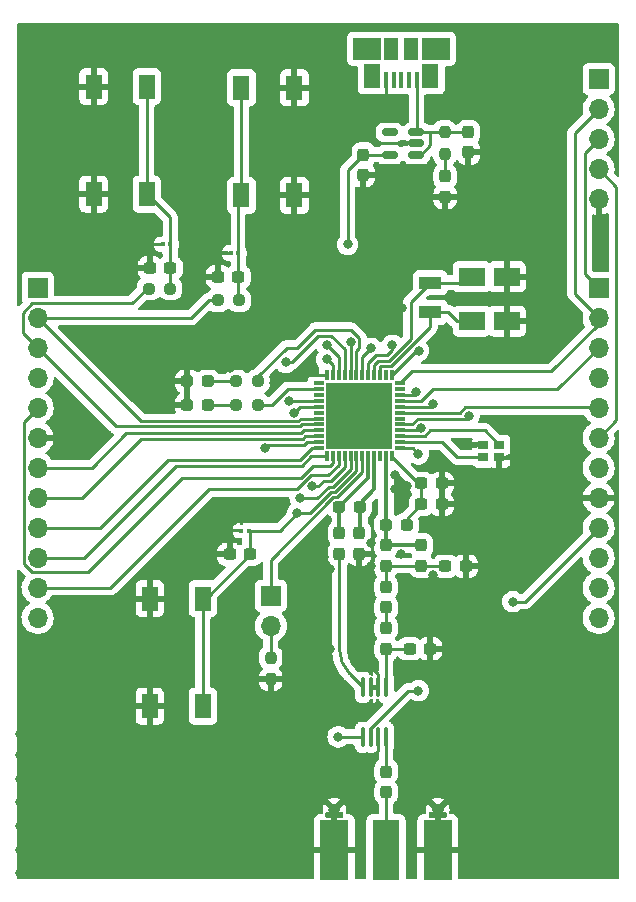
<source format=gbr>
%TF.GenerationSoftware,KiCad,Pcbnew,(6.0.4)*%
%TF.CreationDate,2022-04-26T10:44:58+02:00*%
%TF.ProjectId,MSK_RF,4d534b5f-5246-42e6-9b69-6361645f7063,rev?*%
%TF.SameCoordinates,Original*%
%TF.FileFunction,Copper,L1,Top*%
%TF.FilePolarity,Positive*%
%FSLAX46Y46*%
G04 Gerber Fmt 4.6, Leading zero omitted, Abs format (unit mm)*
G04 Created by KiCad (PCBNEW (6.0.4)) date 2022-04-26 10:44:58*
%MOMM*%
%LPD*%
G01*
G04 APERTURE LIST*
G04 Aperture macros list*
%AMRoundRect*
0 Rectangle with rounded corners*
0 $1 Rounding radius*
0 $2 $3 $4 $5 $6 $7 $8 $9 X,Y pos of 4 corners*
0 Add a 4 corners polygon primitive as box body*
4,1,4,$2,$3,$4,$5,$6,$7,$8,$9,$2,$3,0*
0 Add four circle primitives for the rounded corners*
1,1,$1+$1,$2,$3*
1,1,$1+$1,$4,$5*
1,1,$1+$1,$6,$7*
1,1,$1+$1,$8,$9*
0 Add four rect primitives between the rounded corners*
20,1,$1+$1,$2,$3,$4,$5,0*
20,1,$1+$1,$4,$5,$6,$7,0*
20,1,$1+$1,$6,$7,$8,$9,0*
20,1,$1+$1,$8,$9,$2,$3,0*%
G04 Aperture macros list end*
%TA.AperFunction,SMDPad,CuDef*%
%ADD10R,0.425000X0.300000*%
%TD*%
%TA.AperFunction,SMDPad,CuDef*%
%ADD11RoundRect,0.237500X0.237500X-0.300000X0.237500X0.300000X-0.237500X0.300000X-0.237500X-0.300000X0*%
%TD*%
%TA.AperFunction,SMDPad,CuDef*%
%ADD12R,1.400000X2.100000*%
%TD*%
%TA.AperFunction,SMDPad,CuDef*%
%ADD13RoundRect,0.237500X-0.237500X0.250000X-0.237500X-0.250000X0.237500X-0.250000X0.237500X0.250000X0*%
%TD*%
%TA.AperFunction,SMDPad,CuDef*%
%ADD14RoundRect,0.237500X-0.250000X-0.237500X0.250000X-0.237500X0.250000X0.237500X-0.250000X0.237500X0*%
%TD*%
%TA.AperFunction,SMDPad,CuDef*%
%ADD15RoundRect,0.237500X-0.287500X-0.237500X0.287500X-0.237500X0.287500X0.237500X-0.287500X0.237500X0*%
%TD*%
%TA.AperFunction,SMDPad,CuDef*%
%ADD16RoundRect,0.237500X-0.237500X0.287500X-0.237500X-0.287500X0.237500X-0.287500X0.237500X0.287500X0*%
%TD*%
%TA.AperFunction,SMDPad,CuDef*%
%ADD17R,2.200000X1.600000*%
%TD*%
%TA.AperFunction,SMDPad,CuDef*%
%ADD18RoundRect,0.237500X0.250000X0.237500X-0.250000X0.237500X-0.250000X-0.237500X0.250000X-0.237500X0*%
%TD*%
%TA.AperFunction,SMDPad,CuDef*%
%ADD19RoundRect,0.237500X0.237500X-0.250000X0.237500X0.250000X-0.237500X0.250000X-0.237500X-0.250000X0*%
%TD*%
%TA.AperFunction,SMDPad,CuDef*%
%ADD20RoundRect,0.237500X0.300000X0.237500X-0.300000X0.237500X-0.300000X-0.237500X0.300000X-0.237500X0*%
%TD*%
%TA.AperFunction,SMDPad,CuDef*%
%ADD21RoundRect,0.150000X0.512500X0.150000X-0.512500X0.150000X-0.512500X-0.150000X0.512500X-0.150000X0*%
%TD*%
%TA.AperFunction,SMDPad,CuDef*%
%ADD22R,2.290000X5.080000*%
%TD*%
%TA.AperFunction,SMDPad,CuDef*%
%ADD23R,2.420000X5.080000*%
%TD*%
%TA.AperFunction,SMDPad,CuDef*%
%ADD24R,0.460000X0.950000*%
%TD*%
%TA.AperFunction,ComponentPad*%
%ADD25C,0.970000*%
%TD*%
%TA.AperFunction,SMDPad,CuDef*%
%ADD26R,0.850000X0.300000*%
%TD*%
%TA.AperFunction,SMDPad,CuDef*%
%ADD27R,0.300000X0.850000*%
%TD*%
%TA.AperFunction,SMDPad,CuDef*%
%ADD28R,5.700000X5.700000*%
%TD*%
%TA.AperFunction,ComponentPad*%
%ADD29R,1.700000X1.700000*%
%TD*%
%TA.AperFunction,ComponentPad*%
%ADD30O,1.700000X1.700000*%
%TD*%
%TA.AperFunction,SMDPad,CuDef*%
%ADD31RoundRect,0.237500X-0.237500X0.300000X-0.237500X-0.300000X0.237500X-0.300000X0.237500X0.300000X0*%
%TD*%
%TA.AperFunction,SMDPad,CuDef*%
%ADD32RoundRect,0.237500X0.237500X-0.287500X0.237500X0.287500X-0.237500X0.287500X-0.237500X-0.287500X0*%
%TD*%
%TA.AperFunction,SMDPad,CuDef*%
%ADD33RoundRect,0.237500X0.287500X0.237500X-0.287500X0.237500X-0.287500X-0.237500X0.287500X-0.237500X0*%
%TD*%
%TA.AperFunction,SMDPad,CuDef*%
%ADD34R,1.900000X1.100000*%
%TD*%
%TA.AperFunction,SMDPad,CuDef*%
%ADD35R,0.450000X1.380000*%
%TD*%
%TA.AperFunction,SMDPad,CuDef*%
%ADD36R,1.475000X2.100000*%
%TD*%
%TA.AperFunction,SMDPad,CuDef*%
%ADD37R,1.175000X1.900000*%
%TD*%
%TA.AperFunction,SMDPad,CuDef*%
%ADD38R,2.375000X1.900000*%
%TD*%
%TA.AperFunction,SMDPad,CuDef*%
%ADD39RoundRect,0.100000X0.100000X-0.712500X0.100000X0.712500X-0.100000X0.712500X-0.100000X-0.712500X0*%
%TD*%
%TA.AperFunction,SMDPad,CuDef*%
%ADD40RoundRect,0.237500X-0.300000X-0.237500X0.300000X-0.237500X0.300000X0.237500X-0.300000X0.237500X0*%
%TD*%
%TA.AperFunction,SMDPad,CuDef*%
%ADD41R,0.850000X0.750000*%
%TD*%
%TA.AperFunction,ViaPad*%
%ADD42C,0.800000*%
%TD*%
%TA.AperFunction,Conductor*%
%ADD43C,0.250000*%
%TD*%
%TA.AperFunction,Conductor*%
%ADD44C,0.300000*%
%TD*%
G04 APERTURE END LIST*
D10*
%TO.P,D3,1*%
%TO.N,Net-(C25-Pad1)*%
X50969000Y-91500000D03*
%TO.P,D3,2*%
%TO.N,GND*%
X50344000Y-91500000D03*
%TD*%
D11*
%TO.P,C29,1*%
%TO.N,GND*%
X76225000Y-83725000D03*
%TO.P,C29,2*%
%TO.N,Net-(C29-Pad2)*%
X76225000Y-82000000D03*
%TD*%
D12*
%TO.P,S2,1,1*%
%TO.N,Net-(C25-Pad1)*%
X49000000Y-78150000D03*
%TO.P,S2,2,2*%
X49000000Y-87250000D03*
%TO.P,S2,3,3*%
%TO.N,GND*%
X44500000Y-78150000D03*
%TO.P,S2,4,4*%
X44500000Y-87250000D03*
%TD*%
D13*
%TO.P,R10,1*%
%TO.N,Net-(C29-Pad2)*%
X74225000Y-82000000D03*
%TO.P,R10,2*%
%TO.N,Net-(D7-Pad2)*%
X74225000Y-83825000D03*
%TD*%
D14*
%TO.P,R4,1*%
%TO.N,PA1*%
X49175000Y-95250000D03*
%TO.P,R4,2*%
%TO.N,Net-(C25-Pad1)*%
X51000000Y-95250000D03*
%TD*%
D10*
%TO.P,D2,1*%
%TO.N,Net-(C13-Pad1)*%
X56719000Y-92250000D03*
%TO.P,D2,2*%
%TO.N,GND*%
X56094000Y-92250000D03*
%TD*%
D15*
%TO.P,D1,1,K*%
%TO.N,GND*%
X52400000Y-105100000D03*
%TO.P,D1,2,A*%
%TO.N,Net-(D1-Pad2)*%
X54150000Y-105100000D03*
%TD*%
D11*
%TO.P,C16,1*%
%TO.N,Net-(C16-Pad1)*%
X69250000Y-122250000D03*
%TO.P,C16,2*%
%TO.N,Net-(C14-Pad1)*%
X69250000Y-120525000D03*
%TD*%
D16*
%TO.P,L5,1,1*%
%TO.N,Net-(C14-Pad2)*%
X69250000Y-117000000D03*
%TO.P,L5,2,2*%
%TO.N,Net-(C14-Pad1)*%
X69250000Y-118750000D03*
%TD*%
D17*
%TO.P,C2,1*%
%TO.N,Net-(C2-Pad1)*%
X76500000Y-98000000D03*
%TO.P,C2,2*%
%TO.N,GND*%
X79500000Y-98000000D03*
%TD*%
D18*
%TO.P,R1,1*%
%TO.N,PB4*%
X58400000Y-105100000D03*
%TO.P,R1,2*%
%TO.N,Net-(D1-Pad2)*%
X56575000Y-105100000D03*
%TD*%
D12*
%TO.P,S3,1,1*%
%TO.N,GND*%
X49250000Y-130600000D03*
%TO.P,S3,2,2*%
X49250000Y-121500000D03*
%TO.P,S3,3,3*%
%TO.N,NRST*%
X53750000Y-130600000D03*
%TO.P,S3,4,4*%
X53750000Y-121500000D03*
%TD*%
D19*
%TO.P,R8,1*%
%TO.N,GND*%
X59500000Y-128325000D03*
%TO.P,R8,2*%
%TO.N,Net-(JP1-Pad2)*%
X59500000Y-126500000D03*
%TD*%
D18*
%TO.P,R9,1*%
%TO.N,PA15*%
X58400000Y-103100000D03*
%TO.P,R9,2*%
%TO.N,Net-(D6-Pad2)*%
X56575000Y-103100000D03*
%TD*%
D11*
%TO.P,C24,1*%
%TO.N,Net-(C24-Pad1)*%
X69250000Y-137862500D03*
%TO.P,C24,2*%
%TO.N,Net-(C24-Pad2)*%
X69250000Y-136137500D03*
%TD*%
D20*
%TO.P,C25,1*%
%TO.N,Net-(C25-Pad1)*%
X51000000Y-93500000D03*
%TO.P,C25,2*%
%TO.N,GND*%
X49275000Y-93500000D03*
%TD*%
D21*
%TO.P,U3,1,IN*%
%TO.N,Net-(C29-Pad2)*%
X71825000Y-83900000D03*
%TO.P,U3,2,GND*%
%TO.N,GND*%
X71825000Y-82950000D03*
%TO.P,U3,3,EN*%
%TO.N,Net-(C29-Pad2)*%
X71825000Y-82000000D03*
%TO.P,U3,4,NC*%
%TO.N,unconnected-(U3-Pad4)*%
X69550000Y-82000000D03*
%TO.P,U3,5,OUT*%
%TO.N,3.3V*%
X69550000Y-83900000D03*
%TD*%
D22*
%TO.P,J4,1,In*%
%TO.N,Net-(C24-Pad1)*%
X69250000Y-142802260D03*
D23*
%TO.P,J4,2,Ext*%
%TO.N,GND*%
X64870000Y-142802260D03*
D24*
X64870000Y-139812260D03*
D25*
X73630000Y-139362260D03*
D24*
X73630000Y-139812260D03*
D25*
X64870000Y-139362260D03*
D23*
X73630000Y-142802260D03*
%TD*%
D26*
%TO.P,U1,1,PB3*%
%TO.N,/RF_IRQ0*%
X63550000Y-103250000D03*
%TO.P,U1,2,PB4*%
%TO.N,PB4*%
X63550000Y-103750000D03*
%TO.P,U1,3,PB5*%
%TO.N,/RF_IRQ1*%
X63550000Y-104250000D03*
%TO.P,U1,4,PB6*%
%TO.N,PB6*%
X63550000Y-104750000D03*
%TO.P,U1,5,PB7*%
%TO.N,PB7*%
X63550000Y-105250000D03*
%TO.P,U1,6,PB8*%
%TO.N,PB8*%
X63550000Y-105750000D03*
%TO.P,U1,7,PA0*%
%TO.N,PA0*%
X63550000Y-106250000D03*
%TO.P,U1,8,PA1*%
%TO.N,PA1*%
X63550000Y-106750000D03*
%TO.P,U1,9,PA2*%
%TO.N,PA2*%
X63550000Y-107250000D03*
%TO.P,U1,10,PA3*%
%TO.N,PA3*%
X63550000Y-107750000D03*
%TO.P,U1,11,VDD_1*%
%TO.N,3.3V*%
X63550000Y-108250000D03*
%TO.P,U1,12,PA4*%
%TO.N,PA4*%
X63550000Y-108750000D03*
D27*
%TO.P,U1,13,PA5*%
%TO.N,PA5*%
X64250000Y-109450000D03*
%TO.P,U1,14,PA6*%
%TO.N,PA6*%
X64750000Y-109450000D03*
%TO.P,U1,15,PA7*%
%TO.N,PA7*%
X65250000Y-109450000D03*
%TO.P,U1,16,PA8*%
%TO.N,PA8*%
X65750000Y-109450000D03*
%TO.P,U1,17,PA9*%
%TO.N,PA9*%
X66250000Y-109450000D03*
%TO.P,U1,18,NRST*%
%TO.N,NRST*%
X66750000Y-109450000D03*
%TO.P,U1,19,PH3-BOOT0*%
%TO.N,Net-(JP1-Pad1)*%
X67250000Y-109450000D03*
%TO.P,U1,20,RFI_P*%
%TO.N,Net-(C11-Pad1)*%
X67750000Y-109450000D03*
%TO.P,U1,21,RFI_N*%
%TO.N,Net-(C9-Pad1)*%
X68250000Y-109450000D03*
%TO.P,U1,22,RFO_LP*%
%TO.N,unconnected-(U1-Pad22)*%
X68750000Y-109450000D03*
%TO.P,U1,23,RFO_HP*%
%TO.N,Net-(C14-Pad2)*%
X69250000Y-109450000D03*
%TO.P,U1,24,VR_PA*%
%TO.N,Net-(C10-Pad2)*%
X69750000Y-109450000D03*
D26*
%TO.P,U1,25,VDDPA*%
%TO.N,Net-(C6-Pad1)*%
X70450000Y-108750000D03*
%TO.P,U1,26,OSC_IN*%
%TO.N,Net-(U1-Pad26)*%
X70450000Y-108250000D03*
%TO.P,U1,27,OSC_OUT*%
%TO.N,Net-(U1-Pad27)*%
X70450000Y-107750000D03*
%TO.P,U1,28,VDDRF*%
%TO.N,3.3V*%
X70450000Y-107250000D03*
%TO.P,U1,29,VDDRF1V55*%
%TO.N,Net-(C6-Pad1)*%
X70450000Y-106750000D03*
%TO.P,U1,30,PB0-VDD_TCXO*%
%TO.N,unconnected-(U1-Pad30)*%
X70450000Y-106250000D03*
%TO.P,U1,31,PB2*%
%TO.N,PB2*%
X70450000Y-105750000D03*
%TO.P,U1,32,PB12*%
%TO.N,PB12*%
X70450000Y-105250000D03*
%TO.P,U1,33,PA10*%
%TO.N,PA10*%
X70450000Y-104750000D03*
%TO.P,U1,34,PA11*%
%TO.N,PA11*%
X70450000Y-104250000D03*
%TO.P,U1,35,PA12*%
%TO.N,PA12*%
X70450000Y-103750000D03*
%TO.P,U1,36,PA13*%
%TO.N,PA13*%
X70450000Y-103250000D03*
D27*
%TO.P,U1,37,VBAT*%
%TO.N,3.3V*%
X69750000Y-102550000D03*
%TO.P,U1,38,PC13*%
%TO.N,PC13*%
X69250000Y-102550000D03*
%TO.P,U1,39,PC14-OSC32_IN*%
%TO.N,Net-(C2-Pad1)*%
X68750000Y-102550000D03*
%TO.P,U1,40,PC15-OSC32_OUT*%
%TO.N,Net-(C1-Pad1)*%
X68250000Y-102550000D03*
%TO.P,U1,41,VDDA*%
%TO.N,3.3V*%
X67750000Y-102550000D03*
%TO.P,U1,42,PA14*%
%TO.N,PA14*%
X67250000Y-102550000D03*
%TO.P,U1,43,PA15*%
%TO.N,PA15*%
X66750000Y-102550000D03*
%TO.P,U1,44,VDD_2*%
%TO.N,3.3V*%
X66250000Y-102550000D03*
%TO.P,U1,45,VFBSMPS*%
%TO.N,Net-(C6-Pad1)*%
X65750000Y-102550000D03*
%TO.P,U1,46,VDDSMPS*%
%TO.N,3.3V*%
X65250000Y-102550000D03*
%TO.P,U1,47,VLXSMPS*%
%TO.N,Net-(L1-Pad2)*%
X64750000Y-102550000D03*
%TO.P,U1,48,VSSSMPS*%
%TO.N,GND*%
X64250000Y-102550000D03*
D28*
%TO.P,U1,49,VSS*%
X67000000Y-106000000D03*
%TD*%
D29*
%TO.P,JP1,1,A*%
%TO.N,Net-(JP1-Pad1)*%
X59500000Y-121250000D03*
D30*
%TO.P,JP1,2,B*%
%TO.N,Net-(JP1-Pad2)*%
X59500000Y-123790000D03*
%TD*%
D14*
%TO.P,R3,1*%
%TO.N,PA0*%
X55000000Y-96250000D03*
%TO.P,R3,2*%
%TO.N,Net-(C13-Pad1)*%
X56825000Y-96250000D03*
%TD*%
D20*
%TO.P,C26,1*%
%TO.N,GND*%
X72975000Y-125750000D03*
%TO.P,C26,2*%
%TO.N,Net-(C26-Pad2)*%
X71250000Y-125750000D03*
%TD*%
D15*
%TO.P,D6,1,K*%
%TO.N,GND*%
X52400000Y-103100000D03*
%TO.P,D6,2,A*%
%TO.N,Net-(D6-Pad2)*%
X54150000Y-103100000D03*
%TD*%
D31*
%TO.P,C11,1*%
%TO.N,Net-(C11-Pad1)*%
X65300000Y-115962500D03*
%TO.P,C11,2*%
%TO.N,Net-(C11-Pad2)*%
X65300000Y-117687500D03*
%TD*%
D32*
%TO.P,D7,1,K*%
%TO.N,GND*%
X74250000Y-87500000D03*
%TO.P,D7,2,A*%
%TO.N,Net-(D7-Pad2)*%
X74250000Y-85750000D03*
%TD*%
D33*
%TO.P,L2,1,1*%
%TO.N,Net-(C9-Pad1)*%
X67050000Y-113712500D03*
%TO.P,L2,2,2*%
%TO.N,Net-(C11-Pad1)*%
X65300000Y-113712500D03*
%TD*%
D29*
%TO.P,J2,1,Pin_1*%
%TO.N,PA14*%
X87250000Y-95180000D03*
D30*
%TO.P,J2,2,Pin_2*%
%TO.N,PA13*%
X87250000Y-97720000D03*
%TO.P,J2,3,Pin_3*%
%TO.N,PA10*%
X87250000Y-100260000D03*
%TO.P,J2,4,Pin_4*%
%TO.N,PA9*%
X87250000Y-102800000D03*
%TO.P,J2,5,Pin_5*%
%TO.N,PB2*%
X87250000Y-105340000D03*
%TO.P,J2,6,Pin_6*%
%TO.N,NRST*%
X87250000Y-107880000D03*
%TO.P,J2,7,Pin_7*%
%TO.N,3.3V*%
X87250000Y-110420000D03*
%TO.P,J2,8,Pin_8*%
%TO.N,GND*%
X87250000Y-112960000D03*
%TO.P,J2,9,Pin_9*%
%TO.N,FE_CTRL*%
X87250000Y-115500000D03*
%TO.P,J2,10,Pin_10*%
%TO.N,PB7*%
X87250000Y-118040000D03*
%TO.P,J2,11,Pin_11*%
%TO.N,PB6*%
X87250000Y-120580000D03*
%TO.P,J2,12,Pin_12*%
%TO.N,PA8*%
X87250000Y-123120000D03*
%TD*%
D12*
%TO.P,S1,1,1*%
%TO.N,Net-(C13-Pad1)*%
X57000000Y-87350000D03*
%TO.P,S1,2,2*%
X57000000Y-78250000D03*
%TO.P,S1,3,3*%
%TO.N,GND*%
X61500000Y-87350000D03*
%TO.P,S1,4,4*%
X61500000Y-78250000D03*
%TD*%
D17*
%TO.P,C1,1*%
%TO.N,Net-(C1-Pad1)*%
X76500000Y-94250000D03*
%TO.P,C1,2*%
%TO.N,GND*%
X79500000Y-94250000D03*
%TD*%
D34*
%TO.P,Y1,1,1*%
%TO.N,Net-(C2-Pad1)*%
X73000000Y-97250000D03*
%TO.P,Y1,2,2*%
%TO.N,Net-(C1-Pad1)*%
X73000000Y-94750000D03*
%TD*%
D11*
%TO.P,C14,1*%
%TO.N,Net-(C14-Pad1)*%
X72250000Y-118725000D03*
%TO.P,C14,2*%
%TO.N,Net-(C14-Pad2)*%
X72250000Y-117000000D03*
%TD*%
D35*
%TO.P,J5,1,VBUS*%
%TO.N,Net-(C29-Pad2)*%
X71847500Y-77610000D03*
%TO.P,J5,2,D-*%
%TO.N,unconnected-(J5-Pad2)*%
X71197500Y-77610000D03*
%TO.P,J5,3,D+*%
%TO.N,unconnected-(J5-Pad3)*%
X70547500Y-77610000D03*
%TO.P,J5,4,ID*%
%TO.N,unconnected-(J5-Pad4)*%
X69897500Y-77610000D03*
%TO.P,J5,5,GND*%
%TO.N,GND*%
X69247500Y-77610000D03*
D36*
%TO.P,J5,6*%
%TO.N,N/C*%
X68095000Y-77250000D03*
%TO.P,J5,7*%
X73000000Y-77250000D03*
D37*
%TO.P,J5,8*%
X71385000Y-74950000D03*
%TO.P,J5,9*%
X69710000Y-74950000D03*
D38*
%TO.P,J5,10*%
X73460000Y-74950000D03*
%TO.P,J5,11*%
X67635000Y-74950000D03*
%TD*%
D20*
%TO.P,C12,1*%
%TO.N,GND*%
X73975000Y-113500000D03*
%TO.P,C12,2*%
%TO.N,Net-(C10-Pad2)*%
X72250000Y-113500000D03*
%TD*%
%TO.P,C10,1*%
%TO.N,GND*%
X73975000Y-111750000D03*
%TO.P,C10,2*%
%TO.N,Net-(C10-Pad2)*%
X72250000Y-111750000D03*
%TD*%
D39*
%TO.P,U2,1,VDD*%
%TO.N,/2.8V*%
X67300000Y-133225000D03*
%TO.P,U2,2,CTRL*%
%TO.N,Net-(R7-Pad2)*%
X67950000Y-133225000D03*
%TO.P,U2,3,GND*%
%TO.N,GND*%
X68600000Y-133225000D03*
%TO.P,U2,4,RFC*%
%TO.N,Net-(C24-Pad2)*%
X69250000Y-133225000D03*
%TO.P,U2,5,RF2*%
%TO.N,Net-(C26-Pad2)*%
X69250000Y-129000000D03*
%TO.P,U2,6,GND*%
%TO.N,GND*%
X68600000Y-129000000D03*
%TO.P,U2,7,GND*%
X67950000Y-129000000D03*
%TO.P,U2,8,RF1*%
%TO.N,Net-(C11-Pad2)*%
X67300000Y-129000000D03*
%TD*%
D20*
%TO.P,C13,1*%
%TO.N,Net-(C13-Pad1)*%
X56750000Y-94250000D03*
%TO.P,C13,2*%
%TO.N,GND*%
X55025000Y-94250000D03*
%TD*%
D40*
%TO.P,C27,1*%
%TO.N,GND*%
X56000000Y-117750000D03*
%TO.P,C27,2*%
%TO.N,NRST*%
X57725000Y-117750000D03*
%TD*%
D33*
%TO.P,L4,1,1*%
%TO.N,Net-(C10-Pad2)*%
X71000000Y-115250000D03*
%TO.P,L4,2,2*%
%TO.N,Net-(C14-Pad2)*%
X69250000Y-115250000D03*
%TD*%
D10*
%TO.P,D4,1*%
%TO.N,NRST*%
X57625000Y-115750000D03*
%TO.P,D4,2*%
%TO.N,GND*%
X57000000Y-115750000D03*
%TD*%
D20*
%TO.P,C15,1*%
%TO.N,GND*%
X76000000Y-118750000D03*
%TO.P,C15,2*%
%TO.N,Net-(C14-Pad1)*%
X74275000Y-118750000D03*
%TD*%
D31*
%TO.P,C9,1*%
%TO.N,Net-(C9-Pad1)*%
X67000000Y-115975000D03*
%TO.P,C9,2*%
%TO.N,GND*%
X67000000Y-117700000D03*
%TD*%
D11*
%TO.P,C30,1*%
%TO.N,GND*%
X67325000Y-85625000D03*
%TO.P,C30,2*%
%TO.N,3.3V*%
X67325000Y-83900000D03*
%TD*%
D16*
%TO.P,L6,1,1*%
%TO.N,Net-(C16-Pad1)*%
X69250000Y-124000000D03*
%TO.P,L6,2,2*%
%TO.N,Net-(C26-Pad2)*%
X69250000Y-125750000D03*
%TD*%
D41*
%TO.P,Y2,1,IN/OUT*%
%TO.N,Net-(U1-Pad27)*%
X78850000Y-108500000D03*
%TO.P,Y2,2,GND_1*%
%TO.N,GND*%
X77500000Y-108500000D03*
%TO.P,Y2,3,OUT/IN*%
%TO.N,Net-(U1-Pad26)*%
X77500000Y-109550000D03*
%TO.P,Y2,4,GND_2*%
%TO.N,GND*%
X78850000Y-109550000D03*
%TD*%
D29*
%TO.P,J1,1,Pin_1*%
%TO.N,3.3V*%
X87250000Y-77500000D03*
D30*
%TO.P,J1,2,Pin_2*%
%TO.N,PA13*%
X87250000Y-80040000D03*
%TO.P,J1,3,Pin_3*%
%TO.N,PA14*%
X87250000Y-82580000D03*
%TO.P,J1,4,Pin_4*%
%TO.N,NRST*%
X87250000Y-85120000D03*
%TO.P,J1,5,Pin_5*%
%TO.N,GND*%
X87250000Y-87660000D03*
%TD*%
D29*
%TO.P,J3,1,Pin_1*%
%TO.N,3.3V*%
X39750000Y-95180000D03*
D30*
%TO.P,J3,2,Pin_2*%
%TO.N,PA0*%
X39750000Y-97720000D03*
%TO.P,J3,3,Pin_3*%
%TO.N,PA1*%
X39750000Y-100260000D03*
%TO.P,J3,4,Pin_4*%
%TO.N,PB12*%
X39750000Y-102800000D03*
%TO.P,J3,5,Pin_5*%
%TO.N,PA6*%
X39750000Y-105340000D03*
%TO.P,J3,6,Pin_6*%
%TO.N,GND*%
X39750000Y-107880000D03*
%TO.P,J3,7,Pin_7*%
%TO.N,PA2*%
X39750000Y-110420000D03*
%TO.P,J3,8,Pin_8*%
%TO.N,PA3*%
X39750000Y-112960000D03*
%TO.P,J3,9,Pin_9*%
%TO.N,PA4*%
X39750000Y-115500000D03*
%TO.P,J3,10,Pin_10*%
%TO.N,PA5*%
X39750000Y-118040000D03*
%TO.P,J3,11,Pin_11*%
%TO.N,PA7*%
X39750000Y-120580000D03*
%TO.P,J3,12,Pin_12*%
%TO.N,PA11*%
X39750000Y-123120000D03*
%TD*%
D42*
%TO.N,GND*%
X70500000Y-117750000D03*
X85000000Y-136750000D03*
X59500000Y-134750000D03*
X75500000Y-111000000D03*
X70750000Y-136750000D03*
X68000000Y-118750000D03*
X46500000Y-136750000D03*
X56000000Y-102000000D03*
X67750000Y-124000000D03*
X74000000Y-121750000D03*
X76250000Y-140750000D03*
X61500000Y-126000000D03*
X71000000Y-112000000D03*
X53000000Y-140750000D03*
X75500000Y-112250000D03*
X61750000Y-124250000D03*
X55250000Y-142500000D03*
X67750000Y-125250000D03*
X46500000Y-142750000D03*
X73250000Y-123000000D03*
X55250000Y-144500000D03*
X57250000Y-136750000D03*
X38250000Y-142750000D03*
X38250000Y-138750000D03*
X70750000Y-128250000D03*
X64250000Y-121500000D03*
X88000000Y-131500000D03*
X68000000Y-116750000D03*
X48500000Y-144750000D03*
X63250000Y-122000000D03*
X50500000Y-144500000D03*
X76000000Y-131500000D03*
X64500000Y-119000000D03*
X84750000Y-131500000D03*
X78750000Y-136750000D03*
X64000000Y-116750000D03*
X57250000Y-142500000D03*
X86750000Y-136750000D03*
X67750000Y-126250000D03*
X71250000Y-131000000D03*
X39750000Y-138750000D03*
X48500000Y-142750000D03*
X72250000Y-131500000D03*
X61500000Y-144500000D03*
X63250000Y-126750000D03*
X77000000Y-125500000D03*
X70000000Y-112250000D03*
X85000000Y-134750000D03*
X50500000Y-138750000D03*
X59500000Y-142500000D03*
X48500000Y-140750000D03*
X59500000Y-133000000D03*
X76000000Y-133250000D03*
X70612701Y-96887299D03*
X64000000Y-118000000D03*
X48500000Y-133000000D03*
X77000000Y-127000000D03*
X70750000Y-124250000D03*
X55250000Y-136750000D03*
X76500000Y-127750000D03*
X72500000Y-138250000D03*
X64250000Y-122750000D03*
X44250000Y-134750000D03*
X62000000Y-134750000D03*
X83000000Y-138750000D03*
X64250000Y-136750000D03*
X70750000Y-119855500D03*
X62500000Y-119750000D03*
X59500000Y-138750000D03*
X72500000Y-134750000D03*
X64500000Y-127250000D03*
X67750000Y-136750000D03*
X46500000Y-133000000D03*
X41750000Y-138750000D03*
X63500000Y-120500000D03*
X62000000Y-122750000D03*
X71750000Y-124250000D03*
X67750000Y-138500000D03*
X88250000Y-138750000D03*
X70750000Y-132750000D03*
X44250000Y-138750000D03*
X88250000Y-140750000D03*
X50500000Y-133000000D03*
X71750000Y-121500000D03*
X41750000Y-134750000D03*
X81000000Y-134750000D03*
X77750000Y-112000000D03*
X66250000Y-134750000D03*
X53000000Y-134750000D03*
X64250000Y-134750000D03*
X70750000Y-138750000D03*
X81000000Y-140750000D03*
X85000000Y-138750000D03*
X76750000Y-124250000D03*
X78750000Y-144750000D03*
X38250000Y-133000000D03*
X86750000Y-138750000D03*
X78500000Y-131500000D03*
X81000000Y-136750000D03*
X58250000Y-98250000D03*
X78750000Y-140750000D03*
X46500000Y-144750000D03*
X67000000Y-119000000D03*
X62750000Y-96500000D03*
X75000000Y-134750000D03*
X84750000Y-133250000D03*
X66250000Y-136750000D03*
X61500000Y-138750000D03*
X38250000Y-134750000D03*
X85000000Y-144500000D03*
X50500000Y-136750000D03*
X82500000Y-98750000D03*
X59500000Y-136750000D03*
X62000000Y-128000000D03*
X62000000Y-121000000D03*
X74500000Y-115000000D03*
X48500000Y-134750000D03*
X83000000Y-144750000D03*
X38250000Y-144750000D03*
X48500000Y-138750000D03*
X76250000Y-134750000D03*
X64250000Y-124500000D03*
X86750000Y-140750000D03*
X66500000Y-122750000D03*
X70250000Y-127250000D03*
X66500000Y-125250000D03*
X67250000Y-127250000D03*
X86750000Y-144500000D03*
X48500000Y-136750000D03*
X39750000Y-140750000D03*
X73000000Y-124250000D03*
X82750000Y-131500000D03*
X55250000Y-133000000D03*
X84000000Y-90250000D03*
X39750000Y-133000000D03*
X39750000Y-144750000D03*
X61500000Y-142500000D03*
X59500000Y-140750000D03*
X66250000Y-138500000D03*
X62750000Y-117000000D03*
X83000000Y-136750000D03*
X72500000Y-136750000D03*
X78750000Y-142750000D03*
X39750000Y-136750000D03*
X53000000Y-144500000D03*
X59500000Y-144500000D03*
X76000000Y-108500000D03*
X76250000Y-142750000D03*
X72250000Y-133250000D03*
X41750000Y-142750000D03*
X66000000Y-129500000D03*
X57250000Y-140750000D03*
X67750000Y-122750000D03*
X78750000Y-138750000D03*
X83000000Y-142750000D03*
X75250000Y-124250000D03*
X64500000Y-125750000D03*
X54750000Y-113500000D03*
X76750000Y-121500000D03*
X76250000Y-138750000D03*
X53000000Y-142500000D03*
X74750000Y-131500000D03*
X75000000Y-136750000D03*
X55250000Y-134750000D03*
X53000000Y-136750000D03*
X61500000Y-140750000D03*
X74500000Y-124750000D03*
X83000000Y-140750000D03*
X76750000Y-122750000D03*
X72250000Y-122500000D03*
X70750000Y-123000000D03*
X44250000Y-136750000D03*
X66500000Y-126500000D03*
X57250000Y-138750000D03*
X66500000Y-124000000D03*
X85000000Y-140750000D03*
X73000000Y-128250000D03*
X75250000Y-127500000D03*
X41750000Y-140750000D03*
X81000000Y-142750000D03*
X80750000Y-133250000D03*
X85000000Y-142500000D03*
X88250000Y-144500000D03*
X64500000Y-129500000D03*
X82750000Y-133250000D03*
X71250000Y-127250000D03*
X73250000Y-130750000D03*
X57250000Y-134750000D03*
X73750000Y-127250000D03*
X57250000Y-144500000D03*
X44250000Y-140750000D03*
X67750000Y-119750000D03*
X74500000Y-126250000D03*
X72647746Y-110366456D03*
X83000000Y-134750000D03*
X63250000Y-125250000D03*
X75750000Y-125750000D03*
X67750000Y-121750000D03*
X53000000Y-138750000D03*
X50500000Y-140750000D03*
X39750000Y-134750000D03*
X41750000Y-144750000D03*
X66500000Y-121750000D03*
X41750000Y-136750000D03*
X44250000Y-133000000D03*
X86500000Y-131500000D03*
X70750000Y-122000000D03*
X46500000Y-140750000D03*
X81000000Y-138750000D03*
X66500000Y-119750000D03*
X74250000Y-123000000D03*
X68000000Y-135000000D03*
X59750000Y-103250000D03*
X76250000Y-144750000D03*
X38250000Y-136750000D03*
X82500000Y-96250000D03*
X75750000Y-115000000D03*
X73000000Y-121500000D03*
X86500000Y-133250000D03*
X46500000Y-134750000D03*
X76250000Y-136750000D03*
X78750000Y-134750000D03*
X88250000Y-134750000D03*
X49250000Y-104000000D03*
X80750000Y-131500000D03*
X38250000Y-140750000D03*
X57250000Y-133000000D03*
X54750000Y-97750000D03*
X81000000Y-144750000D03*
X53000000Y-133000000D03*
X75500000Y-122750000D03*
X70500000Y-135000000D03*
X88000000Y-133250000D03*
X55250000Y-140750000D03*
X46500000Y-138750000D03*
X86750000Y-142500000D03*
X77750000Y-119500000D03*
X70500000Y-93500000D03*
X44250000Y-142750000D03*
X55250000Y-138750000D03*
X88250000Y-142500000D03*
X44250000Y-144750000D03*
X61000000Y-119750000D03*
X61500000Y-118750000D03*
X50500000Y-142500000D03*
X62000000Y-136750000D03*
X70000000Y-111000000D03*
X75500000Y-121500000D03*
X78500000Y-133250000D03*
X50250000Y-118250000D03*
X73250000Y-119500000D03*
X72500000Y-127250000D03*
X50500000Y-134750000D03*
X65000000Y-131250000D03*
X41750000Y-133000000D03*
X63750000Y-128250000D03*
X86750000Y-134750000D03*
X74750000Y-133250000D03*
X65250000Y-128500000D03*
X62500000Y-93250000D03*
X39750000Y-142750000D03*
X63500000Y-123750000D03*
X88250000Y-136750000D03*
%TO.N,3.3V*%
X72012299Y-100512299D03*
X66250000Y-99750000D03*
X69793206Y-100046478D03*
X72211226Y-107025500D03*
X64250000Y-100000000D03*
X66000000Y-91500000D03*
X59000000Y-108724500D03*
%TO.N,Net-(C6-Pad1)*%
X76267475Y-106026608D03*
X72000000Y-109250000D03*
X60750000Y-101500000D03*
%TO.N,NRST*%
X61750000Y-114250000D03*
%TO.N,/2.8V*%
X65200000Y-133200000D03*
%TO.N,PA14*%
X67998988Y-100300118D03*
%TO.N,PA9*%
X61974951Y-113000451D03*
%TO.N,FE_CTRL*%
X80000000Y-121750000D03*
%TO.N,PB7*%
X61500000Y-105750000D03*
%TO.N,PB6*%
X61000000Y-104750000D03*
%TO.N,PA8*%
X63000000Y-112000000D03*
%TO.N,PB12*%
X73250000Y-105000000D03*
%TO.N,PA11*%
X71750000Y-104025500D03*
%TO.N,Net-(L1-Pad2)*%
X64250000Y-101250000D03*
%TO.N,Net-(R7-Pad2)*%
X72000000Y-129300000D03*
%TD*%
D43*
%TO.N,GND*%
X68600000Y-127850000D02*
X68600000Y-129000000D01*
X68000000Y-127250000D02*
X68600000Y-127850000D01*
%TO.N,Net-(C1-Pad1)*%
X71337212Y-99527070D02*
X71337212Y-96412788D01*
X73000000Y-94750000D02*
X76000000Y-94750000D01*
X68250000Y-102550000D02*
X68250000Y-101690261D01*
X68250000Y-101690261D02*
X68589292Y-101350969D01*
X69513313Y-101350969D02*
X71337212Y-99527070D01*
X76000000Y-94750000D02*
X76500000Y-94250000D01*
X68589292Y-101350969D02*
X69513313Y-101350969D01*
X71337212Y-96412788D02*
X73000000Y-94750000D01*
%TO.N,GND*%
X61500000Y-78250000D02*
X61500000Y-87350000D01*
X64250000Y-102550000D02*
X60450000Y-102550000D01*
X76262500Y-83862500D02*
X76225000Y-83900000D01*
X69247500Y-78747500D02*
X69250000Y-78750000D01*
X60450000Y-102550000D02*
X59750000Y-103250000D01*
X68600000Y-133225000D02*
X68600000Y-134400000D01*
X73975000Y-111750000D02*
X73975000Y-113500000D01*
X69247500Y-77610000D02*
X69247500Y-78747500D01*
X44500000Y-78150000D02*
X44500000Y-87250000D01*
X69250000Y-78750000D02*
X69250000Y-79250000D01*
X68600000Y-134400000D02*
X68000000Y-135000000D01*
%TO.N,Net-(C2-Pad1)*%
X73000000Y-98500000D02*
X69699511Y-101800489D01*
X74500000Y-97250000D02*
X73000000Y-97250000D01*
X68775489Y-101800489D02*
X69699511Y-101800489D01*
X75250000Y-98000000D02*
X74500000Y-97250000D01*
X68750000Y-102550000D02*
X68750000Y-101825978D01*
X73000000Y-97250000D02*
X73000000Y-98500000D01*
X76250000Y-98000000D02*
X75250000Y-98000000D01*
X68750000Y-101825978D02*
X68775489Y-101800489D01*
%TO.N,3.3V*%
X68403094Y-100901449D02*
X67750000Y-101554543D01*
X71986726Y-107250000D02*
X72211226Y-107025500D01*
X67325000Y-83900000D02*
X66000000Y-85225000D01*
X65250000Y-102550000D02*
X65250000Y-101000000D01*
X69793206Y-100435358D02*
X69327115Y-100901449D01*
X71787701Y-100512299D02*
X69750000Y-102550000D01*
X59000000Y-108724500D02*
X59224500Y-108500000D01*
X69327115Y-100901449D02*
X68403094Y-100901449D01*
X66000000Y-85225000D02*
X66000000Y-91500000D01*
X62567484Y-108250000D02*
X63550000Y-108250000D01*
X65250000Y-101000000D02*
X64250000Y-100000000D01*
X59224500Y-108500000D02*
X62317484Y-108500000D01*
X67750000Y-101554543D02*
X67750000Y-102550000D01*
X72012299Y-100512299D02*
X71787701Y-100512299D01*
X66250000Y-102550000D02*
X66250000Y-99750000D01*
X62317484Y-108500000D02*
X62567484Y-108250000D01*
X69793206Y-100046478D02*
X69793206Y-100435358D01*
X70450000Y-107250000D02*
X71986726Y-107250000D01*
X69550000Y-83900000D02*
X67325000Y-83900000D01*
%TO.N,Net-(C6-Pad1)*%
X71500000Y-108750000D02*
X72000000Y-109250000D01*
X65750000Y-102550000D02*
X65750000Y-100387307D01*
X70450000Y-108750000D02*
X71500000Y-108750000D01*
X61250000Y-101500000D02*
X60750000Y-101500000D01*
X71462112Y-106750000D02*
X70450000Y-106750000D01*
X71962112Y-106250000D02*
X71462112Y-106750000D01*
X63500000Y-99250000D02*
X61250000Y-101500000D01*
X64612693Y-99250000D02*
X63500000Y-99250000D01*
X76044083Y-106250000D02*
X71962112Y-106250000D01*
X76267475Y-106026608D02*
X76044083Y-106250000D01*
X65750000Y-100387307D02*
X64612693Y-99250000D01*
D44*
%TO.N,Net-(C9-Pad1)*%
X67050000Y-113712500D02*
X67050000Y-115925000D01*
X67050000Y-113450000D02*
X67050000Y-113712500D01*
X67050000Y-115925000D02*
X67000000Y-115975000D01*
X68250000Y-109450000D02*
X68250000Y-112250000D01*
X68250000Y-112250000D02*
X67050000Y-113450000D01*
D43*
%TO.N,Net-(C10-Pad2)*%
X71000000Y-114750000D02*
X71000000Y-115250000D01*
X69750000Y-109450000D02*
X69750000Y-109500000D01*
X72250000Y-111750000D02*
X72250000Y-113500000D01*
X72000000Y-111750000D02*
X72250000Y-111750000D01*
X69750000Y-109500000D02*
X72000000Y-111750000D01*
X72250000Y-113500000D02*
X71000000Y-114750000D01*
D44*
%TO.N,Net-(C11-Pad1)*%
X67750000Y-109450000D02*
X67750000Y-111250000D01*
X65300000Y-113712500D02*
X65300000Y-115962500D01*
X67750000Y-111250000D02*
X65300000Y-113700000D01*
X65300000Y-113700000D02*
X65300000Y-113712500D01*
D43*
%TO.N,Net-(C11-Pad2)*%
X65300000Y-117687500D02*
X65300000Y-125757359D01*
X66178680Y-127878680D02*
X67300000Y-129000000D01*
X66178660Y-127878700D02*
G75*
G02*
X65300000Y-125757359I2121340J2121300D01*
G01*
%TO.N,Net-(C14-Pad1)*%
X74275000Y-118750000D02*
X72275000Y-118750000D01*
X72275000Y-118750000D02*
X72250000Y-118725000D01*
X69275000Y-118725000D02*
X69250000Y-118750000D01*
X72250000Y-118725000D02*
X69275000Y-118725000D01*
X69250000Y-118750000D02*
X69250000Y-120525000D01*
%TO.N,Net-(C16-Pad1)*%
X69250000Y-122250000D02*
X69250000Y-124000000D01*
%TO.N,Net-(C24-Pad1)*%
X69250000Y-137862500D02*
X69250000Y-142802260D01*
%TO.N,Net-(C26-Pad2)*%
X69250000Y-129000000D02*
X69250000Y-125750000D01*
X69250000Y-125750000D02*
X71250000Y-125750000D01*
%TO.N,NRST*%
X53750000Y-121500000D02*
X53750000Y-130600000D01*
X62806966Y-114250000D02*
X64593507Y-112463460D01*
X61750000Y-114250000D02*
X60250000Y-115750000D01*
X64940286Y-112463460D02*
X66750000Y-110653746D01*
X88750000Y-86620000D02*
X88750000Y-106380000D01*
X66750000Y-110653746D02*
X66750000Y-109450000D01*
X64593507Y-112463460D02*
X64940286Y-112463460D01*
X61750000Y-114250000D02*
X62806966Y-114250000D01*
X53975000Y-121500000D02*
X57725000Y-117750000D01*
X88750000Y-106380000D02*
X87250000Y-107880000D01*
X60250000Y-115750000D02*
X57625000Y-115750000D01*
X53750000Y-121500000D02*
X53975000Y-121500000D01*
X57725000Y-115850000D02*
X57625000Y-115750000D01*
X57725000Y-117750000D02*
X57725000Y-115850000D01*
X87250000Y-85120000D02*
X88750000Y-86620000D01*
%TO.N,Net-(C29-Pad2)*%
X72208572Y-83900000D02*
X73000000Y-83108572D01*
X74225000Y-82000000D02*
X73000000Y-82000000D01*
X71847500Y-77610000D02*
X71847500Y-81977500D01*
X71825000Y-83900000D02*
X72208572Y-83900000D01*
X71847500Y-81977500D02*
X71825000Y-82000000D01*
X73000000Y-83108572D02*
X73000000Y-82000000D01*
X73000000Y-82000000D02*
X71825000Y-82000000D01*
X74225000Y-82000000D02*
X76225000Y-82000000D01*
%TO.N,/2.8V*%
X67275000Y-133200000D02*
X67300000Y-133225000D01*
X65200000Y-133200000D02*
X67275000Y-133200000D01*
%TO.N,Net-(D1-Pad2)*%
X56575000Y-105100000D02*
X54150000Y-105100000D01*
%TO.N,Net-(D6-Pad2)*%
X56575000Y-103100000D02*
X54150000Y-103100000D01*
%TO.N,Net-(D7-Pad2)*%
X74225000Y-85725000D02*
X74250000Y-85750000D01*
X74225000Y-83825000D02*
X74225000Y-85725000D01*
%TO.N,PA13*%
X85224511Y-95694511D02*
X87250000Y-97720000D01*
X87250000Y-80040000D02*
X85224511Y-82065489D01*
X83250000Y-102250000D02*
X87250000Y-98250000D01*
X87250000Y-98250000D02*
X87250000Y-97720000D01*
X85224511Y-82065489D02*
X85224511Y-95694511D01*
X70450000Y-103250000D02*
X71450000Y-102250000D01*
X71450000Y-102250000D02*
X83250000Y-102250000D01*
%TO.N,PA14*%
X86075489Y-83754511D02*
X87250000Y-82580000D01*
X67250000Y-102550000D02*
X67250000Y-101049106D01*
X86075489Y-94005489D02*
X86075489Y-83754511D01*
X67250000Y-101049106D02*
X67998988Y-100300118D01*
X87250000Y-95180000D02*
X86075489Y-94005489D01*
%TO.N,PA10*%
X73250000Y-103750000D02*
X83760000Y-103750000D01*
X70450000Y-104750000D02*
X72250000Y-104750000D01*
X72250000Y-104750000D02*
X73250000Y-103750000D01*
X83760000Y-103750000D02*
X87250000Y-100260000D01*
%TO.N,PA9*%
X63420798Y-113000451D02*
X64407310Y-112013940D01*
X64407310Y-112013940D02*
X64754088Y-112013940D01*
X64754088Y-112013940D02*
X66250000Y-110518028D01*
X61974951Y-113000451D02*
X63420798Y-113000451D01*
X66250000Y-110518028D02*
X66250000Y-109450000D01*
%TO.N,PB2*%
X75967372Y-105302097D02*
X87212097Y-105302097D01*
X70450000Y-105750000D02*
X75519469Y-105750000D01*
X75519469Y-105750000D02*
X75967372Y-105302097D01*
X87212097Y-105302097D02*
X87250000Y-105340000D01*
%TO.N,FE_CTRL*%
X87250000Y-115500000D02*
X81000000Y-121750000D01*
X81000000Y-121750000D02*
X80000000Y-121750000D01*
%TO.N,PB7*%
X61500000Y-105750000D02*
X62000000Y-105250000D01*
X62000000Y-105250000D02*
X63550000Y-105250000D01*
%TO.N,PB6*%
X61000000Y-104750000D02*
X63550000Y-104750000D01*
%TO.N,PA8*%
X65750000Y-110382310D02*
X65750000Y-109450000D01*
X63500000Y-112000000D02*
X64000000Y-111500000D01*
X64000000Y-111500000D02*
X64632310Y-111500000D01*
X63000000Y-112000000D02*
X63500000Y-112000000D01*
X64632310Y-111500000D02*
X65750000Y-110382310D01*
%TO.N,PB12*%
X73000000Y-105250000D02*
X73250000Y-105000000D01*
X70450000Y-105250000D02*
X73000000Y-105250000D01*
%TO.N,PA0*%
X62024614Y-106250000D02*
X63550000Y-106250000D01*
X52755386Y-97720000D02*
X54225386Y-96250000D01*
X51025489Y-106474511D02*
X61800103Y-106474511D01*
X61800103Y-106474511D02*
X62024614Y-106250000D01*
X48504511Y-106474511D02*
X51025489Y-106474511D01*
X54225386Y-96250000D02*
X55000000Y-96250000D01*
X39750000Y-97720000D02*
X48504511Y-106474511D01*
X39750000Y-97720000D02*
X52755386Y-97720000D01*
%TO.N,PA1*%
X39308990Y-96500000D02*
X38500000Y-97308990D01*
X63550000Y-106750000D02*
X62160332Y-106750000D01*
X38500000Y-99010000D02*
X39750000Y-100260000D01*
X49000000Y-95250000D02*
X47750000Y-96500000D01*
X38500000Y-97308990D02*
X38500000Y-99010000D01*
X46414031Y-106924031D02*
X39750000Y-100260000D01*
X47750000Y-96500000D02*
X39308990Y-96500000D01*
X49175000Y-95250000D02*
X49000000Y-95250000D01*
X61986301Y-106924031D02*
X46414031Y-106924031D01*
X62160332Y-106750000D02*
X61986301Y-106924031D01*
%TO.N,PA2*%
X62296049Y-107250000D02*
X63550000Y-107250000D01*
X39750000Y-110420000D02*
X44330000Y-110420000D01*
X47250000Y-107500000D02*
X62046049Y-107500000D01*
X62046049Y-107500000D02*
X62296049Y-107250000D01*
X44330000Y-110420000D02*
X47250000Y-107500000D01*
%TO.N,PA3*%
X43540000Y-112960000D02*
X39750000Y-112960000D01*
X62181767Y-108000000D02*
X48500000Y-108000000D01*
X48500000Y-108000000D02*
X43540000Y-112960000D01*
X62431767Y-107750000D02*
X62181767Y-108000000D01*
X63550000Y-107750000D02*
X62431767Y-107750000D01*
%TO.N,PA4*%
X45000000Y-115500000D02*
X50750000Y-109750000D01*
X62000000Y-109750000D02*
X63000000Y-108750000D01*
X39750000Y-115500000D02*
X45000000Y-115500000D01*
X63000000Y-108750000D02*
X63550000Y-108750000D01*
X50750000Y-109750000D02*
X62000000Y-109750000D01*
%TO.N,PA5*%
X62935718Y-109450000D02*
X64250000Y-109450000D01*
X51500000Y-110250000D02*
X62135718Y-110250000D01*
X43710000Y-118040000D02*
X51500000Y-110250000D01*
X39750000Y-118040000D02*
X43710000Y-118040000D01*
X62135718Y-110250000D02*
X62935718Y-109450000D01*
%TO.N,PA7*%
X64373542Y-111050480D02*
X62924906Y-111050480D01*
X54250000Y-112250000D02*
X45920000Y-120580000D01*
X62924906Y-111050480D02*
X61725386Y-112250000D01*
X61725386Y-112250000D02*
X54250000Y-112250000D01*
X65250000Y-109450000D02*
X65250000Y-110174022D01*
X45920000Y-120580000D02*
X39750000Y-120580000D01*
X65250000Y-110174022D02*
X64373542Y-111050480D01*
%TO.N,PA11*%
X71525500Y-104250000D02*
X71750000Y-104025500D01*
X70450000Y-104250000D02*
X71525500Y-104250000D01*
%TO.N,Net-(JP1-Pad1)*%
X65126484Y-112912980D02*
X64779704Y-112912980D01*
X64779704Y-112912980D02*
X59500000Y-118192684D01*
X67250000Y-110789464D02*
X65126484Y-112912980D01*
X59500000Y-118192684D02*
X59500000Y-121250000D01*
X67250000Y-109450000D02*
X67250000Y-110789464D01*
%TO.N,Net-(JP1-Pad2)*%
X59500000Y-123790000D02*
X59500000Y-126500000D01*
%TO.N,Net-(L1-Pad2)*%
X64750000Y-102550000D02*
X64750000Y-101750000D01*
X64750000Y-101750000D02*
X64250000Y-101250000D01*
%TO.N,PB4*%
X60950000Y-103750000D02*
X59600000Y-105100000D01*
X59600000Y-105100000D02*
X58400000Y-105100000D01*
X63550000Y-103750000D02*
X60950000Y-103750000D01*
%TO.N,Net-(R7-Pad2)*%
X71100000Y-129300000D02*
X72000000Y-129300000D01*
X67950000Y-133225000D02*
X67950000Y-132462139D01*
X67950000Y-132462139D02*
X69300000Y-131112139D01*
X69300000Y-131100000D02*
X71100000Y-129300000D01*
X69300000Y-131112139D02*
X69300000Y-131100000D01*
%TO.N,PA15*%
X66274614Y-98750000D02*
X67000000Y-99475386D01*
X67000000Y-100250000D02*
X66750000Y-100500000D01*
X60825000Y-100250000D02*
X58400000Y-102675000D01*
X60825000Y-100250000D02*
X61750000Y-100250000D01*
X61750000Y-100250000D02*
X63250000Y-98750000D01*
X67000000Y-99475386D02*
X67000000Y-100250000D01*
X63250000Y-98750000D02*
X66274614Y-98750000D01*
X66750000Y-100500000D02*
X66750000Y-102550000D01*
X58400000Y-102675000D02*
X58400000Y-103100000D01*
%TO.N,Net-(U1-Pad26)*%
X74000000Y-108250000D02*
X75300000Y-109550000D01*
X70450000Y-108250000D02*
X74000000Y-108250000D01*
X75300000Y-109550000D02*
X77500000Y-109550000D01*
%TO.N,Net-(U1-Pad27)*%
X78850000Y-108500000D02*
X77600000Y-107250000D01*
X72511340Y-107750000D02*
X70450000Y-107750000D01*
X77600000Y-107250000D02*
X73011340Y-107250000D01*
X73011340Y-107250000D02*
X72511340Y-107750000D01*
%TO.N,Net-(C13-Pad1)*%
X56750000Y-94250000D02*
X56750000Y-96175000D01*
X56750000Y-92531000D02*
X56719000Y-92500000D01*
X56750000Y-96175000D02*
X56825000Y-96250000D01*
X56750000Y-94250000D02*
X56750000Y-92531000D01*
X56719000Y-92500000D02*
X56719000Y-87631000D01*
X57000000Y-87350000D02*
X57000000Y-78250000D01*
X56719000Y-87631000D02*
X57000000Y-87350000D01*
%TO.N,Net-(C25-Pad1)*%
X50969000Y-91500000D02*
X50969000Y-89219000D01*
X50969000Y-91500000D02*
X50969000Y-93469000D01*
X50969000Y-89219000D02*
X49000000Y-87250000D01*
X50969000Y-93469000D02*
X51000000Y-93500000D01*
X49000000Y-78150000D02*
X49000000Y-87250000D01*
X51000000Y-93500000D02*
X51000000Y-95250000D01*
D44*
%TO.N,Net-(C14-Pad2)*%
X69250000Y-117000000D02*
X72250000Y-117000000D01*
X69250000Y-114750000D02*
X69250000Y-117000000D01*
X69250000Y-109450000D02*
X69250000Y-114750000D01*
D43*
%TO.N,Net-(C24-Pad2)*%
X69250000Y-133225000D02*
X69250000Y-136137500D01*
%TO.N,PA6*%
X63089668Y-110250000D02*
X64500000Y-110250000D01*
X38575489Y-118526499D02*
X39263501Y-119214511D01*
X39263501Y-119214511D02*
X44035489Y-119214511D01*
X64500000Y-110250000D02*
X64750000Y-110000000D01*
X62089668Y-111250000D02*
X63089668Y-110250000D01*
X39750000Y-105340000D02*
X38575489Y-106514511D01*
X52000000Y-111250000D02*
X62089668Y-111250000D01*
X38575489Y-106514511D02*
X38575489Y-118526499D01*
X64750000Y-110000000D02*
X64750000Y-109450000D01*
X44035489Y-119214511D02*
X52000000Y-111250000D01*
%TD*%
%TA.AperFunction,Conductor*%
%TO.N,GND*%
G36*
X61004258Y-112903502D02*
G01*
X61050751Y-112957158D01*
X61060197Y-113000582D01*
X61061447Y-113000451D01*
X61081409Y-113190379D01*
X61140424Y-113372007D01*
X61143727Y-113377729D01*
X61143728Y-113377730D01*
X61164830Y-113414279D01*
X61181568Y-113483274D01*
X61158348Y-113550366D01*
X61141815Y-113568905D01*
X61138747Y-113571134D01*
X61010960Y-113713056D01*
X60915473Y-113878444D01*
X60856458Y-114060072D01*
X60855768Y-114066633D01*
X60855768Y-114066635D01*
X60839093Y-114225292D01*
X60812080Y-114290949D01*
X60802878Y-114301217D01*
X60024500Y-115079595D01*
X59962188Y-115113621D01*
X59935405Y-115116500D01*
X58019326Y-115116500D01*
X57975096Y-115108482D01*
X57947816Y-115098255D01*
X57885634Y-115091500D01*
X57364366Y-115091500D01*
X57323780Y-115095909D01*
X57296567Y-115095909D01*
X57263983Y-115092369D01*
X57257172Y-115092000D01*
X57168115Y-115092000D01*
X57152876Y-115096475D01*
X57151671Y-115097865D01*
X57147121Y-115118783D01*
X57144145Y-115118136D01*
X57129998Y-115166317D01*
X57099566Y-115199021D01*
X57051565Y-115234996D01*
X56985059Y-115259844D01*
X56915676Y-115244791D01*
X56865446Y-115194617D01*
X56850000Y-115134170D01*
X56850000Y-115110116D01*
X56845525Y-115094877D01*
X56844135Y-115093672D01*
X56836452Y-115092001D01*
X56742831Y-115092001D01*
X56736010Y-115092371D01*
X56685148Y-115097895D01*
X56669896Y-115101521D01*
X56549446Y-115146676D01*
X56533851Y-115155214D01*
X56431776Y-115231715D01*
X56419215Y-115244276D01*
X56342714Y-115346351D01*
X56334176Y-115361946D01*
X56289022Y-115482394D01*
X56285395Y-115497649D01*
X56279869Y-115548514D01*
X56279500Y-115555328D01*
X56279500Y-115581885D01*
X56283975Y-115597124D01*
X56285365Y-115598329D01*
X56293048Y-115600000D01*
X56778000Y-115600000D01*
X56846121Y-115620002D01*
X56892614Y-115673658D01*
X56904000Y-115726000D01*
X56904000Y-115774000D01*
X56883998Y-115842121D01*
X56830342Y-115888614D01*
X56778000Y-115900000D01*
X56297616Y-115900000D01*
X56282377Y-115904475D01*
X56281172Y-115905865D01*
X56279501Y-115913548D01*
X56279501Y-115944669D01*
X56279871Y-115951490D01*
X56285395Y-116002352D01*
X56289021Y-116017604D01*
X56334176Y-116138054D01*
X56342714Y-116153649D01*
X56419215Y-116255724D01*
X56431776Y-116268285D01*
X56533851Y-116344786D01*
X56549446Y-116353324D01*
X56669894Y-116398478D01*
X56685149Y-116402105D01*
X56736014Y-116407631D01*
X56742828Y-116408000D01*
X56831885Y-116408000D01*
X56847124Y-116403525D01*
X56869389Y-116377830D01*
X56870201Y-116378534D01*
X56876404Y-116367174D01*
X56938716Y-116333149D01*
X57009532Y-116338213D01*
X57066368Y-116380759D01*
X57091179Y-116447279D01*
X57091500Y-116456269D01*
X57091500Y-116771360D01*
X57071498Y-116839481D01*
X57031804Y-116878503D01*
X56958469Y-116923884D01*
X56953297Y-116929065D01*
X56951227Y-116931139D01*
X56949462Y-116932105D01*
X56947559Y-116933613D01*
X56947301Y-116933287D01*
X56888946Y-116965219D01*
X56818125Y-116960218D01*
X56773030Y-116931292D01*
X56770369Y-116928636D01*
X56758960Y-116919625D01*
X56623437Y-116836088D01*
X56610259Y-116829944D01*
X56458734Y-116779685D01*
X56445368Y-116776819D01*
X56352730Y-116767328D01*
X56346315Y-116767000D01*
X56272115Y-116767000D01*
X56256876Y-116771475D01*
X56255671Y-116772865D01*
X56254000Y-116780548D01*
X56254000Y-117878000D01*
X56233998Y-117946121D01*
X56180342Y-117992614D01*
X56128000Y-118004000D01*
X54972615Y-118004000D01*
X54957376Y-118008475D01*
X54956171Y-118009865D01*
X54954500Y-118017548D01*
X54954500Y-118033766D01*
X54954837Y-118040282D01*
X54964575Y-118134132D01*
X54967468Y-118147528D01*
X55017988Y-118298953D01*
X55024153Y-118312115D01*
X55107926Y-118447492D01*
X55116960Y-118458890D01*
X55229629Y-118571363D01*
X55241040Y-118580375D01*
X55376563Y-118663912D01*
X55389741Y-118670056D01*
X55541266Y-118720315D01*
X55554633Y-118723181D01*
X55564239Y-118724165D01*
X55629966Y-118751006D01*
X55670748Y-118809120D01*
X55673638Y-118880058D01*
X55640492Y-118938604D01*
X54666243Y-119912853D01*
X54603931Y-119946879D01*
X54560511Y-119946464D01*
X54560316Y-119948255D01*
X54501531Y-119941869D01*
X54498134Y-119941500D01*
X53001866Y-119941500D01*
X52939684Y-119948255D01*
X52803295Y-119999385D01*
X52686739Y-120086739D01*
X52599385Y-120203295D01*
X52548255Y-120339684D01*
X52541500Y-120401866D01*
X52541500Y-122598134D01*
X52548255Y-122660316D01*
X52599385Y-122796705D01*
X52686739Y-122913261D01*
X52803295Y-123000615D01*
X52939684Y-123051745D01*
X53001866Y-123058500D01*
X53001742Y-123059639D01*
X53064234Y-123081711D01*
X53107768Y-123137794D01*
X53116500Y-123183884D01*
X53116500Y-128916116D01*
X53096498Y-128984237D01*
X53042842Y-129030730D01*
X53001793Y-129040826D01*
X53001866Y-129041500D01*
X52939684Y-129048255D01*
X52803295Y-129099385D01*
X52686739Y-129186739D01*
X52599385Y-129303295D01*
X52548255Y-129439684D01*
X52541500Y-129501866D01*
X52541500Y-131698134D01*
X52548255Y-131760316D01*
X52599385Y-131896705D01*
X52686739Y-132013261D01*
X52803295Y-132100615D01*
X52939684Y-132151745D01*
X53001866Y-132158500D01*
X54498134Y-132158500D01*
X54560316Y-132151745D01*
X54696705Y-132100615D01*
X54813261Y-132013261D01*
X54900615Y-131896705D01*
X54951745Y-131760316D01*
X54958500Y-131698134D01*
X54958500Y-129501866D01*
X54951745Y-129439684D01*
X54900615Y-129303295D01*
X54813261Y-129186739D01*
X54696705Y-129099385D01*
X54560316Y-129048255D01*
X54498134Y-129041500D01*
X54498258Y-129040361D01*
X54435766Y-129018289D01*
X54392232Y-128962206D01*
X54383500Y-128916116D01*
X54383500Y-128621266D01*
X58517000Y-128621266D01*
X58517337Y-128627782D01*
X58527075Y-128721632D01*
X58529968Y-128735028D01*
X58580488Y-128886453D01*
X58586653Y-128899615D01*
X58670426Y-129034992D01*
X58679460Y-129046390D01*
X58792129Y-129158863D01*
X58803540Y-129167875D01*
X58939063Y-129251412D01*
X58952241Y-129257556D01*
X59103766Y-129307815D01*
X59117132Y-129310681D01*
X59209770Y-129320172D01*
X59216185Y-129320500D01*
X59227885Y-129320500D01*
X59243124Y-129316025D01*
X59244329Y-129314635D01*
X59246000Y-129306952D01*
X59246000Y-129302385D01*
X59754000Y-129302385D01*
X59758475Y-129317624D01*
X59759865Y-129318829D01*
X59767548Y-129320500D01*
X59783766Y-129320500D01*
X59790282Y-129320163D01*
X59884132Y-129310425D01*
X59897528Y-129307532D01*
X60048953Y-129257012D01*
X60062115Y-129250847D01*
X60197492Y-129167074D01*
X60208890Y-129158040D01*
X60321363Y-129045371D01*
X60330375Y-129033960D01*
X60413912Y-128898437D01*
X60420056Y-128885259D01*
X60470315Y-128733734D01*
X60473181Y-128720368D01*
X60482672Y-128627730D01*
X60483000Y-128621315D01*
X60483000Y-128597115D01*
X60478525Y-128581876D01*
X60477135Y-128580671D01*
X60469452Y-128579000D01*
X59772115Y-128579000D01*
X59756876Y-128583475D01*
X59755671Y-128584865D01*
X59754000Y-128592548D01*
X59754000Y-129302385D01*
X59246000Y-129302385D01*
X59246000Y-128597115D01*
X59241525Y-128581876D01*
X59240135Y-128580671D01*
X59232452Y-128579000D01*
X58535115Y-128579000D01*
X58519876Y-128583475D01*
X58518671Y-128584865D01*
X58517000Y-128592548D01*
X58517000Y-128621266D01*
X54383500Y-128621266D01*
X54383500Y-123183884D01*
X54403502Y-123115763D01*
X54457158Y-123069270D01*
X54498207Y-123059174D01*
X54498134Y-123058500D01*
X54560316Y-123051745D01*
X54696705Y-123000615D01*
X54813261Y-122913261D01*
X54900615Y-122796705D01*
X54951745Y-122660316D01*
X54958500Y-122598134D01*
X54958500Y-121464594D01*
X54978502Y-121396473D01*
X54995405Y-121375499D01*
X57600500Y-118770405D01*
X57662812Y-118736379D01*
X57689595Y-118733500D01*
X58074572Y-118733500D01*
X58077818Y-118733163D01*
X58077822Y-118733163D01*
X58171735Y-118723419D01*
X58171739Y-118723418D01*
X58178593Y-118722707D01*
X58185129Y-118720526D01*
X58185131Y-118720526D01*
X58336659Y-118669972D01*
X58343607Y-118667654D01*
X58491531Y-118576116D01*
X58525776Y-118541811D01*
X58609258Y-118458184D01*
X58609262Y-118458179D01*
X58614429Y-118453003D01*
X58633240Y-118422486D01*
X58686012Y-118374993D01*
X58756084Y-118363569D01*
X58821208Y-118391843D01*
X58860707Y-118450837D01*
X58866500Y-118488602D01*
X58866500Y-119765500D01*
X58846498Y-119833621D01*
X58792842Y-119880114D01*
X58740500Y-119891500D01*
X58601866Y-119891500D01*
X58539684Y-119898255D01*
X58403295Y-119949385D01*
X58286739Y-120036739D01*
X58199385Y-120153295D01*
X58148255Y-120289684D01*
X58141500Y-120351866D01*
X58141500Y-122148134D01*
X58148255Y-122210316D01*
X58199385Y-122346705D01*
X58286739Y-122463261D01*
X58403295Y-122550615D01*
X58411704Y-122553767D01*
X58411705Y-122553768D01*
X58520451Y-122594535D01*
X58577216Y-122637176D01*
X58601916Y-122703738D01*
X58586709Y-122773087D01*
X58567316Y-122799568D01*
X58500290Y-122869707D01*
X58440629Y-122932138D01*
X58314743Y-123116680D01*
X58283847Y-123183240D01*
X58225140Y-123309715D01*
X58220688Y-123319305D01*
X58160989Y-123534570D01*
X58137251Y-123756695D01*
X58137548Y-123761848D01*
X58137548Y-123761851D01*
X58143011Y-123856590D01*
X58150110Y-123979715D01*
X58151247Y-123984761D01*
X58151248Y-123984767D01*
X58171119Y-124072939D01*
X58199222Y-124197639D01*
X58237461Y-124291811D01*
X58277600Y-124390661D01*
X58283266Y-124404616D01*
X58399987Y-124595088D01*
X58546250Y-124763938D01*
X58718126Y-124906632D01*
X58764973Y-124934007D01*
X58804070Y-124956853D01*
X58852794Y-125008491D01*
X58866500Y-125065641D01*
X58866500Y-125547536D01*
X58846498Y-125615657D01*
X58806804Y-125654679D01*
X58795969Y-125661384D01*
X58790796Y-125666566D01*
X58678242Y-125779316D01*
X58678238Y-125779321D01*
X58673071Y-125784497D01*
X58669231Y-125790727D01*
X58669230Y-125790728D01*
X58586364Y-125925162D01*
X58581791Y-125932580D01*
X58527026Y-126097691D01*
X58526326Y-126104527D01*
X58526325Y-126104530D01*
X58523422Y-126132868D01*
X58516500Y-126200428D01*
X58516500Y-126799572D01*
X58516837Y-126802818D01*
X58516837Y-126802822D01*
X58517933Y-126813379D01*
X58527293Y-126903593D01*
X58582346Y-127068607D01*
X58673884Y-127216531D01*
X58781141Y-127323601D01*
X58815220Y-127385882D01*
X58810217Y-127456702D01*
X58781296Y-127501791D01*
X58678637Y-127604629D01*
X58669625Y-127616040D01*
X58586088Y-127751563D01*
X58579944Y-127764741D01*
X58529685Y-127916266D01*
X58526819Y-127929632D01*
X58517328Y-128022270D01*
X58517000Y-128028685D01*
X58517000Y-128052885D01*
X58521475Y-128068124D01*
X58522865Y-128069329D01*
X58530548Y-128071000D01*
X60464885Y-128071000D01*
X60480124Y-128066525D01*
X60481329Y-128065135D01*
X60483000Y-128057452D01*
X60483000Y-128028734D01*
X60482663Y-128022218D01*
X60472925Y-127928368D01*
X60470032Y-127914972D01*
X60419512Y-127763547D01*
X60413347Y-127750385D01*
X60329574Y-127615008D01*
X60320540Y-127603610D01*
X60218860Y-127502107D01*
X60184781Y-127439824D01*
X60189784Y-127369004D01*
X60218705Y-127323916D01*
X60219022Y-127323599D01*
X60326929Y-127215503D01*
X60369399Y-127146604D01*
X60414369Y-127073650D01*
X60414370Y-127073648D01*
X60418209Y-127067420D01*
X60472974Y-126902309D01*
X60483500Y-126799572D01*
X60483500Y-126200428D01*
X60483163Y-126197178D01*
X60473419Y-126103265D01*
X60473418Y-126103261D01*
X60472707Y-126096407D01*
X60417654Y-125931393D01*
X60326116Y-125783469D01*
X60302986Y-125760379D01*
X60208184Y-125665742D01*
X60208179Y-125665738D01*
X60203003Y-125660571D01*
X60193386Y-125654643D01*
X60191559Y-125652614D01*
X60191027Y-125652193D01*
X60191099Y-125652102D01*
X60145892Y-125601872D01*
X60133500Y-125547382D01*
X60133500Y-125070427D01*
X60153502Y-125002306D01*
X60194618Y-124962550D01*
X60197994Y-124960896D01*
X60379860Y-124831173D01*
X60443920Y-124767337D01*
X60534435Y-124677137D01*
X60538096Y-124673489D01*
X60597594Y-124590689D01*
X60665435Y-124496277D01*
X60668453Y-124492077D01*
X60673556Y-124481753D01*
X60765136Y-124296453D01*
X60765137Y-124296451D01*
X60767430Y-124291811D01*
X60808228Y-124157529D01*
X60830865Y-124083023D01*
X60830865Y-124083021D01*
X60832370Y-124078069D01*
X60861529Y-123856590D01*
X60863156Y-123790000D01*
X60844852Y-123567361D01*
X60790431Y-123350702D01*
X60701354Y-123145840D01*
X60641033Y-123052598D01*
X60582822Y-122962617D01*
X60582820Y-122962614D01*
X60580014Y-122958277D01*
X60576532Y-122954450D01*
X60432798Y-122796488D01*
X60401746Y-122732642D01*
X60410141Y-122662143D01*
X60455317Y-122607375D01*
X60481761Y-122593706D01*
X60588297Y-122553767D01*
X60596705Y-122550615D01*
X60713261Y-122463261D01*
X60800615Y-122346705D01*
X60851745Y-122210316D01*
X60858500Y-122148134D01*
X60858500Y-120351866D01*
X60851745Y-120289684D01*
X60800615Y-120153295D01*
X60713261Y-120036739D01*
X60596705Y-119949385D01*
X60460316Y-119898255D01*
X60398134Y-119891500D01*
X60259500Y-119891500D01*
X60191379Y-119871498D01*
X60144886Y-119817842D01*
X60133500Y-119765500D01*
X60133500Y-118507278D01*
X60153502Y-118439157D01*
X60170405Y-118418183D01*
X64215109Y-114373480D01*
X64277421Y-114339454D01*
X64348237Y-114344519D01*
X64405072Y-114387066D01*
X64411342Y-114396263D01*
X64423884Y-114416531D01*
X64429066Y-114421704D01*
X64541816Y-114534258D01*
X64541821Y-114534262D01*
X64546997Y-114539429D01*
X64553229Y-114543271D01*
X64553231Y-114543272D01*
X64581617Y-114560770D01*
X64629110Y-114613543D01*
X64641500Y-114668029D01*
X64641500Y-114977967D01*
X64621498Y-115046088D01*
X64596783Y-115073380D01*
X64595969Y-115073884D01*
X64590797Y-115079065D01*
X64478242Y-115191816D01*
X64478238Y-115191821D01*
X64473071Y-115196997D01*
X64469231Y-115203227D01*
X64469230Y-115203228D01*
X64426628Y-115272342D01*
X64381791Y-115345080D01*
X64327026Y-115510191D01*
X64326326Y-115517027D01*
X64326325Y-115517030D01*
X64322756Y-115551866D01*
X64316500Y-115612928D01*
X64316500Y-116312072D01*
X64316837Y-116315318D01*
X64316837Y-116315322D01*
X64325987Y-116403502D01*
X64327293Y-116416093D01*
X64382346Y-116581107D01*
X64473884Y-116729031D01*
X64480788Y-116735923D01*
X64481589Y-116737387D01*
X64483611Y-116739938D01*
X64483174Y-116740284D01*
X64514866Y-116798204D01*
X64509863Y-116869024D01*
X64480944Y-116914110D01*
X64473071Y-116921997D01*
X64469231Y-116928227D01*
X64469230Y-116928228D01*
X64396020Y-117046997D01*
X64381791Y-117070080D01*
X64327026Y-117235191D01*
X64326326Y-117242027D01*
X64326325Y-117242030D01*
X64321049Y-117293526D01*
X64316500Y-117337928D01*
X64316500Y-118037072D01*
X64316837Y-118040318D01*
X64316837Y-118040322D01*
X64326571Y-118134132D01*
X64327293Y-118141093D01*
X64329474Y-118147629D01*
X64329474Y-118147631D01*
X64342904Y-118187885D01*
X64382346Y-118306107D01*
X64473884Y-118454031D01*
X64479066Y-118459204D01*
X64591816Y-118571758D01*
X64591821Y-118571762D01*
X64596997Y-118576929D01*
X64603227Y-118580769D01*
X64603228Y-118580770D01*
X64606614Y-118582857D01*
X64608441Y-118584886D01*
X64608973Y-118585307D01*
X64608901Y-118585398D01*
X64654108Y-118635628D01*
X64666500Y-118690118D01*
X64666500Y-125703355D01*
X64665243Y-125721111D01*
X64661987Y-125743986D01*
X64661847Y-125757350D01*
X64662237Y-125760578D01*
X64662108Y-125761130D01*
X64662303Y-125761120D01*
X64678834Y-126097691D01*
X64679631Y-126113927D01*
X64732010Y-126467071D01*
X64732763Y-126470079D01*
X64732764Y-126470082D01*
X64797149Y-126727135D01*
X64818751Y-126813379D01*
X64853368Y-126910131D01*
X64910070Y-127068607D01*
X64939019Y-127149518D01*
X64940341Y-127152313D01*
X64940343Y-127152318D01*
X64980934Y-127238143D01*
X65091656Y-127472250D01*
X65275190Y-127778467D01*
X65487856Y-128065220D01*
X65489929Y-128067507D01*
X65709242Y-128309486D01*
X65712920Y-128313942D01*
X65715609Y-128317074D01*
X65718083Y-128320369D01*
X65720965Y-128323312D01*
X65720969Y-128323317D01*
X65722726Y-128325111D01*
X65727433Y-128329918D01*
X65730675Y-128332460D01*
X65730677Y-128332462D01*
X65751939Y-128349134D01*
X65763285Y-128359190D01*
X66174020Y-128769924D01*
X66554596Y-129150500D01*
X66588621Y-129212813D01*
X66591501Y-129239596D01*
X66591501Y-129752384D01*
X66592039Y-129756469D01*
X66592039Y-129756473D01*
X66603279Y-129841852D01*
X66607162Y-129871350D01*
X66610322Y-129878978D01*
X66658721Y-129995824D01*
X66668476Y-130019376D01*
X66673502Y-130025926D01*
X66725587Y-130093803D01*
X66766013Y-130146487D01*
X66772563Y-130151513D01*
X66772566Y-130151516D01*
X66829569Y-130195256D01*
X66893125Y-130244024D01*
X66963246Y-130273069D01*
X67032341Y-130301689D01*
X67041150Y-130305338D01*
X67049338Y-130306416D01*
X67156021Y-130320461D01*
X67160115Y-130321000D01*
X67299983Y-130321000D01*
X67439884Y-130320999D01*
X67443969Y-130320461D01*
X67443973Y-130320461D01*
X67550663Y-130306416D01*
X67550665Y-130306416D01*
X67558850Y-130305338D01*
X67577435Y-130297640D01*
X67648023Y-130290050D01*
X67673874Y-130297640D01*
X67683649Y-130301689D01*
X67699469Y-130305928D01*
X67732040Y-130310216D01*
X67746222Y-130308005D01*
X67750000Y-130294848D01*
X67750000Y-130273069D01*
X67770002Y-130204948D01*
X67799294Y-130173109D01*
X67833987Y-130146487D01*
X67924038Y-130029131D01*
X67981376Y-129987264D01*
X68052247Y-129983042D01*
X68114150Y-130017806D01*
X68147431Y-130080519D01*
X68150000Y-130105835D01*
X68150000Y-130294465D01*
X68154044Y-130308236D01*
X68167583Y-130310265D01*
X68200533Y-130305928D01*
X68216345Y-130301691D01*
X68226779Y-130297369D01*
X68297369Y-130289778D01*
X68323221Y-130297369D01*
X68333652Y-130301690D01*
X68349469Y-130305928D01*
X68382040Y-130310216D01*
X68396222Y-130308005D01*
X68400000Y-130294848D01*
X68400000Y-130105837D01*
X68420002Y-130037716D01*
X68473658Y-129991223D01*
X68543932Y-129981119D01*
X68608512Y-130010613D01*
X68625962Y-130029132D01*
X68675587Y-130093803D01*
X68716013Y-130146487D01*
X68722563Y-130151513D01*
X68750705Y-130173107D01*
X68792572Y-130230446D01*
X68800000Y-130273069D01*
X68800000Y-130294465D01*
X68804044Y-130308236D01*
X68817583Y-130310265D01*
X68850533Y-130305928D01*
X68871198Y-130300391D01*
X68942175Y-130302082D01*
X69000970Y-130341877D01*
X69028916Y-130407142D01*
X69017141Y-130477155D01*
X68992902Y-130511193D01*
X68907747Y-130596348D01*
X68899461Y-130603888D01*
X68892982Y-130608000D01*
X68887557Y-130613777D01*
X68846357Y-130657651D01*
X68843602Y-130660493D01*
X68823865Y-130680230D01*
X68821385Y-130683427D01*
X68813682Y-130692447D01*
X68783414Y-130724679D01*
X68779594Y-130731628D01*
X68774936Y-130738039D01*
X68774240Y-130737533D01*
X68760792Y-130755442D01*
X67636121Y-131880113D01*
X67573809Y-131914139D01*
X67530580Y-131915940D01*
X67443972Y-131904538D01*
X67443971Y-131904538D01*
X67439885Y-131904000D01*
X67300017Y-131904000D01*
X67160116Y-131904001D01*
X67156031Y-131904539D01*
X67156027Y-131904539D01*
X67049337Y-131918584D01*
X67049335Y-131918584D01*
X67041150Y-131919662D01*
X66967137Y-131950319D01*
X66900752Y-131977816D01*
X66900750Y-131977817D01*
X66893124Y-131980976D01*
X66886574Y-131986002D01*
X66844503Y-132018285D01*
X66766013Y-132078513D01*
X66760987Y-132085063D01*
X66760984Y-132085066D01*
X66718921Y-132139884D01*
X66668476Y-132205625D01*
X66607162Y-132353650D01*
X66606084Y-132361837D01*
X66606084Y-132361838D01*
X66593563Y-132456946D01*
X66564841Y-132521873D01*
X66505576Y-132560965D01*
X66468641Y-132566500D01*
X65908200Y-132566500D01*
X65840079Y-132546498D01*
X65820853Y-132530157D01*
X65820580Y-132530460D01*
X65815668Y-132526037D01*
X65811253Y-132521134D01*
X65656752Y-132408882D01*
X65650724Y-132406198D01*
X65650722Y-132406197D01*
X65488319Y-132333891D01*
X65488318Y-132333891D01*
X65482288Y-132331206D01*
X65388887Y-132311353D01*
X65301944Y-132292872D01*
X65301939Y-132292872D01*
X65295487Y-132291500D01*
X65104513Y-132291500D01*
X65098061Y-132292872D01*
X65098056Y-132292872D01*
X65011113Y-132311353D01*
X64917712Y-132331206D01*
X64911682Y-132333891D01*
X64911681Y-132333891D01*
X64749278Y-132406197D01*
X64749276Y-132406198D01*
X64743248Y-132408882D01*
X64588747Y-132521134D01*
X64460960Y-132663056D01*
X64365473Y-132828444D01*
X64306458Y-133010072D01*
X64286496Y-133200000D01*
X64306458Y-133389928D01*
X64365473Y-133571556D01*
X64460960Y-133736944D01*
X64588747Y-133878866D01*
X64743248Y-133991118D01*
X64749276Y-133993802D01*
X64749278Y-133993803D01*
X64911681Y-134066109D01*
X64917712Y-134068794D01*
X65011112Y-134088647D01*
X65098056Y-134107128D01*
X65098061Y-134107128D01*
X65104513Y-134108500D01*
X65295487Y-134108500D01*
X65301939Y-134107128D01*
X65301944Y-134107128D01*
X65388888Y-134088647D01*
X65482288Y-134068794D01*
X65488319Y-134066109D01*
X65650722Y-133993803D01*
X65650724Y-133993802D01*
X65656752Y-133991118D01*
X65811253Y-133878866D01*
X65815668Y-133873963D01*
X65820580Y-133869540D01*
X65821705Y-133870789D01*
X65875014Y-133837949D01*
X65908200Y-133833500D01*
X66465501Y-133833500D01*
X66533622Y-133853502D01*
X66580115Y-133907158D01*
X66591501Y-133959500D01*
X66591501Y-133977384D01*
X66607162Y-134096350D01*
X66612195Y-134108500D01*
X66656909Y-134216450D01*
X66668476Y-134244376D01*
X66766013Y-134371487D01*
X66772563Y-134376513D01*
X66772566Y-134376516D01*
X66829569Y-134420255D01*
X66893125Y-134469024D01*
X67041150Y-134530338D01*
X67049338Y-134531416D01*
X67156021Y-134545461D01*
X67160115Y-134546000D01*
X67299983Y-134546000D01*
X67439884Y-134545999D01*
X67443969Y-134545461D01*
X67443973Y-134545461D01*
X67550663Y-134531416D01*
X67550665Y-134531416D01*
X67558850Y-134530338D01*
X67576781Y-134522911D01*
X67647370Y-134515321D01*
X67673218Y-134522910D01*
X67676661Y-134524337D01*
X67683520Y-134527178D01*
X67683523Y-134527179D01*
X67691150Y-134530338D01*
X67699338Y-134531416D01*
X67806021Y-134545461D01*
X67810115Y-134546000D01*
X67949983Y-134546000D01*
X68089884Y-134545999D01*
X68093969Y-134545461D01*
X68093973Y-134545461D01*
X68200663Y-134531416D01*
X68200665Y-134531416D01*
X68208850Y-134530338D01*
X68227435Y-134522640D01*
X68298023Y-134515050D01*
X68323874Y-134522640D01*
X68333650Y-134526690D01*
X68349468Y-134530928D01*
X68456066Y-134544962D01*
X68464276Y-134545500D01*
X68490500Y-134545500D01*
X68558621Y-134565502D01*
X68605114Y-134619158D01*
X68616500Y-134671500D01*
X68616500Y-135135036D01*
X68596498Y-135203157D01*
X68556804Y-135242179D01*
X68545969Y-135248884D01*
X68540796Y-135254066D01*
X68428242Y-135366816D01*
X68428238Y-135366821D01*
X68423071Y-135371997D01*
X68419231Y-135378227D01*
X68419230Y-135378228D01*
X68336364Y-135512662D01*
X68331791Y-135520080D01*
X68277026Y-135685191D01*
X68266500Y-135787928D01*
X68266500Y-136487072D01*
X68277293Y-136591093D01*
X68332346Y-136756107D01*
X68423884Y-136904031D01*
X68430788Y-136910923D01*
X68431589Y-136912387D01*
X68433611Y-136914938D01*
X68433174Y-136915284D01*
X68464866Y-136973204D01*
X68459863Y-137044024D01*
X68430944Y-137089110D01*
X68423071Y-137096997D01*
X68419231Y-137103227D01*
X68419230Y-137103228D01*
X68336364Y-137237662D01*
X68331791Y-137245080D01*
X68277026Y-137410191D01*
X68266500Y-137512928D01*
X68266500Y-138212072D01*
X68277293Y-138316093D01*
X68279474Y-138322629D01*
X68279474Y-138322631D01*
X68300012Y-138384191D01*
X68332346Y-138481107D01*
X68423884Y-138629031D01*
X68429066Y-138634204D01*
X68541816Y-138746758D01*
X68541821Y-138746762D01*
X68546997Y-138751929D01*
X68553227Y-138755769D01*
X68553228Y-138755770D01*
X68556614Y-138757857D01*
X68558441Y-138759886D01*
X68558973Y-138760307D01*
X68558901Y-138760398D01*
X68604108Y-138810628D01*
X68616500Y-138865118D01*
X68616500Y-139627760D01*
X68596498Y-139695881D01*
X68542842Y-139742374D01*
X68490500Y-139753760D01*
X68056866Y-139753760D01*
X67994684Y-139760515D01*
X67858295Y-139811645D01*
X67741739Y-139898999D01*
X67654385Y-140015555D01*
X67603255Y-140151944D01*
X67596500Y-140214126D01*
X67596500Y-145115500D01*
X67576498Y-145183621D01*
X67522842Y-145230114D01*
X67470500Y-145241500D01*
X66714000Y-145241500D01*
X66645879Y-145221498D01*
X66599386Y-145167842D01*
X66588000Y-145115500D01*
X66588000Y-143074375D01*
X66583525Y-143059136D01*
X66582135Y-143057931D01*
X66574452Y-143056260D01*
X63170116Y-143056260D01*
X63154877Y-143060735D01*
X63153672Y-143062125D01*
X63152001Y-143069808D01*
X63152001Y-145115500D01*
X63131999Y-145183621D01*
X63078343Y-145230114D01*
X63026001Y-145241500D01*
X38134500Y-145241500D01*
X38066379Y-145221498D01*
X38019886Y-145167842D01*
X38008500Y-145115500D01*
X38008500Y-142530145D01*
X63152000Y-142530145D01*
X63156475Y-142545384D01*
X63157865Y-142546589D01*
X63165548Y-142548260D01*
X64597885Y-142548260D01*
X64613124Y-142543785D01*
X64614329Y-142542395D01*
X64616000Y-142534712D01*
X64616000Y-140060375D01*
X64611525Y-140045136D01*
X64610135Y-140043931D01*
X64602452Y-140042260D01*
X64218000Y-140042260D01*
X64149879Y-140022258D01*
X64103386Y-139968602D01*
X64092000Y-139916260D01*
X64092000Y-139708260D01*
X64112002Y-139640139D01*
X64165658Y-139593646D01*
X64218000Y-139582260D01*
X64712675Y-139582260D01*
X64721949Y-139579537D01*
X65016513Y-139579537D01*
X65023814Y-139582260D01*
X65522000Y-139582260D01*
X65590121Y-139602262D01*
X65636614Y-139655918D01*
X65648000Y-139708260D01*
X65648000Y-139916260D01*
X65627998Y-139984381D01*
X65574342Y-140030874D01*
X65522000Y-140042260D01*
X65142115Y-140042260D01*
X65126876Y-140046735D01*
X65125671Y-140048125D01*
X65124000Y-140055808D01*
X65124000Y-142530145D01*
X65128475Y-142545384D01*
X65129865Y-142546589D01*
X65137548Y-142548260D01*
X66569884Y-142548260D01*
X66585123Y-142543785D01*
X66586328Y-142542395D01*
X66587999Y-142534712D01*
X66587999Y-140217591D01*
X66587629Y-140210770D01*
X66582105Y-140159908D01*
X66578479Y-140144656D01*
X66533324Y-140024206D01*
X66524786Y-140008611D01*
X66448285Y-139906536D01*
X66435724Y-139893975D01*
X66333649Y-139817474D01*
X66318054Y-139808936D01*
X66197606Y-139763782D01*
X66182351Y-139760155D01*
X66131486Y-139754629D01*
X66124672Y-139754260D01*
X65960848Y-139754260D01*
X65892727Y-139734258D01*
X65846234Y-139680602D01*
X65836130Y-139610328D01*
X65839709Y-139595182D01*
X65839698Y-139595179D01*
X65843782Y-139577202D01*
X65866973Y-139393624D01*
X65867465Y-139386595D01*
X65867756Y-139365765D01*
X65867463Y-139358772D01*
X65849403Y-139174585D01*
X65847020Y-139162550D01*
X65794298Y-138987925D01*
X65789623Y-138976584D01*
X65737472Y-138878501D01*
X65727610Y-138868418D01*
X65720484Y-138870986D01*
X65022022Y-139569448D01*
X65016513Y-139579537D01*
X64721949Y-139579537D01*
X64723700Y-139579023D01*
X64720462Y-139571932D01*
X64024166Y-138875636D01*
X64011786Y-138868876D01*
X64005398Y-138873658D01*
X63955854Y-138963776D01*
X63951017Y-138975061D01*
X63895861Y-139148935D01*
X63893313Y-139160924D01*
X63872979Y-139342203D01*
X63872808Y-139354472D01*
X63888071Y-139536242D01*
X63890286Y-139548310D01*
X63903253Y-139593532D01*
X63902802Y-139664527D01*
X63864040Y-139724008D01*
X63799273Y-139753090D01*
X63782134Y-139754261D01*
X63615331Y-139754261D01*
X63608510Y-139754631D01*
X63557648Y-139760155D01*
X63542396Y-139763781D01*
X63421946Y-139808936D01*
X63406351Y-139817474D01*
X63304276Y-139893975D01*
X63291715Y-139906536D01*
X63215214Y-140008611D01*
X63206676Y-140024206D01*
X63161522Y-140144654D01*
X63157895Y-140159909D01*
X63152369Y-140210774D01*
X63152000Y-140217588D01*
X63152000Y-142530145D01*
X38008500Y-142530145D01*
X38008500Y-138504476D01*
X64375934Y-138504476D01*
X64378389Y-138511439D01*
X64857188Y-138990238D01*
X64871132Y-138997852D01*
X64872965Y-138997721D01*
X64879580Y-138993470D01*
X65356766Y-138516284D01*
X65363526Y-138503904D01*
X65358867Y-138497681D01*
X65262083Y-138445350D01*
X65250778Y-138440598D01*
X65076524Y-138386657D01*
X65064511Y-138384191D01*
X64883094Y-138365123D01*
X64870826Y-138365038D01*
X64689169Y-138381570D01*
X64677120Y-138383868D01*
X64502128Y-138435371D01*
X64490751Y-138439968D01*
X64386083Y-138494687D01*
X64375934Y-138504476D01*
X38008500Y-138504476D01*
X38008500Y-131694669D01*
X48042001Y-131694669D01*
X48042371Y-131701490D01*
X48047895Y-131752352D01*
X48051521Y-131767604D01*
X48096676Y-131888054D01*
X48105214Y-131903649D01*
X48181715Y-132005724D01*
X48194276Y-132018285D01*
X48296351Y-132094786D01*
X48311946Y-132103324D01*
X48432394Y-132148478D01*
X48447649Y-132152105D01*
X48498514Y-132157631D01*
X48505328Y-132158000D01*
X48977885Y-132158000D01*
X48993124Y-132153525D01*
X48994329Y-132152135D01*
X48996000Y-132144452D01*
X48996000Y-132139884D01*
X49504000Y-132139884D01*
X49508475Y-132155123D01*
X49509865Y-132156328D01*
X49517548Y-132157999D01*
X49994669Y-132157999D01*
X50001490Y-132157629D01*
X50052352Y-132152105D01*
X50067604Y-132148479D01*
X50188054Y-132103324D01*
X50203649Y-132094786D01*
X50305724Y-132018285D01*
X50318285Y-132005724D01*
X50394786Y-131903649D01*
X50403324Y-131888054D01*
X50448478Y-131767606D01*
X50452105Y-131752351D01*
X50457631Y-131701486D01*
X50458000Y-131694672D01*
X50458000Y-130872115D01*
X50453525Y-130856876D01*
X50452135Y-130855671D01*
X50444452Y-130854000D01*
X49522115Y-130854000D01*
X49506876Y-130858475D01*
X49505671Y-130859865D01*
X49504000Y-130867548D01*
X49504000Y-132139884D01*
X48996000Y-132139884D01*
X48996000Y-130872115D01*
X48991525Y-130856876D01*
X48990135Y-130855671D01*
X48982452Y-130854000D01*
X48060116Y-130854000D01*
X48044877Y-130858475D01*
X48043672Y-130859865D01*
X48042001Y-130867548D01*
X48042001Y-131694669D01*
X38008500Y-131694669D01*
X38008500Y-130327885D01*
X48042000Y-130327885D01*
X48046475Y-130343124D01*
X48047865Y-130344329D01*
X48055548Y-130346000D01*
X48977885Y-130346000D01*
X48993124Y-130341525D01*
X48994329Y-130340135D01*
X48996000Y-130332452D01*
X48996000Y-130327885D01*
X49504000Y-130327885D01*
X49508475Y-130343124D01*
X49509865Y-130344329D01*
X49517548Y-130346000D01*
X50439884Y-130346000D01*
X50455123Y-130341525D01*
X50456328Y-130340135D01*
X50457999Y-130332452D01*
X50457999Y-129505331D01*
X50457629Y-129498510D01*
X50452105Y-129447648D01*
X50448479Y-129432396D01*
X50403324Y-129311946D01*
X50394786Y-129296351D01*
X50318285Y-129194276D01*
X50305724Y-129181715D01*
X50203649Y-129105214D01*
X50188054Y-129096676D01*
X50067606Y-129051522D01*
X50052351Y-129047895D01*
X50001486Y-129042369D01*
X49994672Y-129042000D01*
X49522115Y-129042000D01*
X49506876Y-129046475D01*
X49505671Y-129047865D01*
X49504000Y-129055548D01*
X49504000Y-130327885D01*
X48996000Y-130327885D01*
X48996000Y-129060116D01*
X48991525Y-129044877D01*
X48990135Y-129043672D01*
X48982452Y-129042001D01*
X48505331Y-129042001D01*
X48498510Y-129042371D01*
X48447648Y-129047895D01*
X48432396Y-129051521D01*
X48311946Y-129096676D01*
X48296351Y-129105214D01*
X48194276Y-129181715D01*
X48181715Y-129194276D01*
X48105214Y-129296351D01*
X48096676Y-129311946D01*
X48051522Y-129432394D01*
X48047895Y-129447649D01*
X48042369Y-129498514D01*
X48042000Y-129505328D01*
X48042000Y-130327885D01*
X38008500Y-130327885D01*
X38008500Y-119159605D01*
X38028502Y-119091484D01*
X38082158Y-119044991D01*
X38152432Y-119034887D01*
X38217012Y-119064381D01*
X38223595Y-119070510D01*
X38693735Y-119540650D01*
X38727761Y-119602962D01*
X38722696Y-119673777D01*
X38697319Y-119714267D01*
X38697457Y-119714379D01*
X38696534Y-119715518D01*
X38695733Y-119716797D01*
X38690629Y-119722138D01*
X38564743Y-119906680D01*
X38523174Y-119996233D01*
X38481163Y-120086739D01*
X38470688Y-120109305D01*
X38410989Y-120324570D01*
X38387251Y-120546695D01*
X38387548Y-120551848D01*
X38387548Y-120551851D01*
X38393011Y-120646590D01*
X38400110Y-120769715D01*
X38401247Y-120774761D01*
X38401248Y-120774767D01*
X38416597Y-120842872D01*
X38449222Y-120987639D01*
X38501547Y-121116500D01*
X38526662Y-121178351D01*
X38533266Y-121194616D01*
X38548070Y-121218774D01*
X38645916Y-121378444D01*
X38649987Y-121385088D01*
X38796250Y-121553938D01*
X38968126Y-121696632D01*
X39038595Y-121737811D01*
X39041445Y-121739476D01*
X39090169Y-121791114D01*
X39103240Y-121860897D01*
X39076509Y-121926669D01*
X39036055Y-121960027D01*
X39023607Y-121966507D01*
X39019474Y-121969610D01*
X39019471Y-121969612D01*
X38995247Y-121987800D01*
X38844965Y-122100635D01*
X38841393Y-122104373D01*
X38723845Y-122227380D01*
X38690629Y-122262138D01*
X38687715Y-122266410D01*
X38687714Y-122266411D01*
X38615512Y-122372256D01*
X38564743Y-122446680D01*
X38549003Y-122480590D01*
X38476629Y-122636507D01*
X38470688Y-122649305D01*
X38410989Y-122864570D01*
X38387251Y-123086695D01*
X38387548Y-123091848D01*
X38387548Y-123091851D01*
X38396494Y-123246997D01*
X38400110Y-123309715D01*
X38401247Y-123314761D01*
X38401248Y-123314767D01*
X38419348Y-123395080D01*
X38449222Y-123527639D01*
X38533266Y-123734616D01*
X38546796Y-123756695D01*
X38608012Y-123856590D01*
X38649987Y-123925088D01*
X38796250Y-124093938D01*
X38968126Y-124236632D01*
X39161000Y-124349338D01*
X39369692Y-124429030D01*
X39374760Y-124430061D01*
X39374763Y-124430062D01*
X39454748Y-124446335D01*
X39588597Y-124473567D01*
X39593772Y-124473757D01*
X39593774Y-124473757D01*
X39806673Y-124481564D01*
X39806677Y-124481564D01*
X39811837Y-124481753D01*
X39816957Y-124481097D01*
X39816959Y-124481097D01*
X40028288Y-124454025D01*
X40028289Y-124454025D01*
X40033416Y-124453368D01*
X40038366Y-124451883D01*
X40242429Y-124390661D01*
X40242434Y-124390659D01*
X40247384Y-124389174D01*
X40447994Y-124290896D01*
X40629860Y-124161173D01*
X40788096Y-124003489D01*
X40847594Y-123920689D01*
X40915435Y-123826277D01*
X40918453Y-123822077D01*
X40932644Y-123793365D01*
X41015136Y-123626453D01*
X41015137Y-123626451D01*
X41017430Y-123621811D01*
X41082370Y-123408069D01*
X41111529Y-123186590D01*
X41112879Y-123131344D01*
X41113074Y-123123365D01*
X41113074Y-123123361D01*
X41113156Y-123120000D01*
X41094852Y-122897361D01*
X41040431Y-122680702D01*
X41003023Y-122594669D01*
X48042001Y-122594669D01*
X48042371Y-122601490D01*
X48047895Y-122652352D01*
X48051521Y-122667604D01*
X48096676Y-122788054D01*
X48105214Y-122803649D01*
X48181715Y-122905724D01*
X48194276Y-122918285D01*
X48296351Y-122994786D01*
X48311946Y-123003324D01*
X48432394Y-123048478D01*
X48447649Y-123052105D01*
X48498514Y-123057631D01*
X48505328Y-123058000D01*
X48977885Y-123058000D01*
X48993124Y-123053525D01*
X48994329Y-123052135D01*
X48996000Y-123044452D01*
X48996000Y-123039884D01*
X49504000Y-123039884D01*
X49508475Y-123055123D01*
X49509865Y-123056328D01*
X49517548Y-123057999D01*
X49994669Y-123057999D01*
X50001490Y-123057629D01*
X50052352Y-123052105D01*
X50067604Y-123048479D01*
X50188054Y-123003324D01*
X50203649Y-122994786D01*
X50305724Y-122918285D01*
X50318285Y-122905724D01*
X50394786Y-122803649D01*
X50403324Y-122788054D01*
X50448478Y-122667606D01*
X50452105Y-122652351D01*
X50457631Y-122601486D01*
X50458000Y-122594672D01*
X50458000Y-121772115D01*
X50453525Y-121756876D01*
X50452135Y-121755671D01*
X50444452Y-121754000D01*
X49522115Y-121754000D01*
X49506876Y-121758475D01*
X49505671Y-121759865D01*
X49504000Y-121767548D01*
X49504000Y-123039884D01*
X48996000Y-123039884D01*
X48996000Y-121772115D01*
X48991525Y-121756876D01*
X48990135Y-121755671D01*
X48982452Y-121754000D01*
X48060116Y-121754000D01*
X48044877Y-121758475D01*
X48043672Y-121759865D01*
X48042001Y-121767548D01*
X48042001Y-122594669D01*
X41003023Y-122594669D01*
X40951354Y-122475840D01*
X40886132Y-122375022D01*
X40832822Y-122292617D01*
X40832820Y-122292614D01*
X40830014Y-122288277D01*
X40679670Y-122123051D01*
X40675619Y-122119852D01*
X40675615Y-122119848D01*
X40508414Y-121987800D01*
X40508410Y-121987798D01*
X40504359Y-121984598D01*
X40463053Y-121961796D01*
X40413084Y-121911364D01*
X40398312Y-121841921D01*
X40423428Y-121775516D01*
X40450780Y-121748909D01*
X40494603Y-121717650D01*
X40629860Y-121621173D01*
X40788096Y-121463489D01*
X40842656Y-121387561D01*
X40915435Y-121286277D01*
X40918453Y-121282077D01*
X40920746Y-121277437D01*
X40922446Y-121274608D01*
X40973189Y-121227885D01*
X48042000Y-121227885D01*
X48046475Y-121243124D01*
X48047865Y-121244329D01*
X48055548Y-121246000D01*
X48977885Y-121246000D01*
X48993124Y-121241525D01*
X48994329Y-121240135D01*
X48996000Y-121232452D01*
X48996000Y-121227885D01*
X49504000Y-121227885D01*
X49508475Y-121243124D01*
X49509865Y-121244329D01*
X49517548Y-121246000D01*
X50439884Y-121246000D01*
X50455123Y-121241525D01*
X50456328Y-121240135D01*
X50457999Y-121232452D01*
X50457999Y-120405331D01*
X50457629Y-120398510D01*
X50452105Y-120347648D01*
X50448479Y-120332396D01*
X50403324Y-120211946D01*
X50394786Y-120196351D01*
X50318285Y-120094276D01*
X50305724Y-120081715D01*
X50203649Y-120005214D01*
X50188054Y-119996676D01*
X50067606Y-119951522D01*
X50052351Y-119947895D01*
X50001486Y-119942369D01*
X49994672Y-119942000D01*
X49522115Y-119942000D01*
X49506876Y-119946475D01*
X49505671Y-119947865D01*
X49504000Y-119955548D01*
X49504000Y-121227885D01*
X48996000Y-121227885D01*
X48996000Y-119960116D01*
X48991525Y-119944877D01*
X48990135Y-119943672D01*
X48982452Y-119942001D01*
X48505331Y-119942001D01*
X48498510Y-119942371D01*
X48447648Y-119947895D01*
X48432396Y-119951521D01*
X48311946Y-119996676D01*
X48296351Y-120005214D01*
X48194276Y-120081715D01*
X48181715Y-120094276D01*
X48105214Y-120196351D01*
X48096676Y-120211946D01*
X48051522Y-120332394D01*
X48047895Y-120347649D01*
X48042369Y-120398514D01*
X48042000Y-120405328D01*
X48042000Y-121227885D01*
X40973189Y-121227885D01*
X40974674Y-121226518D01*
X41030451Y-121213500D01*
X45841233Y-121213500D01*
X45852416Y-121214027D01*
X45859909Y-121215702D01*
X45867835Y-121215453D01*
X45867836Y-121215453D01*
X45927986Y-121213562D01*
X45931945Y-121213500D01*
X45959856Y-121213500D01*
X45963791Y-121213003D01*
X45963856Y-121212995D01*
X45975693Y-121212062D01*
X46007951Y-121211048D01*
X46011970Y-121210922D01*
X46019889Y-121210673D01*
X46039343Y-121205021D01*
X46058700Y-121201013D01*
X46070930Y-121199468D01*
X46070931Y-121199468D01*
X46078797Y-121198474D01*
X46086168Y-121195555D01*
X46086170Y-121195555D01*
X46119912Y-121182196D01*
X46131142Y-121178351D01*
X46165983Y-121168229D01*
X46165984Y-121168229D01*
X46173593Y-121166018D01*
X46180412Y-121161985D01*
X46180417Y-121161983D01*
X46191028Y-121155707D01*
X46208776Y-121147012D01*
X46227617Y-121139552D01*
X46263387Y-121113564D01*
X46273307Y-121107048D01*
X46304535Y-121088580D01*
X46304538Y-121088578D01*
X46311362Y-121084542D01*
X46325683Y-121070221D01*
X46340717Y-121057380D01*
X46350694Y-121050131D01*
X46357107Y-121045472D01*
X46385298Y-121011395D01*
X46393288Y-121002616D01*
X49918019Y-117477885D01*
X54954500Y-117477885D01*
X54958975Y-117493124D01*
X54960365Y-117494329D01*
X54968048Y-117496000D01*
X55727885Y-117496000D01*
X55743124Y-117491525D01*
X55744329Y-117490135D01*
X55746000Y-117482452D01*
X55746000Y-116785115D01*
X55741525Y-116769876D01*
X55740135Y-116768671D01*
X55732452Y-116767000D01*
X55653734Y-116767000D01*
X55647218Y-116767337D01*
X55553368Y-116777075D01*
X55539972Y-116779968D01*
X55388547Y-116830488D01*
X55375385Y-116836653D01*
X55240008Y-116920426D01*
X55228610Y-116929460D01*
X55116137Y-117042129D01*
X55107125Y-117053540D01*
X55023588Y-117189063D01*
X55017444Y-117202241D01*
X54967185Y-117353766D01*
X54964319Y-117367132D01*
X54954828Y-117459770D01*
X54954500Y-117466185D01*
X54954500Y-117477885D01*
X49918019Y-117477885D01*
X54475500Y-112920405D01*
X54537812Y-112886379D01*
X54564595Y-112883500D01*
X60936137Y-112883500D01*
X61004258Y-112903502D01*
G37*
%TD.AperFunction*%
%TA.AperFunction,Conductor*%
G36*
X86019168Y-105955599D02*
G01*
X86058480Y-105995762D01*
X86074872Y-106022511D01*
X86149987Y-106145088D01*
X86296250Y-106313938D01*
X86468126Y-106456632D01*
X86538595Y-106497811D01*
X86541445Y-106499476D01*
X86590169Y-106551114D01*
X86603240Y-106620897D01*
X86576509Y-106686669D01*
X86536055Y-106720027D01*
X86523607Y-106726507D01*
X86519474Y-106729610D01*
X86519471Y-106729612D01*
X86360509Y-106848964D01*
X86344965Y-106860635D01*
X86341393Y-106864373D01*
X86211785Y-107000000D01*
X86190629Y-107022138D01*
X86064743Y-107206680D01*
X86053111Y-107231739D01*
X85976232Y-107397362D01*
X85970688Y-107409305D01*
X85910989Y-107624570D01*
X85887251Y-107846695D01*
X85887548Y-107851848D01*
X85887548Y-107851851D01*
X85893011Y-107946590D01*
X85900110Y-108069715D01*
X85901247Y-108074761D01*
X85901248Y-108074767D01*
X85914597Y-108134000D01*
X85949222Y-108287639D01*
X85989346Y-108386453D01*
X86020187Y-108462405D01*
X86033266Y-108494616D01*
X86048800Y-108519965D01*
X86144436Y-108676029D01*
X86149987Y-108685088D01*
X86296250Y-108853938D01*
X86468126Y-108996632D01*
X86512449Y-109022532D01*
X86541445Y-109039476D01*
X86590169Y-109091114D01*
X86603240Y-109160897D01*
X86576509Y-109226669D01*
X86536055Y-109260027D01*
X86523607Y-109266507D01*
X86519474Y-109269610D01*
X86519471Y-109269612D01*
X86349100Y-109397530D01*
X86344965Y-109400635D01*
X86190629Y-109562138D01*
X86064743Y-109746680D01*
X85970688Y-109949305D01*
X85910989Y-110164570D01*
X85887251Y-110386695D01*
X85887548Y-110391848D01*
X85887548Y-110391851D01*
X85893011Y-110486590D01*
X85900110Y-110609715D01*
X85901247Y-110614761D01*
X85901248Y-110614767D01*
X85921119Y-110702939D01*
X85949222Y-110827639D01*
X86033266Y-111034616D01*
X86052816Y-111066518D01*
X86135255Y-111201047D01*
X86149987Y-111225088D01*
X86296250Y-111393938D01*
X86468126Y-111536632D01*
X86541955Y-111579774D01*
X86590679Y-111631412D01*
X86603750Y-111701195D01*
X86577019Y-111766967D01*
X86536562Y-111800327D01*
X86528457Y-111804546D01*
X86519738Y-111810036D01*
X86349433Y-111937905D01*
X86341726Y-111944748D01*
X86194590Y-112098717D01*
X86188104Y-112106727D01*
X86068098Y-112282649D01*
X86063000Y-112291623D01*
X85973338Y-112484783D01*
X85969775Y-112494470D01*
X85914389Y-112694183D01*
X85915912Y-112702607D01*
X85928292Y-112706000D01*
X88568344Y-112706000D01*
X88581875Y-112702027D01*
X88583180Y-112692947D01*
X88541214Y-112525875D01*
X88537894Y-112516124D01*
X88452972Y-112320814D01*
X88448105Y-112311739D01*
X88332426Y-112132926D01*
X88326136Y-112124757D01*
X88182806Y-111967240D01*
X88175273Y-111960215D01*
X88008139Y-111828222D01*
X87999556Y-111822520D01*
X87962602Y-111802120D01*
X87912631Y-111751687D01*
X87897859Y-111682245D01*
X87922975Y-111615839D01*
X87950327Y-111589232D01*
X87973797Y-111572491D01*
X88129860Y-111461173D01*
X88288096Y-111303489D01*
X88347594Y-111220689D01*
X88415435Y-111126277D01*
X88418453Y-111122077D01*
X88422145Y-111114608D01*
X88515136Y-110926453D01*
X88515137Y-110926451D01*
X88517430Y-110921811D01*
X88582370Y-110708069D01*
X88611529Y-110486590D01*
X88612835Y-110433131D01*
X88613074Y-110423365D01*
X88613074Y-110423361D01*
X88613156Y-110420000D01*
X88594852Y-110197361D01*
X88540431Y-109980702D01*
X88451354Y-109775840D01*
X88330014Y-109588277D01*
X88179670Y-109423051D01*
X88175619Y-109419852D01*
X88175615Y-109419848D01*
X88008414Y-109287800D01*
X88008410Y-109287798D01*
X88004359Y-109284598D01*
X87963053Y-109261796D01*
X87913084Y-109211364D01*
X87898312Y-109141921D01*
X87923428Y-109075516D01*
X87950780Y-109048909D01*
X87994603Y-109017650D01*
X88129860Y-108921173D01*
X88134550Y-108916500D01*
X88284435Y-108767137D01*
X88288096Y-108763489D01*
X88294915Y-108754000D01*
X88415435Y-108586277D01*
X88418453Y-108582077D01*
X88448079Y-108522134D01*
X88515136Y-108386453D01*
X88515137Y-108386451D01*
X88517430Y-108381811D01*
X88559200Y-108244329D01*
X88580865Y-108173023D01*
X88580865Y-108173021D01*
X88582370Y-108168069D01*
X88611529Y-107946590D01*
X88611611Y-107943240D01*
X88613074Y-107883365D01*
X88613074Y-107883361D01*
X88613156Y-107880000D01*
X88594852Y-107657361D01*
X88566821Y-107545765D01*
X88569625Y-107474823D01*
X88599930Y-107425974D01*
X88776405Y-107249499D01*
X88838717Y-107215473D01*
X88909532Y-107220538D01*
X88966368Y-107263085D01*
X88991179Y-107329605D01*
X88991500Y-107338594D01*
X88991500Y-145115500D01*
X88971498Y-145183621D01*
X88917842Y-145230114D01*
X88865500Y-145241500D01*
X75474000Y-145241500D01*
X75405879Y-145221498D01*
X75359386Y-145167842D01*
X75348000Y-145115500D01*
X75348000Y-143074375D01*
X75343525Y-143059136D01*
X75342135Y-143057931D01*
X75334452Y-143056260D01*
X71930116Y-143056260D01*
X71914877Y-143060735D01*
X71913672Y-143062125D01*
X71912001Y-143069808D01*
X71912001Y-145115500D01*
X71891999Y-145183621D01*
X71838343Y-145230114D01*
X71786001Y-145241500D01*
X71029500Y-145241500D01*
X70961379Y-145221498D01*
X70914886Y-145167842D01*
X70903500Y-145115500D01*
X70903500Y-142530145D01*
X71912000Y-142530145D01*
X71916475Y-142545384D01*
X71917865Y-142546589D01*
X71925548Y-142548260D01*
X73357885Y-142548260D01*
X73373124Y-142543785D01*
X73374329Y-142542395D01*
X73376000Y-142534712D01*
X73376000Y-140060375D01*
X73371525Y-140045136D01*
X73370135Y-140043931D01*
X73362452Y-140042260D01*
X72978000Y-140042260D01*
X72909879Y-140022258D01*
X72863386Y-139968602D01*
X72852000Y-139916260D01*
X72852000Y-139708260D01*
X72872002Y-139640139D01*
X72925658Y-139593646D01*
X72978000Y-139582260D01*
X73472675Y-139582260D01*
X73481949Y-139579537D01*
X73776513Y-139579537D01*
X73783814Y-139582260D01*
X74282000Y-139582260D01*
X74350121Y-139602262D01*
X74396614Y-139655918D01*
X74408000Y-139708260D01*
X74408000Y-139916260D01*
X74387998Y-139984381D01*
X74334342Y-140030874D01*
X74282000Y-140042260D01*
X73902115Y-140042260D01*
X73886876Y-140046735D01*
X73885671Y-140048125D01*
X73884000Y-140055808D01*
X73884000Y-142530145D01*
X73888475Y-142545384D01*
X73889865Y-142546589D01*
X73897548Y-142548260D01*
X75329884Y-142548260D01*
X75345123Y-142543785D01*
X75346328Y-142542395D01*
X75347999Y-142534712D01*
X75347999Y-140217591D01*
X75347629Y-140210770D01*
X75342105Y-140159908D01*
X75338479Y-140144656D01*
X75293324Y-140024206D01*
X75284786Y-140008611D01*
X75208285Y-139906536D01*
X75195724Y-139893975D01*
X75093649Y-139817474D01*
X75078054Y-139808936D01*
X74957606Y-139763782D01*
X74942351Y-139760155D01*
X74891486Y-139754629D01*
X74884672Y-139754260D01*
X74720848Y-139754260D01*
X74652727Y-139734258D01*
X74606234Y-139680602D01*
X74596130Y-139610328D01*
X74599709Y-139595182D01*
X74599698Y-139595179D01*
X74603782Y-139577202D01*
X74626973Y-139393624D01*
X74627465Y-139386595D01*
X74627756Y-139365765D01*
X74627463Y-139358772D01*
X74609403Y-139174585D01*
X74607020Y-139162550D01*
X74554298Y-138987925D01*
X74549623Y-138976584D01*
X74497472Y-138878501D01*
X74487610Y-138868418D01*
X74480484Y-138870986D01*
X73782022Y-139569448D01*
X73776513Y-139579537D01*
X73481949Y-139579537D01*
X73483700Y-139579023D01*
X73480462Y-139571932D01*
X72784166Y-138875636D01*
X72771786Y-138868876D01*
X72765398Y-138873658D01*
X72715854Y-138963776D01*
X72711017Y-138975061D01*
X72655861Y-139148935D01*
X72653313Y-139160924D01*
X72632979Y-139342203D01*
X72632808Y-139354472D01*
X72648071Y-139536242D01*
X72650286Y-139548310D01*
X72663253Y-139593532D01*
X72662802Y-139664527D01*
X72624040Y-139724008D01*
X72559273Y-139753090D01*
X72542134Y-139754261D01*
X72375331Y-139754261D01*
X72368510Y-139754631D01*
X72317648Y-139760155D01*
X72302396Y-139763781D01*
X72181946Y-139808936D01*
X72166351Y-139817474D01*
X72064276Y-139893975D01*
X72051715Y-139906536D01*
X71975214Y-140008611D01*
X71966676Y-140024206D01*
X71921522Y-140144654D01*
X71917895Y-140159909D01*
X71912369Y-140210774D01*
X71912000Y-140217588D01*
X71912000Y-142530145D01*
X70903500Y-142530145D01*
X70903500Y-140214126D01*
X70896745Y-140151944D01*
X70845615Y-140015555D01*
X70758261Y-139898999D01*
X70641705Y-139811645D01*
X70505316Y-139760515D01*
X70443134Y-139753760D01*
X70009500Y-139753760D01*
X69941379Y-139733758D01*
X69894886Y-139680102D01*
X69883500Y-139627760D01*
X69883500Y-138864964D01*
X69903502Y-138796843D01*
X69943196Y-138757821D01*
X69954031Y-138751116D01*
X69959204Y-138745934D01*
X70071758Y-138633184D01*
X70071762Y-138633179D01*
X70076929Y-138628003D01*
X70145794Y-138516284D01*
X70153073Y-138504476D01*
X73135934Y-138504476D01*
X73138389Y-138511439D01*
X73617188Y-138990238D01*
X73631132Y-138997852D01*
X73632965Y-138997721D01*
X73639580Y-138993470D01*
X74116766Y-138516284D01*
X74123526Y-138503904D01*
X74118867Y-138497681D01*
X74022083Y-138445350D01*
X74010778Y-138440598D01*
X73836524Y-138386657D01*
X73824511Y-138384191D01*
X73643094Y-138365123D01*
X73630826Y-138365038D01*
X73449169Y-138381570D01*
X73437120Y-138383868D01*
X73262128Y-138435371D01*
X73250751Y-138439968D01*
X73146083Y-138494687D01*
X73135934Y-138504476D01*
X70153073Y-138504476D01*
X70164369Y-138486150D01*
X70164370Y-138486148D01*
X70168209Y-138479920D01*
X70222974Y-138314809D01*
X70233500Y-138212072D01*
X70233500Y-137512928D01*
X70222707Y-137408907D01*
X70167654Y-137243893D01*
X70076116Y-137095969D01*
X70069212Y-137089077D01*
X70068411Y-137087613D01*
X70066389Y-137085062D01*
X70066826Y-137084716D01*
X70035134Y-137026796D01*
X70040137Y-136955976D01*
X70069056Y-136910890D01*
X70071757Y-136908184D01*
X70076929Y-136903003D01*
X70080770Y-136896772D01*
X70164369Y-136761150D01*
X70164370Y-136761148D01*
X70168209Y-136754920D01*
X70222974Y-136589809D01*
X70233500Y-136487072D01*
X70233500Y-135787928D01*
X70222707Y-135683907D01*
X70167654Y-135518893D01*
X70076116Y-135370969D01*
X70070934Y-135365796D01*
X69958184Y-135253242D01*
X69958179Y-135253238D01*
X69953003Y-135248071D01*
X69943386Y-135242143D01*
X69941559Y-135240114D01*
X69941027Y-135239693D01*
X69941099Y-135239602D01*
X69895892Y-135189372D01*
X69883500Y-135134882D01*
X69883500Y-134264668D01*
X69893091Y-134216450D01*
X69939678Y-134103979D01*
X69939678Y-134103978D01*
X69942838Y-134096350D01*
X69958500Y-133977385D01*
X69958499Y-132472616D01*
X69949756Y-132406197D01*
X69943916Y-132361837D01*
X69943916Y-132361835D01*
X69942838Y-132353650D01*
X69881524Y-132205624D01*
X69842773Y-132155123D01*
X69789014Y-132085064D01*
X69789013Y-132085063D01*
X69783987Y-132078513D01*
X69777436Y-132073486D01*
X69777434Y-132073484D01*
X69689127Y-132005724D01*
X69656875Y-131980976D01*
X69597882Y-131956540D01*
X69542602Y-131911993D01*
X69520181Y-131844630D01*
X69537739Y-131775838D01*
X69557006Y-131751037D01*
X69692247Y-131615796D01*
X69700537Y-131608252D01*
X69707018Y-131604139D01*
X69753659Y-131554471D01*
X69756413Y-131551630D01*
X69776134Y-131531909D01*
X69778612Y-131528714D01*
X69786318Y-131519692D01*
X69811158Y-131493240D01*
X69816586Y-131487460D01*
X69820406Y-131480511D01*
X69825064Y-131474100D01*
X69825760Y-131474606D01*
X69839209Y-131456695D01*
X71271119Y-130024785D01*
X71333431Y-129990759D01*
X71404246Y-129995824D01*
X71434274Y-130011944D01*
X71543248Y-130091118D01*
X71549276Y-130093802D01*
X71549278Y-130093803D01*
X71711681Y-130166109D01*
X71717712Y-130168794D01*
X71811113Y-130188647D01*
X71898056Y-130207128D01*
X71898061Y-130207128D01*
X71904513Y-130208500D01*
X72095487Y-130208500D01*
X72101939Y-130207128D01*
X72101944Y-130207128D01*
X72188887Y-130188647D01*
X72282288Y-130168794D01*
X72288319Y-130166109D01*
X72450722Y-130093803D01*
X72450724Y-130093802D01*
X72456752Y-130091118D01*
X72611253Y-129978866D01*
X72645229Y-129941132D01*
X72734621Y-129841852D01*
X72734622Y-129841851D01*
X72739040Y-129836944D01*
X72834527Y-129671556D01*
X72893542Y-129489928D01*
X72899601Y-129432285D01*
X72912814Y-129306565D01*
X72913504Y-129300000D01*
X72908290Y-129250394D01*
X72894232Y-129116635D01*
X72894232Y-129116633D01*
X72893542Y-129110072D01*
X72834527Y-128928444D01*
X72827410Y-128916116D01*
X72791840Y-128854508D01*
X72739040Y-128763056D01*
X72722882Y-128745110D01*
X72615675Y-128626045D01*
X72615674Y-128626044D01*
X72611253Y-128621134D01*
X72456752Y-128508882D01*
X72450724Y-128506198D01*
X72450722Y-128506197D01*
X72288319Y-128433891D01*
X72288318Y-128433891D01*
X72282288Y-128431206D01*
X72188888Y-128411353D01*
X72101944Y-128392872D01*
X72101939Y-128392872D01*
X72095487Y-128391500D01*
X71904513Y-128391500D01*
X71898061Y-128392872D01*
X71898056Y-128392872D01*
X71811112Y-128411353D01*
X71717712Y-128431206D01*
X71711682Y-128433891D01*
X71711681Y-128433891D01*
X71549278Y-128506197D01*
X71549276Y-128506198D01*
X71543248Y-128508882D01*
X71388747Y-128621134D01*
X71384332Y-128626037D01*
X71379420Y-128630460D01*
X71378295Y-128629211D01*
X71324986Y-128662051D01*
X71291800Y-128666500D01*
X71178763Y-128666500D01*
X71167579Y-128665973D01*
X71160091Y-128664299D01*
X71152168Y-128664548D01*
X71092033Y-128666438D01*
X71088075Y-128666500D01*
X71060144Y-128666500D01*
X71056229Y-128666995D01*
X71056225Y-128666995D01*
X71056167Y-128667003D01*
X71056138Y-128667006D01*
X71044296Y-128667939D01*
X71000110Y-128669327D01*
X70982744Y-128674372D01*
X70980658Y-128674978D01*
X70961306Y-128678986D01*
X70949068Y-128680532D01*
X70949066Y-128680533D01*
X70941203Y-128681526D01*
X70900086Y-128697806D01*
X70888885Y-128701641D01*
X70846406Y-128713982D01*
X70839587Y-128718015D01*
X70839582Y-128718017D01*
X70828971Y-128724293D01*
X70811221Y-128732990D01*
X70792383Y-128740448D01*
X70785967Y-128745109D01*
X70785966Y-128745110D01*
X70756625Y-128766428D01*
X70746701Y-128772947D01*
X70715460Y-128791422D01*
X70715455Y-128791426D01*
X70708637Y-128795458D01*
X70694313Y-128809782D01*
X70679281Y-128822621D01*
X70662893Y-128834528D01*
X70634712Y-128868593D01*
X70626722Y-128877373D01*
X70173595Y-129330500D01*
X70111283Y-129364526D01*
X70040468Y-129359461D01*
X69983632Y-129316914D01*
X69958821Y-129250394D01*
X69958500Y-129241405D01*
X69958499Y-128251739D01*
X69958499Y-128247616D01*
X69942838Y-128128650D01*
X69893091Y-128008550D01*
X69883500Y-127960332D01*
X69883500Y-126739964D01*
X69903502Y-126671843D01*
X69943196Y-126632821D01*
X69954031Y-126626116D01*
X69999692Y-126580375D01*
X70071758Y-126508184D01*
X70071762Y-126508179D01*
X70076929Y-126503003D01*
X70113679Y-126443384D01*
X70166452Y-126395890D01*
X70220939Y-126383500D01*
X70247536Y-126383500D01*
X70315657Y-126403502D01*
X70354679Y-126443196D01*
X70361384Y-126454031D01*
X70366566Y-126459204D01*
X70479316Y-126571758D01*
X70479321Y-126571762D01*
X70484497Y-126576929D01*
X70490727Y-126580769D01*
X70490728Y-126580770D01*
X70575229Y-126632857D01*
X70632580Y-126668209D01*
X70797691Y-126722974D01*
X70804527Y-126723674D01*
X70804530Y-126723675D01*
X70851870Y-126728525D01*
X70900428Y-126733500D01*
X71599572Y-126733500D01*
X71602818Y-126733163D01*
X71602822Y-126733163D01*
X71696735Y-126723419D01*
X71696739Y-126723418D01*
X71703593Y-126722707D01*
X71710129Y-126720526D01*
X71710131Y-126720526D01*
X71856051Y-126671843D01*
X71868607Y-126667654D01*
X72016531Y-126576116D01*
X72023774Y-126568861D01*
X72025538Y-126567895D01*
X72027441Y-126566387D01*
X72027699Y-126566713D01*
X72086054Y-126534781D01*
X72156875Y-126539782D01*
X72201970Y-126568708D01*
X72204631Y-126571364D01*
X72216040Y-126580375D01*
X72351563Y-126663912D01*
X72364741Y-126670056D01*
X72516266Y-126720315D01*
X72529632Y-126723181D01*
X72622270Y-126732672D01*
X72628685Y-126733000D01*
X72702885Y-126733000D01*
X72718124Y-126728525D01*
X72719329Y-126727135D01*
X72721000Y-126719452D01*
X72721000Y-126714885D01*
X73229000Y-126714885D01*
X73233475Y-126730124D01*
X73234865Y-126731329D01*
X73242548Y-126733000D01*
X73321266Y-126733000D01*
X73327782Y-126732663D01*
X73421632Y-126722925D01*
X73435028Y-126720032D01*
X73586453Y-126669512D01*
X73599615Y-126663347D01*
X73734992Y-126579574D01*
X73746390Y-126570540D01*
X73858863Y-126457871D01*
X73867875Y-126446460D01*
X73951412Y-126310937D01*
X73957556Y-126297759D01*
X74007815Y-126146234D01*
X74010681Y-126132868D01*
X74020172Y-126040230D01*
X74020500Y-126033815D01*
X74020500Y-126022115D01*
X74016025Y-126006876D01*
X74014635Y-126005671D01*
X74006952Y-126004000D01*
X73247115Y-126004000D01*
X73231876Y-126008475D01*
X73230671Y-126009865D01*
X73229000Y-126017548D01*
X73229000Y-126714885D01*
X72721000Y-126714885D01*
X72721000Y-125477885D01*
X73229000Y-125477885D01*
X73233475Y-125493124D01*
X73234865Y-125494329D01*
X73242548Y-125496000D01*
X74002385Y-125496000D01*
X74017624Y-125491525D01*
X74018829Y-125490135D01*
X74020500Y-125482452D01*
X74020500Y-125466234D01*
X74020163Y-125459718D01*
X74010425Y-125365868D01*
X74007532Y-125352472D01*
X73957012Y-125201047D01*
X73950847Y-125187885D01*
X73867074Y-125052508D01*
X73858040Y-125041110D01*
X73745371Y-124928637D01*
X73733960Y-124919625D01*
X73598437Y-124836088D01*
X73585259Y-124829944D01*
X73433734Y-124779685D01*
X73420368Y-124776819D01*
X73327730Y-124767328D01*
X73321315Y-124767000D01*
X73247115Y-124767000D01*
X73231876Y-124771475D01*
X73230671Y-124772865D01*
X73229000Y-124780548D01*
X73229000Y-125477885D01*
X72721000Y-125477885D01*
X72721000Y-124785115D01*
X72716525Y-124769876D01*
X72715135Y-124768671D01*
X72707452Y-124767000D01*
X72628734Y-124767000D01*
X72622218Y-124767337D01*
X72528368Y-124777075D01*
X72514972Y-124779968D01*
X72363547Y-124830488D01*
X72350385Y-124836653D01*
X72215008Y-124920426D01*
X72203606Y-124929464D01*
X72201933Y-124931139D01*
X72200507Y-124931919D01*
X72197873Y-124934007D01*
X72197516Y-124933556D01*
X72139651Y-124965219D01*
X72068831Y-124960216D01*
X72023746Y-124931299D01*
X72020685Y-124928244D01*
X72015503Y-124923071D01*
X72008865Y-124918979D01*
X71873650Y-124835631D01*
X71873648Y-124835630D01*
X71867420Y-124831791D01*
X71702309Y-124777026D01*
X71695473Y-124776326D01*
X71695470Y-124776325D01*
X71643974Y-124771049D01*
X71599572Y-124766500D01*
X70900428Y-124766500D01*
X70897182Y-124766837D01*
X70897178Y-124766837D01*
X70803265Y-124776581D01*
X70803261Y-124776582D01*
X70796407Y-124777293D01*
X70789871Y-124779474D01*
X70789869Y-124779474D01*
X70657105Y-124823768D01*
X70631393Y-124832346D01*
X70483469Y-124923884D01*
X70478296Y-124929066D01*
X70365742Y-125041816D01*
X70365738Y-125041821D01*
X70360571Y-125046997D01*
X70356731Y-125053227D01*
X70356730Y-125053228D01*
X70354643Y-125056614D01*
X70352614Y-125058441D01*
X70352193Y-125058973D01*
X70352102Y-125058901D01*
X70301872Y-125104108D01*
X70247382Y-125116500D01*
X70220905Y-125116500D01*
X70152784Y-125096498D01*
X70113764Y-125056807D01*
X70076116Y-124995969D01*
X70044213Y-124964121D01*
X70010134Y-124901841D01*
X70015137Y-124831021D01*
X70044057Y-124785933D01*
X70071757Y-124758184D01*
X70076929Y-124753003D01*
X70123694Y-124677137D01*
X70164369Y-124611150D01*
X70164370Y-124611148D01*
X70168209Y-124604920D01*
X70222974Y-124439809D01*
X70224079Y-124429030D01*
X70233172Y-124340271D01*
X70233500Y-124337072D01*
X70233500Y-123662928D01*
X70233163Y-123659678D01*
X70223419Y-123565765D01*
X70223418Y-123565761D01*
X70222707Y-123558907D01*
X70216302Y-123539707D01*
X70169972Y-123400841D01*
X70167654Y-123393893D01*
X70076116Y-123245969D01*
X70050463Y-123220361D01*
X70016384Y-123158080D01*
X70021387Y-123087260D01*
X70050307Y-123042172D01*
X70071757Y-123020684D01*
X70076929Y-123015503D01*
X70152847Y-122892342D01*
X70164369Y-122873650D01*
X70164370Y-122873648D01*
X70168209Y-122867420D01*
X70222974Y-122702309D01*
X70227277Y-122660316D01*
X70231390Y-122620166D01*
X70233500Y-122599572D01*
X70233500Y-121900428D01*
X70229654Y-121863357D01*
X70223419Y-121803265D01*
X70223418Y-121803261D01*
X70222707Y-121796407D01*
X70209519Y-121756876D01*
X70207225Y-121750000D01*
X79086496Y-121750000D01*
X79087186Y-121756565D01*
X79102645Y-121903646D01*
X79106458Y-121939928D01*
X79165473Y-122121556D01*
X79260960Y-122286944D01*
X79265378Y-122291851D01*
X79265379Y-122291852D01*
X79347452Y-122383003D01*
X79388747Y-122428866D01*
X79543248Y-122541118D01*
X79549276Y-122543802D01*
X79549278Y-122543803D01*
X79681838Y-122602822D01*
X79717712Y-122618794D01*
X79801045Y-122636507D01*
X79898056Y-122657128D01*
X79898061Y-122657128D01*
X79904513Y-122658500D01*
X80095487Y-122658500D01*
X80101939Y-122657128D01*
X80101944Y-122657128D01*
X80198955Y-122636507D01*
X80282288Y-122618794D01*
X80318162Y-122602822D01*
X80450722Y-122543803D01*
X80450724Y-122543802D01*
X80456752Y-122541118D01*
X80611253Y-122428866D01*
X80615668Y-122423963D01*
X80620580Y-122419540D01*
X80621705Y-122420789D01*
X80675014Y-122387949D01*
X80708200Y-122383500D01*
X80921233Y-122383500D01*
X80932416Y-122384027D01*
X80939909Y-122385702D01*
X80947835Y-122385453D01*
X80947836Y-122385453D01*
X81007986Y-122383562D01*
X81011945Y-122383500D01*
X81039856Y-122383500D01*
X81043791Y-122383003D01*
X81043856Y-122382995D01*
X81055693Y-122382062D01*
X81087951Y-122381048D01*
X81091970Y-122380922D01*
X81099889Y-122380673D01*
X81119343Y-122375021D01*
X81138700Y-122371013D01*
X81150930Y-122369468D01*
X81150931Y-122369468D01*
X81158797Y-122368474D01*
X81166168Y-122365555D01*
X81166170Y-122365555D01*
X81199912Y-122352196D01*
X81211142Y-122348351D01*
X81245983Y-122338229D01*
X81245984Y-122338229D01*
X81253593Y-122336018D01*
X81260412Y-122331985D01*
X81260417Y-122331983D01*
X81271028Y-122325707D01*
X81288776Y-122317012D01*
X81307617Y-122309552D01*
X81343387Y-122283564D01*
X81353307Y-122277048D01*
X81384535Y-122258580D01*
X81384538Y-122258578D01*
X81391362Y-122254542D01*
X81405683Y-122240221D01*
X81420717Y-122227380D01*
X81430694Y-122220131D01*
X81437107Y-122215472D01*
X81465298Y-122181395D01*
X81473288Y-122172616D01*
X85675019Y-117970886D01*
X85737331Y-117936860D01*
X85808147Y-117941925D01*
X85864982Y-117984472D01*
X85889905Y-118052728D01*
X85890261Y-118058901D01*
X85900110Y-118229715D01*
X85901247Y-118234761D01*
X85901248Y-118234767D01*
X85921119Y-118322939D01*
X85949222Y-118447639D01*
X86033266Y-118654616D01*
X86046623Y-118676412D01*
X86131753Y-118815332D01*
X86149987Y-118845088D01*
X86296250Y-119013938D01*
X86388255Y-119090322D01*
X86455602Y-119146234D01*
X86468126Y-119156632D01*
X86473214Y-119159605D01*
X86541445Y-119199476D01*
X86590169Y-119251114D01*
X86603240Y-119320897D01*
X86576509Y-119386669D01*
X86536055Y-119420027D01*
X86523607Y-119426507D01*
X86519474Y-119429610D01*
X86519471Y-119429612D01*
X86349100Y-119557530D01*
X86344965Y-119560635D01*
X86304516Y-119602962D01*
X86207263Y-119704732D01*
X86190629Y-119722138D01*
X86064743Y-119906680D01*
X86023174Y-119996233D01*
X85981163Y-120086739D01*
X85970688Y-120109305D01*
X85910989Y-120324570D01*
X85887251Y-120546695D01*
X85887548Y-120551848D01*
X85887548Y-120551851D01*
X85893011Y-120646590D01*
X85900110Y-120769715D01*
X85901247Y-120774761D01*
X85901248Y-120774767D01*
X85916597Y-120842872D01*
X85949222Y-120987639D01*
X86001547Y-121116500D01*
X86026662Y-121178351D01*
X86033266Y-121194616D01*
X86048070Y-121218774D01*
X86145916Y-121378444D01*
X86149987Y-121385088D01*
X86296250Y-121553938D01*
X86468126Y-121696632D01*
X86538595Y-121737811D01*
X86541445Y-121739476D01*
X86590169Y-121791114D01*
X86603240Y-121860897D01*
X86576509Y-121926669D01*
X86536055Y-121960027D01*
X86523607Y-121966507D01*
X86519474Y-121969610D01*
X86519471Y-121969612D01*
X86495247Y-121987800D01*
X86344965Y-122100635D01*
X86341393Y-122104373D01*
X86223845Y-122227380D01*
X86190629Y-122262138D01*
X86187715Y-122266410D01*
X86187714Y-122266411D01*
X86115512Y-122372256D01*
X86064743Y-122446680D01*
X86049003Y-122480590D01*
X85976629Y-122636507D01*
X85970688Y-122649305D01*
X85910989Y-122864570D01*
X85887251Y-123086695D01*
X85887548Y-123091848D01*
X85887548Y-123091851D01*
X85896494Y-123246997D01*
X85900110Y-123309715D01*
X85901247Y-123314761D01*
X85901248Y-123314767D01*
X85919348Y-123395080D01*
X85949222Y-123527639D01*
X86033266Y-123734616D01*
X86046796Y-123756695D01*
X86108012Y-123856590D01*
X86149987Y-123925088D01*
X86296250Y-124093938D01*
X86468126Y-124236632D01*
X86661000Y-124349338D01*
X86869692Y-124429030D01*
X86874760Y-124430061D01*
X86874763Y-124430062D01*
X86954748Y-124446335D01*
X87088597Y-124473567D01*
X87093772Y-124473757D01*
X87093774Y-124473757D01*
X87306673Y-124481564D01*
X87306677Y-124481564D01*
X87311837Y-124481753D01*
X87316957Y-124481097D01*
X87316959Y-124481097D01*
X87528288Y-124454025D01*
X87528289Y-124454025D01*
X87533416Y-124453368D01*
X87538366Y-124451883D01*
X87742429Y-124390661D01*
X87742434Y-124390659D01*
X87747384Y-124389174D01*
X87947994Y-124290896D01*
X88129860Y-124161173D01*
X88288096Y-124003489D01*
X88347594Y-123920689D01*
X88415435Y-123826277D01*
X88418453Y-123822077D01*
X88432644Y-123793365D01*
X88515136Y-123626453D01*
X88515137Y-123626451D01*
X88517430Y-123621811D01*
X88582370Y-123408069D01*
X88611529Y-123186590D01*
X88612879Y-123131344D01*
X88613074Y-123123365D01*
X88613074Y-123123361D01*
X88613156Y-123120000D01*
X88594852Y-122897361D01*
X88540431Y-122680702D01*
X88451354Y-122475840D01*
X88386132Y-122375022D01*
X88332822Y-122292617D01*
X88332820Y-122292614D01*
X88330014Y-122288277D01*
X88179670Y-122123051D01*
X88175619Y-122119852D01*
X88175615Y-122119848D01*
X88008414Y-121987800D01*
X88008410Y-121987798D01*
X88004359Y-121984598D01*
X87963053Y-121961796D01*
X87913084Y-121911364D01*
X87898312Y-121841921D01*
X87923428Y-121775516D01*
X87950780Y-121748909D01*
X87994603Y-121717650D01*
X88129860Y-121621173D01*
X88288096Y-121463489D01*
X88342656Y-121387561D01*
X88415435Y-121286277D01*
X88418453Y-121282077D01*
X88422145Y-121274608D01*
X88515136Y-121086453D01*
X88515137Y-121086451D01*
X88517430Y-121081811D01*
X88582370Y-120868069D01*
X88611529Y-120646590D01*
X88613156Y-120580000D01*
X88594852Y-120357361D01*
X88540431Y-120140702D01*
X88451354Y-119935840D01*
X88372869Y-119814521D01*
X88332822Y-119752617D01*
X88332820Y-119752614D01*
X88330014Y-119748277D01*
X88179670Y-119583051D01*
X88175619Y-119579852D01*
X88175615Y-119579848D01*
X88008414Y-119447800D01*
X88008410Y-119447798D01*
X88004359Y-119444598D01*
X87963053Y-119421796D01*
X87913084Y-119371364D01*
X87898312Y-119301921D01*
X87923428Y-119235516D01*
X87950780Y-119208909D01*
X88019902Y-119159605D01*
X88129860Y-119081173D01*
X88140561Y-119070510D01*
X88215758Y-118995575D01*
X88288096Y-118923489D01*
X88347594Y-118840689D01*
X88415435Y-118746277D01*
X88418453Y-118742077D01*
X88423171Y-118732532D01*
X88515136Y-118546453D01*
X88515137Y-118546451D01*
X88517430Y-118541811D01*
X88582370Y-118328069D01*
X88611529Y-118106590D01*
X88611898Y-118091500D01*
X88613074Y-118043365D01*
X88613074Y-118043361D01*
X88613156Y-118040000D01*
X88594852Y-117817361D01*
X88540431Y-117600702D01*
X88451354Y-117395840D01*
X88351850Y-117242030D01*
X88332822Y-117212617D01*
X88332820Y-117212614D01*
X88330014Y-117208277D01*
X88179670Y-117043051D01*
X88175619Y-117039852D01*
X88175615Y-117039848D01*
X88008414Y-116907800D01*
X88008410Y-116907798D01*
X88004359Y-116904598D01*
X87963053Y-116881796D01*
X87913084Y-116831364D01*
X87898312Y-116761921D01*
X87923428Y-116695516D01*
X87950780Y-116668909D01*
X87994603Y-116637650D01*
X88129860Y-116541173D01*
X88288096Y-116383489D01*
X88292163Y-116377830D01*
X88415435Y-116206277D01*
X88418453Y-116202077D01*
X88422145Y-116194608D01*
X88515136Y-116006453D01*
X88515137Y-116006451D01*
X88517430Y-116001811D01*
X88567301Y-115837668D01*
X88580865Y-115793023D01*
X88580865Y-115793021D01*
X88582370Y-115788069D01*
X88611529Y-115566590D01*
X88612907Y-115510191D01*
X88613074Y-115503365D01*
X88613074Y-115503361D01*
X88613156Y-115500000D01*
X88594852Y-115277361D01*
X88540431Y-115060702D01*
X88451354Y-114855840D01*
X88346586Y-114693893D01*
X88332822Y-114672617D01*
X88332820Y-114672614D01*
X88330014Y-114668277D01*
X88179670Y-114503051D01*
X88175619Y-114499852D01*
X88175615Y-114499848D01*
X88008414Y-114367800D01*
X88008410Y-114367798D01*
X88004359Y-114364598D01*
X87962569Y-114341529D01*
X87912598Y-114291097D01*
X87897826Y-114221654D01*
X87922942Y-114155248D01*
X87950294Y-114128641D01*
X88125328Y-114003792D01*
X88133200Y-113997139D01*
X88284052Y-113846812D01*
X88290730Y-113838965D01*
X88415003Y-113666020D01*
X88420313Y-113657183D01*
X88514670Y-113466267D01*
X88518469Y-113456672D01*
X88580377Y-113252910D01*
X88582555Y-113242837D01*
X88583986Y-113231962D01*
X88581775Y-113217778D01*
X88568617Y-113214000D01*
X85933225Y-113214000D01*
X85919694Y-113217973D01*
X85918257Y-113227966D01*
X85948565Y-113362446D01*
X85951645Y-113372275D01*
X86031770Y-113569603D01*
X86036413Y-113578794D01*
X86147694Y-113760388D01*
X86153777Y-113768699D01*
X86293213Y-113929667D01*
X86300580Y-113936883D01*
X86464434Y-114072916D01*
X86472881Y-114078831D01*
X86541969Y-114119203D01*
X86590693Y-114170842D01*
X86603764Y-114240625D01*
X86577033Y-114306396D01*
X86536584Y-114339752D01*
X86523607Y-114346507D01*
X86519474Y-114349610D01*
X86519471Y-114349612D01*
X86349100Y-114477530D01*
X86344965Y-114480635D01*
X86190629Y-114642138D01*
X86064743Y-114826680D01*
X86046259Y-114866500D01*
X85975509Y-115018920D01*
X85970688Y-115029305D01*
X85910989Y-115244570D01*
X85887251Y-115466695D01*
X85887548Y-115471848D01*
X85887548Y-115471851D01*
X85897606Y-115646281D01*
X85900110Y-115689715D01*
X85901247Y-115694761D01*
X85901248Y-115694767D01*
X85933453Y-115837668D01*
X85928917Y-115908520D01*
X85899631Y-115954464D01*
X80785666Y-121068429D01*
X80723354Y-121102455D01*
X80652539Y-121097390D01*
X80613683Y-121073833D01*
X80611253Y-121071134D01*
X80502920Y-120992425D01*
X80462094Y-120962763D01*
X80462093Y-120962762D01*
X80456752Y-120958882D01*
X80450724Y-120956198D01*
X80450722Y-120956197D01*
X80288319Y-120883891D01*
X80288318Y-120883891D01*
X80282288Y-120881206D01*
X80188888Y-120861353D01*
X80101944Y-120842872D01*
X80101939Y-120842872D01*
X80095487Y-120841500D01*
X79904513Y-120841500D01*
X79898061Y-120842872D01*
X79898056Y-120842872D01*
X79811112Y-120861353D01*
X79717712Y-120881206D01*
X79711682Y-120883891D01*
X79711681Y-120883891D01*
X79549278Y-120956197D01*
X79549276Y-120956198D01*
X79543248Y-120958882D01*
X79537907Y-120962762D01*
X79537906Y-120962763D01*
X79497080Y-120992425D01*
X79388747Y-121071134D01*
X79384326Y-121076044D01*
X79384325Y-121076045D01*
X79271804Y-121201013D01*
X79260960Y-121213056D01*
X79165473Y-121378444D01*
X79106458Y-121560072D01*
X79105768Y-121566633D01*
X79105768Y-121566635D01*
X79092105Y-121696632D01*
X79086496Y-121750000D01*
X70207225Y-121750000D01*
X70169972Y-121638341D01*
X70167654Y-121631393D01*
X70121767Y-121557240D01*
X70079969Y-121489695D01*
X70079968Y-121489694D01*
X70076116Y-121483469D01*
X70069212Y-121476577D01*
X70068411Y-121475113D01*
X70066389Y-121472562D01*
X70066826Y-121472216D01*
X70035134Y-121414296D01*
X70040137Y-121343476D01*
X70069056Y-121298390D01*
X70071757Y-121295684D01*
X70076929Y-121290503D01*
X70082123Y-121282077D01*
X70164369Y-121148650D01*
X70164370Y-121148648D01*
X70168209Y-121142420D01*
X70222974Y-120977309D01*
X70224465Y-120962763D01*
X70233172Y-120877771D01*
X70233500Y-120874572D01*
X70233500Y-120175428D01*
X70229897Y-120140702D01*
X70223419Y-120078265D01*
X70223418Y-120078261D01*
X70222707Y-120071407D01*
X70200476Y-120004771D01*
X70169972Y-119913341D01*
X70167654Y-119906393D01*
X70076116Y-119758469D01*
X70037964Y-119720383D01*
X70003884Y-119658101D01*
X70008887Y-119587281D01*
X70037808Y-119542192D01*
X70039348Y-119540650D01*
X70076929Y-119503003D01*
X70084001Y-119491531D01*
X70129089Y-119418384D01*
X70181861Y-119370891D01*
X70236349Y-119358500D01*
X71271360Y-119358500D01*
X71339481Y-119378502D01*
X71378503Y-119418196D01*
X71423884Y-119491531D01*
X71429066Y-119496704D01*
X71541816Y-119609258D01*
X71541821Y-119609262D01*
X71546997Y-119614429D01*
X71553227Y-119618269D01*
X71553228Y-119618270D01*
X71637982Y-119670513D01*
X71695080Y-119705709D01*
X71860191Y-119760474D01*
X71867027Y-119761174D01*
X71867030Y-119761175D01*
X71918526Y-119766451D01*
X71962928Y-119771000D01*
X72537072Y-119771000D01*
X72540318Y-119770663D01*
X72540322Y-119770663D01*
X72634235Y-119760919D01*
X72634239Y-119760918D01*
X72641093Y-119760207D01*
X72647629Y-119758026D01*
X72647631Y-119758026D01*
X72781259Y-119713444D01*
X72806107Y-119705154D01*
X72954031Y-119613616D01*
X72980320Y-119587281D01*
X73071758Y-119495684D01*
X73071762Y-119495679D01*
X73076929Y-119490503D01*
X73080772Y-119484269D01*
X73105975Y-119443383D01*
X73158747Y-119395890D01*
X73213234Y-119383500D01*
X73272536Y-119383500D01*
X73340657Y-119403502D01*
X73379679Y-119443196D01*
X73386384Y-119454031D01*
X73391566Y-119459204D01*
X73504316Y-119571758D01*
X73504321Y-119571762D01*
X73509497Y-119576929D01*
X73515727Y-119580769D01*
X73515728Y-119580770D01*
X73641182Y-119658101D01*
X73657580Y-119668209D01*
X73822691Y-119722974D01*
X73829527Y-119723674D01*
X73829530Y-119723675D01*
X73876870Y-119728525D01*
X73925428Y-119733500D01*
X74624572Y-119733500D01*
X74627818Y-119733163D01*
X74627822Y-119733163D01*
X74721735Y-119723419D01*
X74721739Y-119723418D01*
X74728593Y-119722707D01*
X74735129Y-119720526D01*
X74735131Y-119720526D01*
X74875254Y-119673777D01*
X74893607Y-119667654D01*
X75041531Y-119576116D01*
X75048774Y-119568861D01*
X75050538Y-119567895D01*
X75052441Y-119566387D01*
X75052699Y-119566713D01*
X75111054Y-119534781D01*
X75181875Y-119539782D01*
X75226970Y-119568708D01*
X75229631Y-119571364D01*
X75241040Y-119580375D01*
X75376563Y-119663912D01*
X75389741Y-119670056D01*
X75541266Y-119720315D01*
X75554632Y-119723181D01*
X75647270Y-119732672D01*
X75653685Y-119733000D01*
X75727885Y-119733000D01*
X75743124Y-119728525D01*
X75744329Y-119727135D01*
X75746000Y-119719452D01*
X75746000Y-119714885D01*
X76254000Y-119714885D01*
X76258475Y-119730124D01*
X76259865Y-119731329D01*
X76267548Y-119733000D01*
X76346266Y-119733000D01*
X76352782Y-119732663D01*
X76446632Y-119722925D01*
X76460028Y-119720032D01*
X76611453Y-119669512D01*
X76624615Y-119663347D01*
X76759992Y-119579574D01*
X76771390Y-119570540D01*
X76883863Y-119457871D01*
X76892875Y-119446460D01*
X76976412Y-119310937D01*
X76982556Y-119297759D01*
X77032815Y-119146234D01*
X77035681Y-119132868D01*
X77045172Y-119040230D01*
X77045500Y-119033815D01*
X77045500Y-119022115D01*
X77041025Y-119006876D01*
X77039635Y-119005671D01*
X77031952Y-119004000D01*
X76272115Y-119004000D01*
X76256876Y-119008475D01*
X76255671Y-119009865D01*
X76254000Y-119017548D01*
X76254000Y-119714885D01*
X75746000Y-119714885D01*
X75746000Y-118477885D01*
X76254000Y-118477885D01*
X76258475Y-118493124D01*
X76259865Y-118494329D01*
X76267548Y-118496000D01*
X77027385Y-118496000D01*
X77042624Y-118491525D01*
X77043829Y-118490135D01*
X77045500Y-118482452D01*
X77045500Y-118466234D01*
X77045163Y-118459718D01*
X77035425Y-118365868D01*
X77032532Y-118352472D01*
X76982012Y-118201047D01*
X76975847Y-118187885D01*
X76892074Y-118052508D01*
X76883040Y-118041110D01*
X76770371Y-117928637D01*
X76758960Y-117919625D01*
X76623437Y-117836088D01*
X76610259Y-117829944D01*
X76458734Y-117779685D01*
X76445368Y-117776819D01*
X76352730Y-117767328D01*
X76346315Y-117767000D01*
X76272115Y-117767000D01*
X76256876Y-117771475D01*
X76255671Y-117772865D01*
X76254000Y-117780548D01*
X76254000Y-118477885D01*
X75746000Y-118477885D01*
X75746000Y-117785115D01*
X75741525Y-117769876D01*
X75740135Y-117768671D01*
X75732452Y-117767000D01*
X75653734Y-117767000D01*
X75647218Y-117767337D01*
X75553368Y-117777075D01*
X75539972Y-117779968D01*
X75388547Y-117830488D01*
X75375385Y-117836653D01*
X75240008Y-117920426D01*
X75228606Y-117929464D01*
X75226933Y-117931139D01*
X75225507Y-117931919D01*
X75222873Y-117934007D01*
X75222516Y-117933556D01*
X75164651Y-117965219D01*
X75093831Y-117960216D01*
X75048746Y-117931299D01*
X75045685Y-117928244D01*
X75040503Y-117923071D01*
X74962688Y-117875105D01*
X74898650Y-117835631D01*
X74898648Y-117835630D01*
X74892420Y-117831791D01*
X74727309Y-117777026D01*
X74720473Y-117776326D01*
X74720470Y-117776325D01*
X74665409Y-117770684D01*
X74624572Y-117766500D01*
X73925428Y-117766500D01*
X73922182Y-117766837D01*
X73922178Y-117766837D01*
X73828265Y-117776581D01*
X73828261Y-117776582D01*
X73821407Y-117777293D01*
X73814871Y-117779474D01*
X73814869Y-117779474D01*
X73697966Y-117818476D01*
X73656393Y-117832346D01*
X73508469Y-117923884D01*
X73503296Y-117929066D01*
X73390742Y-118041816D01*
X73390738Y-118041821D01*
X73385571Y-118046997D01*
X73381731Y-118053227D01*
X73381730Y-118053228D01*
X73379643Y-118056614D01*
X73377614Y-118058441D01*
X73377193Y-118058973D01*
X73377102Y-118058901D01*
X73326872Y-118104108D01*
X73272382Y-118116500D01*
X73244111Y-118116500D01*
X73175990Y-118096498D01*
X73136967Y-118056803D01*
X73079969Y-117964695D01*
X73079968Y-117964694D01*
X73076116Y-117958469D01*
X73069212Y-117951577D01*
X73068411Y-117950113D01*
X73066389Y-117947562D01*
X73066826Y-117947216D01*
X73035134Y-117889296D01*
X73040137Y-117818476D01*
X73069056Y-117773390D01*
X73071757Y-117770684D01*
X73076929Y-117765503D01*
X73081441Y-117758184D01*
X73164369Y-117623650D01*
X73164370Y-117623648D01*
X73168209Y-117617420D01*
X73222974Y-117452309D01*
X73224222Y-117440135D01*
X73229717Y-117386498D01*
X73233500Y-117349572D01*
X73233500Y-116650428D01*
X73228122Y-116598595D01*
X73223419Y-116553265D01*
X73223418Y-116553261D01*
X73222707Y-116546407D01*
X73216377Y-116527432D01*
X73169972Y-116388341D01*
X73167654Y-116381393D01*
X73076116Y-116233469D01*
X73070934Y-116228296D01*
X72958184Y-116115742D01*
X72958179Y-116115738D01*
X72953003Y-116110571D01*
X72946772Y-116106730D01*
X72811150Y-116023131D01*
X72811148Y-116023130D01*
X72804920Y-116019291D01*
X72639809Y-115964526D01*
X72632973Y-115963826D01*
X72632970Y-115963825D01*
X72581474Y-115958549D01*
X72537072Y-115954000D01*
X72093304Y-115954000D01*
X72025183Y-115933998D01*
X71978690Y-115880342D01*
X71968586Y-115810068D01*
X71973711Y-115788333D01*
X72008135Y-115684547D01*
X72022974Y-115639809D01*
X72024448Y-115625428D01*
X72030819Y-115563240D01*
X72033500Y-115537072D01*
X72033500Y-114962928D01*
X72022707Y-114858907D01*
X71988393Y-114756055D01*
X71985809Y-114685106D01*
X72018822Y-114627084D01*
X72125501Y-114520405D01*
X72187813Y-114486379D01*
X72214596Y-114483500D01*
X72599572Y-114483500D01*
X72602818Y-114483163D01*
X72602822Y-114483163D01*
X72696735Y-114473419D01*
X72696739Y-114473418D01*
X72703593Y-114472707D01*
X72710129Y-114470526D01*
X72710131Y-114470526D01*
X72861659Y-114419972D01*
X72868607Y-114417654D01*
X73016531Y-114326116D01*
X73023774Y-114318861D01*
X73025538Y-114317895D01*
X73027441Y-114316387D01*
X73027699Y-114316713D01*
X73086054Y-114284781D01*
X73156875Y-114289782D01*
X73201970Y-114318708D01*
X73204631Y-114321364D01*
X73216040Y-114330375D01*
X73351563Y-114413912D01*
X73364741Y-114420056D01*
X73516266Y-114470315D01*
X73529632Y-114473181D01*
X73622270Y-114482672D01*
X73628685Y-114483000D01*
X73702885Y-114483000D01*
X73718124Y-114478525D01*
X73719329Y-114477135D01*
X73721000Y-114469452D01*
X73721000Y-114464885D01*
X74229000Y-114464885D01*
X74233475Y-114480124D01*
X74234865Y-114481329D01*
X74242548Y-114483000D01*
X74321266Y-114483000D01*
X74327782Y-114482663D01*
X74421632Y-114472925D01*
X74435028Y-114470032D01*
X74586453Y-114419512D01*
X74599615Y-114413347D01*
X74734992Y-114329574D01*
X74746390Y-114320540D01*
X74858863Y-114207871D01*
X74867875Y-114196460D01*
X74951412Y-114060937D01*
X74957556Y-114047759D01*
X75007815Y-113896234D01*
X75010681Y-113882868D01*
X75020172Y-113790230D01*
X75020500Y-113783815D01*
X75020500Y-113772115D01*
X75016025Y-113756876D01*
X75014635Y-113755671D01*
X75006952Y-113754000D01*
X74247115Y-113754000D01*
X74231876Y-113758475D01*
X74230671Y-113759865D01*
X74229000Y-113767548D01*
X74229000Y-114464885D01*
X73721000Y-114464885D01*
X73721000Y-113227885D01*
X74229000Y-113227885D01*
X74233475Y-113243124D01*
X74234865Y-113244329D01*
X74242548Y-113246000D01*
X75002385Y-113246000D01*
X75017624Y-113241525D01*
X75018829Y-113240135D01*
X75020500Y-113232452D01*
X75020500Y-113216234D01*
X75020163Y-113209718D01*
X75010425Y-113115868D01*
X75007532Y-113102472D01*
X74957012Y-112951047D01*
X74950847Y-112937885D01*
X74867074Y-112802508D01*
X74858040Y-112791110D01*
X74781006Y-112714210D01*
X74746927Y-112651927D01*
X74751930Y-112581107D01*
X74780851Y-112536019D01*
X74858863Y-112457871D01*
X74867875Y-112446460D01*
X74951412Y-112310937D01*
X74957556Y-112297759D01*
X75007815Y-112146234D01*
X75010681Y-112132868D01*
X75020172Y-112040230D01*
X75020500Y-112033815D01*
X75020500Y-112022115D01*
X75016025Y-112006876D01*
X75014635Y-112005671D01*
X75006952Y-112004000D01*
X74247115Y-112004000D01*
X74231876Y-112008475D01*
X74230671Y-112009865D01*
X74229000Y-112017548D01*
X74229000Y-113227885D01*
X73721000Y-113227885D01*
X73721000Y-111477885D01*
X74229000Y-111477885D01*
X74233475Y-111493124D01*
X74234865Y-111494329D01*
X74242548Y-111496000D01*
X75002385Y-111496000D01*
X75017624Y-111491525D01*
X75018829Y-111490135D01*
X75020500Y-111482452D01*
X75020500Y-111466234D01*
X75020163Y-111459718D01*
X75010425Y-111365868D01*
X75007532Y-111352472D01*
X74957012Y-111201047D01*
X74950847Y-111187885D01*
X74867074Y-111052508D01*
X74858040Y-111041110D01*
X74745371Y-110928637D01*
X74733960Y-110919625D01*
X74598437Y-110836088D01*
X74585259Y-110829944D01*
X74433734Y-110779685D01*
X74420368Y-110776819D01*
X74327730Y-110767328D01*
X74321315Y-110767000D01*
X74247115Y-110767000D01*
X74231876Y-110771475D01*
X74230671Y-110772865D01*
X74229000Y-110780548D01*
X74229000Y-111477885D01*
X73721000Y-111477885D01*
X73721000Y-110785115D01*
X73716525Y-110769876D01*
X73715135Y-110768671D01*
X73707452Y-110767000D01*
X73628734Y-110767000D01*
X73622218Y-110767337D01*
X73528368Y-110777075D01*
X73514972Y-110779968D01*
X73363547Y-110830488D01*
X73350385Y-110836653D01*
X73215008Y-110920426D01*
X73203606Y-110929464D01*
X73201933Y-110931139D01*
X73200507Y-110931919D01*
X73197873Y-110934007D01*
X73197516Y-110933556D01*
X73139651Y-110965219D01*
X73068831Y-110960216D01*
X73023746Y-110931299D01*
X73020685Y-110928244D01*
X73015503Y-110923071D01*
X73005422Y-110916857D01*
X72873650Y-110835631D01*
X72873648Y-110835630D01*
X72867420Y-110831791D01*
X72702309Y-110777026D01*
X72695473Y-110776326D01*
X72695470Y-110776325D01*
X72643974Y-110771049D01*
X72599572Y-110766500D01*
X71964594Y-110766500D01*
X71896473Y-110746498D01*
X71875499Y-110729595D01*
X71372637Y-110226733D01*
X71338611Y-110164421D01*
X71343676Y-110093606D01*
X71386223Y-110036770D01*
X71452743Y-110011959D01*
X71522117Y-110027050D01*
X71535785Y-110035696D01*
X71543248Y-110041118D01*
X71549276Y-110043802D01*
X71549278Y-110043803D01*
X71711681Y-110116109D01*
X71717712Y-110118794D01*
X71811112Y-110138647D01*
X71898056Y-110157128D01*
X71898061Y-110157128D01*
X71904513Y-110158500D01*
X72095487Y-110158500D01*
X72101939Y-110157128D01*
X72101944Y-110157128D01*
X72188888Y-110138647D01*
X72282288Y-110118794D01*
X72288319Y-110116109D01*
X72450722Y-110043803D01*
X72450724Y-110043802D01*
X72456752Y-110041118D01*
X72462737Y-110036770D01*
X72546442Y-109975954D01*
X72611253Y-109928866D01*
X72624280Y-109914398D01*
X72734621Y-109791852D01*
X72734622Y-109791851D01*
X72739040Y-109786944D01*
X72834527Y-109621556D01*
X72893542Y-109439928D01*
X72894915Y-109426870D01*
X72912814Y-109256565D01*
X72913504Y-109250000D01*
X72906938Y-109187531D01*
X72894232Y-109066635D01*
X72894232Y-109066633D01*
X72893542Y-109060072D01*
X72891503Y-109053797D01*
X72891502Y-109053792D01*
X72889762Y-109048438D01*
X72887733Y-108977471D01*
X72924394Y-108916672D01*
X72988106Y-108885346D01*
X73009594Y-108883500D01*
X73685406Y-108883500D01*
X73753527Y-108903502D01*
X73774501Y-108920405D01*
X74796343Y-109942247D01*
X74803887Y-109950537D01*
X74808000Y-109957018D01*
X74813777Y-109962443D01*
X74857667Y-110003658D01*
X74860509Y-110006413D01*
X74880231Y-110026135D01*
X74883355Y-110028558D01*
X74883359Y-110028562D01*
X74883424Y-110028612D01*
X74892445Y-110036317D01*
X74924679Y-110066586D01*
X74931627Y-110070405D01*
X74931629Y-110070407D01*
X74942432Y-110076346D01*
X74958959Y-110087202D01*
X74968698Y-110094757D01*
X74968700Y-110094758D01*
X74974960Y-110099614D01*
X75015540Y-110117174D01*
X75026188Y-110122391D01*
X75064940Y-110143695D01*
X75072616Y-110145666D01*
X75072619Y-110145667D01*
X75084562Y-110148733D01*
X75103266Y-110155137D01*
X75111038Y-110158500D01*
X75121855Y-110163181D01*
X75129678Y-110164420D01*
X75129688Y-110164423D01*
X75165524Y-110170099D01*
X75177144Y-110172505D01*
X75212289Y-110181528D01*
X75219970Y-110183500D01*
X75240224Y-110183500D01*
X75259934Y-110185051D01*
X75279943Y-110188220D01*
X75287835Y-110187474D01*
X75323961Y-110184059D01*
X75335819Y-110183500D01*
X76570198Y-110183500D01*
X76638319Y-110203502D01*
X76671024Y-110233935D01*
X76711739Y-110288261D01*
X76828295Y-110375615D01*
X76964684Y-110426745D01*
X77026866Y-110433500D01*
X77973134Y-110433500D01*
X78035316Y-110426745D01*
X78042712Y-110423973D01*
X78042718Y-110423971D01*
X78131483Y-110390694D01*
X78202290Y-110385511D01*
X78219941Y-110390694D01*
X78307391Y-110423478D01*
X78322649Y-110427105D01*
X78373514Y-110432631D01*
X78380328Y-110433000D01*
X78577885Y-110433000D01*
X78593124Y-110428525D01*
X78594329Y-110427135D01*
X78596000Y-110419452D01*
X78596000Y-110414884D01*
X79104000Y-110414884D01*
X79108475Y-110430123D01*
X79109865Y-110431328D01*
X79117548Y-110432999D01*
X79319669Y-110432999D01*
X79326490Y-110432629D01*
X79377352Y-110427105D01*
X79392604Y-110423479D01*
X79513054Y-110378324D01*
X79528649Y-110369786D01*
X79630724Y-110293285D01*
X79643285Y-110280724D01*
X79719786Y-110178649D01*
X79728324Y-110163054D01*
X79773478Y-110042606D01*
X79777105Y-110027351D01*
X79782631Y-109976486D01*
X79783000Y-109969672D01*
X79783000Y-109822115D01*
X79778525Y-109806876D01*
X79777135Y-109805671D01*
X79769452Y-109804000D01*
X79122115Y-109804000D01*
X79106876Y-109808475D01*
X79105671Y-109809865D01*
X79104000Y-109817548D01*
X79104000Y-110414884D01*
X78596000Y-110414884D01*
X78596000Y-109509500D01*
X78616002Y-109441379D01*
X78669658Y-109394886D01*
X78722000Y-109383500D01*
X79323134Y-109383500D01*
X79385316Y-109376745D01*
X79521705Y-109325615D01*
X79528892Y-109320229D01*
X79536760Y-109315921D01*
X79537597Y-109317449D01*
X79594141Y-109296326D01*
X79603196Y-109296000D01*
X79764884Y-109296000D01*
X79780123Y-109291525D01*
X79781328Y-109290135D01*
X79782999Y-109282452D01*
X79782999Y-109130331D01*
X79782629Y-109123510D01*
X79777105Y-109072651D01*
X79772965Y-109055236D01*
X79772966Y-108996942D01*
X79773971Y-108992716D01*
X79776745Y-108985316D01*
X79783500Y-108923134D01*
X79783500Y-108076866D01*
X79776745Y-108014684D01*
X79725615Y-107878295D01*
X79638261Y-107761739D01*
X79521705Y-107674385D01*
X79385316Y-107623255D01*
X79323134Y-107616500D01*
X78914595Y-107616500D01*
X78846474Y-107596498D01*
X78825499Y-107579595D01*
X78477644Y-107231739D01*
X78103647Y-106857742D01*
X78096113Y-106849463D01*
X78092000Y-106842982D01*
X78042348Y-106796356D01*
X78039507Y-106793602D01*
X78019770Y-106773865D01*
X78016573Y-106771385D01*
X78007551Y-106763680D01*
X77981100Y-106738841D01*
X77975321Y-106733414D01*
X77968375Y-106729595D01*
X77968372Y-106729593D01*
X77957566Y-106723652D01*
X77941047Y-106712801D01*
X77940583Y-106712441D01*
X77925041Y-106700386D01*
X77917772Y-106697241D01*
X77917768Y-106697238D01*
X77884463Y-106682826D01*
X77873813Y-106677609D01*
X77835060Y-106656305D01*
X77815437Y-106651267D01*
X77796734Y-106644863D01*
X77785420Y-106639967D01*
X77785419Y-106639967D01*
X77778145Y-106636819D01*
X77770322Y-106635580D01*
X77770312Y-106635577D01*
X77734476Y-106629901D01*
X77722856Y-106627495D01*
X77687711Y-106618472D01*
X77687710Y-106618472D01*
X77680030Y-106616500D01*
X77659776Y-106616500D01*
X77640065Y-106614949D01*
X77627886Y-106613020D01*
X77620057Y-106611780D01*
X77612165Y-106612526D01*
X77576039Y-106615941D01*
X77564181Y-106616500D01*
X77194184Y-106616500D01*
X77126063Y-106596498D01*
X77079570Y-106542842D01*
X77069466Y-106472568D01*
X77085065Y-106427500D01*
X77098698Y-106403887D01*
X77098699Y-106403886D01*
X77102002Y-106398164D01*
X77161017Y-106216536D01*
X77168117Y-106148990D01*
X77178686Y-106048426D01*
X77205699Y-105982770D01*
X77263921Y-105942140D01*
X77303996Y-105935597D01*
X85951047Y-105935597D01*
X86019168Y-105955599D01*
G37*
%TD.AperFunction*%
%TA.AperFunction,Conductor*%
G36*
X68161282Y-128799507D02*
G01*
X68163548Y-128800000D01*
X68415500Y-128800000D01*
X68483621Y-128820002D01*
X68530114Y-128873658D01*
X68541500Y-128926000D01*
X68541500Y-129077372D01*
X68521498Y-129145493D01*
X68467842Y-129191986D01*
X68397568Y-129202090D01*
X68388715Y-129200492D01*
X68386453Y-129200000D01*
X68150000Y-129200000D01*
X68150000Y-129199448D01*
X68099000Y-129199447D01*
X68039275Y-129161062D01*
X68009782Y-129096481D01*
X68008500Y-129078552D01*
X68008499Y-128922629D01*
X68028501Y-128854508D01*
X68082156Y-128808015D01*
X68152430Y-128797910D01*
X68161282Y-128799507D01*
G37*
%TD.AperFunction*%
%TA.AperFunction,Conductor*%
G36*
X68509532Y-113025894D02*
G01*
X68566368Y-113068441D01*
X68591179Y-113134961D01*
X68591500Y-113143950D01*
X68591500Y-114294564D01*
X68571498Y-114362685D01*
X68531803Y-114401708D01*
X68502195Y-114420030D01*
X68502188Y-114420036D01*
X68495969Y-114423884D01*
X68490800Y-114429062D01*
X68378242Y-114541816D01*
X68378238Y-114541821D01*
X68373071Y-114546997D01*
X68369231Y-114553227D01*
X68369230Y-114553228D01*
X68298313Y-114668277D01*
X68281791Y-114695080D01*
X68227026Y-114860191D01*
X68216500Y-114962928D01*
X68216500Y-115476343D01*
X68196498Y-115544464D01*
X68159831Y-115576236D01*
X68192012Y-115590933D01*
X68229024Y-115646281D01*
X68282346Y-115806107D01*
X68373884Y-115954031D01*
X68379066Y-115959204D01*
X68455830Y-116035834D01*
X68489909Y-116098116D01*
X68484906Y-116168936D01*
X68455986Y-116214024D01*
X68423071Y-116246997D01*
X68419231Y-116253227D01*
X68419230Y-116253228D01*
X68337572Y-116385702D01*
X68331791Y-116395080D01*
X68277026Y-116560191D01*
X68276326Y-116567027D01*
X68276325Y-116567030D01*
X68273766Y-116592012D01*
X68266500Y-116662928D01*
X68266500Y-117337072D01*
X68266837Y-117340318D01*
X68266837Y-117340322D01*
X68273704Y-117406500D01*
X68277293Y-117441093D01*
X68332346Y-117606107D01*
X68336202Y-117612338D01*
X68414120Y-117738252D01*
X68423884Y-117754031D01*
X68455787Y-117785879D01*
X68489866Y-117848159D01*
X68484863Y-117918979D01*
X68455943Y-117964067D01*
X68435574Y-117984472D01*
X68423071Y-117996997D01*
X68419231Y-118003227D01*
X68419230Y-118003228D01*
X68355517Y-118106590D01*
X68331791Y-118145080D01*
X68277026Y-118310191D01*
X68266500Y-118412928D01*
X68266500Y-119087072D01*
X68266837Y-119090318D01*
X68266837Y-119090322D01*
X68274026Y-119159605D01*
X68277293Y-119191093D01*
X68279474Y-119197629D01*
X68279474Y-119197631D01*
X68312880Y-119297759D01*
X68332346Y-119356107D01*
X68423884Y-119504031D01*
X68429066Y-119509204D01*
X68462036Y-119542116D01*
X68496116Y-119604399D01*
X68491113Y-119675219D01*
X68462193Y-119720307D01*
X68423071Y-119759497D01*
X68419231Y-119765727D01*
X68419230Y-119765728D01*
X68336364Y-119900162D01*
X68331791Y-119907580D01*
X68277026Y-120072691D01*
X68276326Y-120079527D01*
X68276325Y-120079530D01*
X68274851Y-120093919D01*
X68266500Y-120175428D01*
X68266500Y-120874572D01*
X68266837Y-120877818D01*
X68266837Y-120877822D01*
X68275651Y-120962763D01*
X68277293Y-120978593D01*
X68279474Y-120985129D01*
X68279474Y-120985131D01*
X68316927Y-121097390D01*
X68332346Y-121143607D01*
X68346214Y-121166018D01*
X68418034Y-121282077D01*
X68423884Y-121291531D01*
X68430788Y-121298423D01*
X68431589Y-121299887D01*
X68433611Y-121302438D01*
X68433174Y-121302784D01*
X68464866Y-121360704D01*
X68459863Y-121431524D01*
X68430944Y-121476610D01*
X68423071Y-121484497D01*
X68419231Y-121490727D01*
X68419230Y-121490728D01*
X68336364Y-121625162D01*
X68331791Y-121632580D01*
X68277026Y-121797691D01*
X68276326Y-121804527D01*
X68276325Y-121804530D01*
X68272494Y-121841921D01*
X68266500Y-121900428D01*
X68266500Y-122599572D01*
X68266837Y-122602818D01*
X68266837Y-122602822D01*
X68275439Y-122685720D01*
X68277293Y-122703593D01*
X68279474Y-122710129D01*
X68279474Y-122710131D01*
X68308285Y-122796488D01*
X68332346Y-122868607D01*
X68423884Y-123016531D01*
X68449537Y-123042139D01*
X68483616Y-123104420D01*
X68478613Y-123175240D01*
X68449693Y-123220328D01*
X68429638Y-123240418D01*
X68423071Y-123246997D01*
X68419231Y-123253227D01*
X68419230Y-123253228D01*
X68336364Y-123387662D01*
X68331791Y-123395080D01*
X68277026Y-123560191D01*
X68276326Y-123567027D01*
X68276325Y-123567030D01*
X68271220Y-123616857D01*
X68266500Y-123662928D01*
X68266500Y-124337072D01*
X68266837Y-124340318D01*
X68266837Y-124340322D01*
X68273012Y-124399829D01*
X68277293Y-124441093D01*
X68279474Y-124447629D01*
X68279474Y-124447631D01*
X68295704Y-124496277D01*
X68332346Y-124606107D01*
X68423884Y-124754031D01*
X68455787Y-124785879D01*
X68489866Y-124848159D01*
X68484863Y-124918979D01*
X68455943Y-124964067D01*
X68430015Y-124990041D01*
X68423071Y-124996997D01*
X68419231Y-125003227D01*
X68419230Y-125003228D01*
X68357047Y-125104108D01*
X68331791Y-125145080D01*
X68277026Y-125310191D01*
X68266500Y-125412928D01*
X68266500Y-126087072D01*
X68266837Y-126090318D01*
X68266837Y-126090322D01*
X68272639Y-126146234D01*
X68277293Y-126191093D01*
X68279474Y-126197629D01*
X68279474Y-126197631D01*
X68312880Y-126297759D01*
X68332346Y-126356107D01*
X68423884Y-126504031D01*
X68429066Y-126509204D01*
X68541816Y-126621758D01*
X68541821Y-126621762D01*
X68546997Y-126626929D01*
X68553227Y-126630769D01*
X68553228Y-126630770D01*
X68556614Y-126632857D01*
X68558441Y-126634886D01*
X68558973Y-126635307D01*
X68558901Y-126635398D01*
X68604108Y-126685628D01*
X68616500Y-126740118D01*
X68616500Y-127553501D01*
X68596498Y-127621622D01*
X68542842Y-127668115D01*
X68490500Y-127679501D01*
X68464276Y-127679501D01*
X68456065Y-127680039D01*
X68349467Y-127694072D01*
X68333655Y-127698309D01*
X68323221Y-127702631D01*
X68252631Y-127710222D01*
X68226779Y-127702631D01*
X68216348Y-127698310D01*
X68200531Y-127694072D01*
X68167960Y-127689784D01*
X68153778Y-127691995D01*
X68150000Y-127705152D01*
X68150000Y-127894163D01*
X68129998Y-127962284D01*
X68076342Y-128008777D01*
X68006068Y-128018881D01*
X67941488Y-127989387D01*
X67924038Y-127970868D01*
X67839014Y-127860064D01*
X67839013Y-127860063D01*
X67833987Y-127853513D01*
X67799295Y-127826892D01*
X67757428Y-127769554D01*
X67750000Y-127726931D01*
X67750000Y-127705535D01*
X67745956Y-127691764D01*
X67732417Y-127689735D01*
X67699467Y-127694072D01*
X67683652Y-127698310D01*
X67673874Y-127702360D01*
X67603285Y-127709950D01*
X67577436Y-127702361D01*
X67558850Y-127694662D01*
X67538592Y-127691995D01*
X67443972Y-127679538D01*
X67443971Y-127679538D01*
X67439885Y-127679000D01*
X67300017Y-127679000D01*
X67160116Y-127679001D01*
X67156031Y-127679539D01*
X67156027Y-127679539D01*
X67049337Y-127693584D01*
X67049335Y-127693584D01*
X67041150Y-127694662D01*
X67033520Y-127697822D01*
X67033518Y-127697823D01*
X67012454Y-127706548D01*
X66941864Y-127714138D01*
X66875139Y-127679235D01*
X66661998Y-127466093D01*
X66651131Y-127453701D01*
X66640483Y-127439824D01*
X66634627Y-127432192D01*
X66628702Y-127427445D01*
X66628697Y-127427440D01*
X66619138Y-127419782D01*
X66603970Y-127405409D01*
X66454494Y-127238143D01*
X66445684Y-127227096D01*
X66438188Y-127216531D01*
X66300306Y-127022200D01*
X66292791Y-127010240D01*
X66171268Y-126790353D01*
X66165138Y-126777623D01*
X66069000Y-126545519D01*
X66064333Y-126532182D01*
X65994786Y-126290766D01*
X65991642Y-126276991D01*
X65963938Y-126113927D01*
X65949561Y-126029302D01*
X65947980Y-126015269D01*
X65947442Y-126005671D01*
X65935806Y-125798434D01*
X65936686Y-125774925D01*
X65937127Y-125771579D01*
X65937127Y-125771578D01*
X65938118Y-125764051D01*
X65934261Y-125729111D01*
X65933500Y-125715286D01*
X65933500Y-118689964D01*
X65953502Y-118621843D01*
X65993196Y-118582821D01*
X66004031Y-118576116D01*
X66054938Y-118525120D01*
X66117220Y-118491041D01*
X66188040Y-118496044D01*
X66233129Y-118524965D01*
X66292129Y-118583863D01*
X66303540Y-118592875D01*
X66439063Y-118676412D01*
X66452241Y-118682556D01*
X66603766Y-118732815D01*
X66617132Y-118735681D01*
X66709770Y-118745172D01*
X66716185Y-118745500D01*
X66727885Y-118745500D01*
X66743124Y-118741025D01*
X66744329Y-118739635D01*
X66746000Y-118731952D01*
X66746000Y-118727385D01*
X67254000Y-118727385D01*
X67258475Y-118742624D01*
X67259865Y-118743829D01*
X67267548Y-118745500D01*
X67283766Y-118745500D01*
X67290282Y-118745163D01*
X67384132Y-118735425D01*
X67397528Y-118732532D01*
X67548953Y-118682012D01*
X67562115Y-118675847D01*
X67697492Y-118592074D01*
X67708890Y-118583040D01*
X67821363Y-118470371D01*
X67830375Y-118458960D01*
X67913912Y-118323437D01*
X67920056Y-118310259D01*
X67970315Y-118158734D01*
X67973181Y-118145368D01*
X67982672Y-118052730D01*
X67983000Y-118046315D01*
X67983000Y-117972115D01*
X67978525Y-117956876D01*
X67977135Y-117955671D01*
X67969452Y-117954000D01*
X67272115Y-117954000D01*
X67256876Y-117958475D01*
X67255671Y-117959865D01*
X67254000Y-117967548D01*
X67254000Y-118727385D01*
X66746000Y-118727385D01*
X66746000Y-117572000D01*
X66766002Y-117503879D01*
X66819658Y-117457386D01*
X66872000Y-117446000D01*
X67964885Y-117446000D01*
X67980124Y-117441525D01*
X67981329Y-117440135D01*
X67983000Y-117432452D01*
X67983000Y-117353734D01*
X67982663Y-117347218D01*
X67972925Y-117253368D01*
X67970032Y-117239972D01*
X67919512Y-117088547D01*
X67913347Y-117075385D01*
X67829574Y-116940008D01*
X67820536Y-116928606D01*
X67818861Y-116926933D01*
X67818081Y-116925507D01*
X67815993Y-116922873D01*
X67816444Y-116922516D01*
X67784781Y-116864651D01*
X67789784Y-116793831D01*
X67818701Y-116748746D01*
X67821756Y-116745685D01*
X67826929Y-116740503D01*
X67830814Y-116734200D01*
X67914369Y-116598650D01*
X67914370Y-116598648D01*
X67918209Y-116592420D01*
X67972974Y-116427309D01*
X67974953Y-116408000D01*
X67981713Y-116342012D01*
X67983500Y-116324572D01*
X67983500Y-115686157D01*
X68003502Y-115618036D01*
X68040169Y-115586264D01*
X68007988Y-115571567D01*
X67970976Y-115516219D01*
X67919972Y-115363341D01*
X67917654Y-115356393D01*
X67826116Y-115208469D01*
X67820934Y-115203296D01*
X67820930Y-115203291D01*
X67745483Y-115127976D01*
X67711403Y-115065694D01*
X67708500Y-115038803D01*
X67708500Y-114667936D01*
X67728502Y-114599815D01*
X67768197Y-114560792D01*
X67797805Y-114542470D01*
X67797812Y-114542464D01*
X67804031Y-114538616D01*
X67835722Y-114506870D01*
X67921758Y-114420684D01*
X67921762Y-114420679D01*
X67926929Y-114415503D01*
X67935419Y-114401730D01*
X68014369Y-114273650D01*
X68014370Y-114273648D01*
X68018209Y-114267420D01*
X68072974Y-114102309D01*
X68075380Y-114078831D01*
X68083029Y-114004171D01*
X68083500Y-113999572D01*
X68083500Y-113425428D01*
X68082390Y-113414731D01*
X68095258Y-113344911D01*
X68118622Y-113312638D01*
X68247444Y-113183816D01*
X68376405Y-113054854D01*
X68438717Y-113020830D01*
X68509532Y-113025894D01*
G37*
%TD.AperFunction*%
%TA.AperFunction,Conductor*%
G36*
X71354951Y-117678502D02*
G01*
X71393974Y-117718197D01*
X71418719Y-117758184D01*
X71423884Y-117766531D01*
X71430788Y-117773423D01*
X71431589Y-117774887D01*
X71433611Y-117777438D01*
X71433174Y-117777784D01*
X71464866Y-117835704D01*
X71459863Y-117906524D01*
X71430944Y-117951610D01*
X71423071Y-117959497D01*
X71419231Y-117965727D01*
X71419230Y-117965728D01*
X71378616Y-118031616D01*
X71325844Y-118079109D01*
X71271356Y-118091500D01*
X70205436Y-118091500D01*
X70137315Y-118071498D01*
X70098292Y-118031803D01*
X70079969Y-118002194D01*
X70079965Y-118002189D01*
X70076116Y-117995969D01*
X70044213Y-117964121D01*
X70010134Y-117901841D01*
X70015137Y-117831021D01*
X70044057Y-117785933D01*
X70071757Y-117758184D01*
X70076929Y-117753003D01*
X70093993Y-117725321D01*
X70098270Y-117718383D01*
X70151043Y-117670890D01*
X70205529Y-117658500D01*
X71286830Y-117658500D01*
X71354951Y-117678502D01*
G37*
%TD.AperFunction*%
%TA.AperFunction,Conductor*%
G36*
X70117012Y-110763370D02*
G01*
X70123595Y-110769499D01*
X71167095Y-111812999D01*
X71201121Y-111875311D01*
X71204000Y-111902094D01*
X71204000Y-112037072D01*
X71204337Y-112040318D01*
X71204337Y-112040322D01*
X71213946Y-112132926D01*
X71214793Y-112141093D01*
X71269846Y-112306107D01*
X71361384Y-112454031D01*
X71443287Y-112535791D01*
X71477366Y-112598071D01*
X71472363Y-112668892D01*
X71443442Y-112713981D01*
X71365742Y-112791816D01*
X71365738Y-112791821D01*
X71360571Y-112796997D01*
X71356731Y-112803227D01*
X71356730Y-112803228D01*
X71307250Y-112883500D01*
X71269291Y-112945080D01*
X71214526Y-113110191D01*
X71204000Y-113212928D01*
X71204000Y-113597905D01*
X71183998Y-113666026D01*
X71167095Y-113687001D01*
X70607741Y-114246354D01*
X70599471Y-114253882D01*
X70592982Y-114258000D01*
X70592968Y-114258015D01*
X70557229Y-114277853D01*
X70393893Y-114332346D01*
X70345809Y-114362101D01*
X70252291Y-114419972D01*
X70245969Y-114423884D01*
X70214121Y-114455787D01*
X70151841Y-114489866D01*
X70081021Y-114484863D01*
X70035933Y-114455943D01*
X70008184Y-114428243D01*
X70003003Y-114423071D01*
X69996769Y-114419228D01*
X69968383Y-114401730D01*
X69920890Y-114348957D01*
X69908500Y-114294471D01*
X69908500Y-110858594D01*
X69928502Y-110790473D01*
X69982158Y-110743980D01*
X70052432Y-110733876D01*
X70117012Y-110763370D01*
G37*
%TD.AperFunction*%
%TA.AperFunction,Conductor*%
G36*
X41327733Y-102733637D02*
G01*
X43636937Y-105042842D01*
X45910379Y-107316284D01*
X45917919Y-107324570D01*
X45922031Y-107331049D01*
X45927808Y-107336474D01*
X45971682Y-107377674D01*
X45974524Y-107380429D01*
X45994261Y-107400166D01*
X45997458Y-107402646D01*
X46006478Y-107410349D01*
X46038710Y-107440617D01*
X46045656Y-107444436D01*
X46045659Y-107444438D01*
X46056465Y-107450379D01*
X46072984Y-107461230D01*
X46088990Y-107473645D01*
X46096260Y-107476791D01*
X46096265Y-107476794D01*
X46122266Y-107488046D01*
X46176840Y-107533458D01*
X46198199Y-107601165D01*
X46179562Y-107669672D01*
X46161319Y-107692777D01*
X45132862Y-108721233D01*
X44104500Y-109749595D01*
X44042188Y-109783621D01*
X44015405Y-109786500D01*
X41026805Y-109786500D01*
X40958684Y-109766498D01*
X40921013Y-109728940D01*
X40832822Y-109592617D01*
X40832820Y-109592614D01*
X40830014Y-109588277D01*
X40679670Y-109423051D01*
X40675619Y-109419852D01*
X40675615Y-109419848D01*
X40508414Y-109287800D01*
X40508410Y-109287798D01*
X40504359Y-109284598D01*
X40495793Y-109279869D01*
X40467259Y-109264118D01*
X40462569Y-109261529D01*
X40412598Y-109211097D01*
X40397826Y-109141654D01*
X40422942Y-109075248D01*
X40450294Y-109048641D01*
X40625328Y-108923792D01*
X40633200Y-108917139D01*
X40784052Y-108766812D01*
X40790730Y-108758965D01*
X40915003Y-108586020D01*
X40920313Y-108577183D01*
X41014670Y-108386267D01*
X41018469Y-108376672D01*
X41080377Y-108172910D01*
X41082555Y-108162837D01*
X41083986Y-108151962D01*
X41081775Y-108137778D01*
X41068617Y-108134000D01*
X39622000Y-108134000D01*
X39553879Y-108113998D01*
X39507386Y-108060342D01*
X39496000Y-108008000D01*
X39496000Y-107752000D01*
X39516002Y-107683879D01*
X39569658Y-107637386D01*
X39622000Y-107626000D01*
X41068344Y-107626000D01*
X41081875Y-107622027D01*
X41083180Y-107612947D01*
X41041214Y-107445875D01*
X41037894Y-107436124D01*
X40952972Y-107240814D01*
X40948105Y-107231739D01*
X40832426Y-107052926D01*
X40826136Y-107044757D01*
X40682806Y-106887240D01*
X40675273Y-106880215D01*
X40508139Y-106748222D01*
X40499556Y-106742520D01*
X40462602Y-106722120D01*
X40412631Y-106671687D01*
X40397859Y-106602245D01*
X40422975Y-106535839D01*
X40450327Y-106509232D01*
X40501728Y-106472568D01*
X40629860Y-106381173D01*
X40788096Y-106223489D01*
X40797808Y-106209974D01*
X40915435Y-106046277D01*
X40918453Y-106042077D01*
X40930796Y-106017104D01*
X41015136Y-105846453D01*
X41015137Y-105846451D01*
X41017430Y-105841811D01*
X41082370Y-105628069D01*
X41111529Y-105406590D01*
X41111611Y-105403240D01*
X41113074Y-105343365D01*
X41113074Y-105343361D01*
X41113156Y-105340000D01*
X41094852Y-105117361D01*
X41040431Y-104900702D01*
X40951354Y-104695840D01*
X40853823Y-104545080D01*
X40832822Y-104512617D01*
X40832820Y-104512614D01*
X40830014Y-104508277D01*
X40679670Y-104343051D01*
X40675619Y-104339852D01*
X40675615Y-104339848D01*
X40508414Y-104207800D01*
X40508410Y-104207798D01*
X40504359Y-104204598D01*
X40463053Y-104181796D01*
X40413084Y-104131364D01*
X40398312Y-104061921D01*
X40423428Y-103995516D01*
X40450780Y-103968909D01*
X40509634Y-103926929D01*
X40629860Y-103841173D01*
X40652052Y-103819059D01*
X40784435Y-103687137D01*
X40788096Y-103683489D01*
X40812913Y-103648953D01*
X40915435Y-103506277D01*
X40918453Y-103502077D01*
X40924326Y-103490195D01*
X41015136Y-103306453D01*
X41015137Y-103306451D01*
X41017430Y-103301811D01*
X41069468Y-103130533D01*
X41080865Y-103093023D01*
X41080865Y-103093021D01*
X41082370Y-103088069D01*
X41111529Y-102866590D01*
X41111611Y-102863240D01*
X41112676Y-102819654D01*
X41134336Y-102752042D01*
X41189111Y-102706874D01*
X41259611Y-102698490D01*
X41327733Y-102733637D01*
G37*
%TD.AperFunction*%
%TA.AperFunction,Conductor*%
G36*
X76515703Y-107903502D02*
G01*
X76562196Y-107957158D01*
X76572845Y-108023108D01*
X76567369Y-108073514D01*
X76567000Y-108080328D01*
X76567000Y-108227885D01*
X76571475Y-108243124D01*
X76572865Y-108244329D01*
X76580548Y-108246000D01*
X77628000Y-108246000D01*
X77696121Y-108266002D01*
X77742614Y-108319658D01*
X77754000Y-108372000D01*
X77754000Y-108540500D01*
X77733998Y-108608621D01*
X77680342Y-108655114D01*
X77628000Y-108666500D01*
X77026866Y-108666500D01*
X76964684Y-108673255D01*
X76828295Y-108724385D01*
X76821108Y-108729771D01*
X76813240Y-108734079D01*
X76812403Y-108732551D01*
X76755859Y-108753674D01*
X76746804Y-108754000D01*
X76585116Y-108754000D01*
X76569877Y-108758475D01*
X76568672Y-108759865D01*
X76567001Y-108767548D01*
X76567001Y-108790500D01*
X76546999Y-108858621D01*
X76493343Y-108905114D01*
X76441001Y-108916500D01*
X75614594Y-108916500D01*
X75546473Y-108896498D01*
X75525503Y-108879599D01*
X74744498Y-108098593D01*
X74710474Y-108036283D01*
X74715539Y-107965467D01*
X74758086Y-107908632D01*
X74824606Y-107883821D01*
X74833595Y-107883500D01*
X76447582Y-107883500D01*
X76515703Y-107903502D01*
G37*
%TD.AperFunction*%
%TA.AperFunction,Conductor*%
G36*
X88933621Y-72778502D02*
G01*
X88980114Y-72832158D01*
X88991500Y-72884500D01*
X88991500Y-85661405D01*
X88971498Y-85729526D01*
X88917842Y-85776019D01*
X88847568Y-85786123D01*
X88782988Y-85756629D01*
X88776405Y-85750500D01*
X88601218Y-85575313D01*
X88567192Y-85513001D01*
X88569755Y-85449589D01*
X88580865Y-85413022D01*
X88582370Y-85408069D01*
X88611529Y-85186590D01*
X88612352Y-85152899D01*
X88613074Y-85123365D01*
X88613074Y-85123361D01*
X88613156Y-85120000D01*
X88594852Y-84897361D01*
X88540431Y-84680702D01*
X88451354Y-84475840D01*
X88330014Y-84288277D01*
X88179670Y-84123051D01*
X88175619Y-84119852D01*
X88175615Y-84119848D01*
X88008414Y-83987800D01*
X88008410Y-83987798D01*
X88004359Y-83984598D01*
X87963053Y-83961796D01*
X87913084Y-83911364D01*
X87898312Y-83841921D01*
X87923428Y-83775516D01*
X87950780Y-83748909D01*
X87994603Y-83717650D01*
X88129860Y-83621173D01*
X88288096Y-83463489D01*
X88353681Y-83372218D01*
X88415435Y-83286277D01*
X88418453Y-83282077D01*
X88421284Y-83276350D01*
X88515136Y-83086453D01*
X88515137Y-83086451D01*
X88517430Y-83081811D01*
X88576127Y-82888616D01*
X88580865Y-82873023D01*
X88580865Y-82873021D01*
X88582370Y-82868069D01*
X88611529Y-82646590D01*
X88611849Y-82633500D01*
X88613074Y-82583365D01*
X88613074Y-82583361D01*
X88613156Y-82580000D01*
X88594852Y-82357361D01*
X88540431Y-82140702D01*
X88451354Y-81935840D01*
X88358097Y-81791687D01*
X88332822Y-81752617D01*
X88332820Y-81752614D01*
X88330014Y-81748277D01*
X88179670Y-81583051D01*
X88175619Y-81579852D01*
X88175615Y-81579848D01*
X88008414Y-81447800D01*
X88008410Y-81447798D01*
X88004359Y-81444598D01*
X87963053Y-81421796D01*
X87913084Y-81371364D01*
X87898312Y-81301921D01*
X87923428Y-81235516D01*
X87950780Y-81208909D01*
X88023932Y-81156730D01*
X88129860Y-81081173D01*
X88288096Y-80923489D01*
X88418453Y-80742077D01*
X88517430Y-80541811D01*
X88582370Y-80328069D01*
X88611529Y-80106590D01*
X88613156Y-80040000D01*
X88594852Y-79817361D01*
X88540431Y-79600702D01*
X88451354Y-79395840D01*
X88390873Y-79302351D01*
X88332822Y-79212617D01*
X88332820Y-79212614D01*
X88330014Y-79208277D01*
X88326532Y-79204450D01*
X88182798Y-79046488D01*
X88151746Y-78982642D01*
X88160141Y-78912143D01*
X88205317Y-78857375D01*
X88231761Y-78843706D01*
X88338297Y-78803767D01*
X88346705Y-78800615D01*
X88463261Y-78713261D01*
X88550615Y-78596705D01*
X88601745Y-78460316D01*
X88608500Y-78398134D01*
X88608500Y-76601866D01*
X88601745Y-76539684D01*
X88550615Y-76403295D01*
X88463261Y-76286739D01*
X88346705Y-76199385D01*
X88210316Y-76148255D01*
X88148134Y-76141500D01*
X86351866Y-76141500D01*
X86289684Y-76148255D01*
X86153295Y-76199385D01*
X86036739Y-76286739D01*
X85949385Y-76403295D01*
X85898255Y-76539684D01*
X85891500Y-76601866D01*
X85891500Y-78398134D01*
X85898255Y-78460316D01*
X85949385Y-78596705D01*
X86036739Y-78713261D01*
X86153295Y-78800615D01*
X86161704Y-78803767D01*
X86161705Y-78803768D01*
X86270451Y-78844535D01*
X86327216Y-78887176D01*
X86351916Y-78953738D01*
X86336709Y-79023087D01*
X86317316Y-79049568D01*
X86190629Y-79182138D01*
X86187715Y-79186410D01*
X86187714Y-79186411D01*
X86145610Y-79248134D01*
X86064743Y-79366680D01*
X86031500Y-79438297D01*
X85973494Y-79563261D01*
X85970688Y-79569305D01*
X85910989Y-79784570D01*
X85887251Y-80006695D01*
X85887548Y-80011848D01*
X85887548Y-80011851D01*
X85893011Y-80106590D01*
X85900110Y-80229715D01*
X85901247Y-80234761D01*
X85901248Y-80234767D01*
X85933453Y-80377668D01*
X85928917Y-80448520D01*
X85899631Y-80494464D01*
X84832258Y-81561837D01*
X84823972Y-81569377D01*
X84817493Y-81573489D01*
X84812068Y-81579266D01*
X84770868Y-81623140D01*
X84768113Y-81625982D01*
X84748376Y-81645719D01*
X84745896Y-81648916D01*
X84738193Y-81657936D01*
X84707925Y-81690168D01*
X84704106Y-81697114D01*
X84704104Y-81697117D01*
X84698163Y-81707923D01*
X84687312Y-81724442D01*
X84674897Y-81740448D01*
X84671752Y-81747717D01*
X84671749Y-81747721D01*
X84657337Y-81781026D01*
X84652120Y-81791676D01*
X84630816Y-81830429D01*
X84628845Y-81838104D01*
X84628845Y-81838105D01*
X84625778Y-81850051D01*
X84619374Y-81868755D01*
X84611330Y-81887344D01*
X84610091Y-81895167D01*
X84610088Y-81895177D01*
X84604412Y-81931013D01*
X84602006Y-81942633D01*
X84591011Y-81985459D01*
X84591011Y-82005713D01*
X84589460Y-82025423D01*
X84586291Y-82045432D01*
X84587037Y-82053324D01*
X84590452Y-82089450D01*
X84591011Y-82101308D01*
X84591011Y-95615744D01*
X84590484Y-95626927D01*
X84588809Y-95634420D01*
X84589058Y-95642346D01*
X84589058Y-95642347D01*
X84590949Y-95702497D01*
X84591011Y-95706456D01*
X84591011Y-95734367D01*
X84591508Y-95738301D01*
X84591508Y-95738302D01*
X84591516Y-95738367D01*
X84592449Y-95750204D01*
X84593838Y-95794400D01*
X84598771Y-95811379D01*
X84599489Y-95813850D01*
X84603498Y-95833211D01*
X84605039Y-95845405D01*
X84606037Y-95853308D01*
X84608956Y-95860679D01*
X84608956Y-95860681D01*
X84622315Y-95894423D01*
X84626160Y-95905653D01*
X84634725Y-95935135D01*
X84638493Y-95948104D01*
X84642526Y-95954923D01*
X84642528Y-95954928D01*
X84648804Y-95965539D01*
X84657499Y-95983287D01*
X84664959Y-96002128D01*
X84669621Y-96008544D01*
X84669621Y-96008545D01*
X84690947Y-96037898D01*
X84697463Y-96047818D01*
X84714199Y-96076116D01*
X84719969Y-96085873D01*
X84734290Y-96100194D01*
X84747130Y-96115227D01*
X84759039Y-96131618D01*
X84769553Y-96140316D01*
X84793116Y-96159809D01*
X84801895Y-96167799D01*
X85899777Y-97265682D01*
X85933803Y-97327994D01*
X85932100Y-97388446D01*
X85910989Y-97464570D01*
X85887251Y-97686695D01*
X85887548Y-97691848D01*
X85887548Y-97691851D01*
X85890574Y-97744329D01*
X85900110Y-97909715D01*
X85901247Y-97914761D01*
X85901248Y-97914767D01*
X85925304Y-98021508D01*
X85949222Y-98127639D01*
X86033266Y-98334616D01*
X86035966Y-98339022D01*
X86035967Y-98339024D01*
X86071118Y-98396386D01*
X86089656Y-98464920D01*
X86068199Y-98532596D01*
X86052780Y-98551315D01*
X83024500Y-101579595D01*
X82962188Y-101613621D01*
X82935405Y-101616500D01*
X72358638Y-101616500D01*
X72290517Y-101596498D01*
X72244024Y-101542842D01*
X72233920Y-101472568D01*
X72263414Y-101407988D01*
X72307390Y-101375393D01*
X72463018Y-101306104D01*
X72463025Y-101306100D01*
X72469051Y-101303417D01*
X72623552Y-101191165D01*
X72751339Y-101049243D01*
X72846826Y-100883855D01*
X72905841Y-100702227D01*
X72910007Y-100662596D01*
X72925113Y-100518864D01*
X72925803Y-100512299D01*
X72913811Y-100398198D01*
X72906531Y-100328934D01*
X72906531Y-100328932D01*
X72905841Y-100322371D01*
X72846826Y-100140743D01*
X72751339Y-99975355D01*
X72674618Y-99890147D01*
X72643902Y-99826142D01*
X72652666Y-99755688D01*
X72679160Y-99716744D01*
X73392247Y-99003657D01*
X73400537Y-98996113D01*
X73407018Y-98992000D01*
X73453659Y-98942332D01*
X73456413Y-98939491D01*
X73476134Y-98919770D01*
X73478612Y-98916575D01*
X73486318Y-98907553D01*
X73511158Y-98881101D01*
X73516586Y-98875321D01*
X73526346Y-98857568D01*
X73537199Y-98841045D01*
X73544753Y-98831306D01*
X73549613Y-98825041D01*
X73567176Y-98784457D01*
X73572383Y-98773827D01*
X73593695Y-98735060D01*
X73595666Y-98727383D01*
X73595668Y-98727378D01*
X73598732Y-98715442D01*
X73605138Y-98696730D01*
X73610033Y-98685419D01*
X73613181Y-98678145D01*
X73614421Y-98670317D01*
X73614423Y-98670310D01*
X73620099Y-98634476D01*
X73622505Y-98622856D01*
X73631528Y-98587711D01*
X73631528Y-98587710D01*
X73633500Y-98580030D01*
X73633500Y-98559776D01*
X73635051Y-98540065D01*
X73636980Y-98527886D01*
X73638220Y-98520057D01*
X73634059Y-98476038D01*
X73633500Y-98464181D01*
X73633500Y-98434500D01*
X73653502Y-98366379D01*
X73707158Y-98319886D01*
X73759500Y-98308500D01*
X73998134Y-98308500D01*
X74060316Y-98301745D01*
X74196705Y-98250615D01*
X74313261Y-98163261D01*
X74318642Y-98156081D01*
X74324992Y-98149731D01*
X74327634Y-98152373D01*
X74370283Y-98120419D01*
X74441097Y-98115326D01*
X74503458Y-98149362D01*
X74746343Y-98392247D01*
X74753887Y-98400537D01*
X74758000Y-98407018D01*
X74763777Y-98412443D01*
X74807667Y-98453658D01*
X74810509Y-98456413D01*
X74830230Y-98476134D01*
X74833425Y-98478612D01*
X74842447Y-98486318D01*
X74851753Y-98495057D01*
X74887719Y-98556270D01*
X74891500Y-98586907D01*
X74891500Y-98848134D01*
X74898255Y-98910316D01*
X74949385Y-99046705D01*
X75036739Y-99163261D01*
X75153295Y-99250615D01*
X75289684Y-99301745D01*
X75351866Y-99308500D01*
X77648134Y-99308500D01*
X77710316Y-99301745D01*
X77846705Y-99250615D01*
X77924852Y-99192047D01*
X77991358Y-99167199D01*
X78060741Y-99182252D01*
X78075982Y-99192047D01*
X78146352Y-99244786D01*
X78161946Y-99253324D01*
X78282394Y-99298478D01*
X78297649Y-99302105D01*
X78348514Y-99307631D01*
X78355328Y-99308000D01*
X79227885Y-99308000D01*
X79243124Y-99303525D01*
X79244329Y-99302135D01*
X79246000Y-99294452D01*
X79246000Y-99289884D01*
X79754000Y-99289884D01*
X79758475Y-99305123D01*
X79759865Y-99306328D01*
X79767548Y-99307999D01*
X80644669Y-99307999D01*
X80651490Y-99307629D01*
X80702352Y-99302105D01*
X80717604Y-99298479D01*
X80838054Y-99253324D01*
X80853649Y-99244786D01*
X80955724Y-99168285D01*
X80968285Y-99155724D01*
X81044786Y-99053649D01*
X81053324Y-99038054D01*
X81098478Y-98917606D01*
X81102105Y-98902351D01*
X81107631Y-98851486D01*
X81108000Y-98844672D01*
X81108000Y-98272115D01*
X81103525Y-98256876D01*
X81102135Y-98255671D01*
X81094452Y-98254000D01*
X79772115Y-98254000D01*
X79756876Y-98258475D01*
X79755671Y-98259865D01*
X79754000Y-98267548D01*
X79754000Y-99289884D01*
X79246000Y-99289884D01*
X79246000Y-97727885D01*
X79754000Y-97727885D01*
X79758475Y-97743124D01*
X79759865Y-97744329D01*
X79767548Y-97746000D01*
X81089884Y-97746000D01*
X81105123Y-97741525D01*
X81106328Y-97740135D01*
X81107999Y-97732452D01*
X81107999Y-97155331D01*
X81107629Y-97148510D01*
X81102105Y-97097648D01*
X81098479Y-97082396D01*
X81053324Y-96961946D01*
X81044786Y-96946351D01*
X80968285Y-96844276D01*
X80955724Y-96831715D01*
X80853649Y-96755214D01*
X80838054Y-96746676D01*
X80717606Y-96701522D01*
X80702351Y-96697895D01*
X80651486Y-96692369D01*
X80644672Y-96692000D01*
X79772115Y-96692000D01*
X79756876Y-96696475D01*
X79755671Y-96697865D01*
X79754000Y-96705548D01*
X79754000Y-97727885D01*
X79246000Y-97727885D01*
X79246000Y-96710116D01*
X79241525Y-96694877D01*
X79240135Y-96693672D01*
X79232452Y-96692001D01*
X78355331Y-96692001D01*
X78348510Y-96692371D01*
X78297648Y-96697895D01*
X78282396Y-96701521D01*
X78161946Y-96746676D01*
X78146352Y-96755214D01*
X78075982Y-96807953D01*
X78009476Y-96832801D01*
X77940093Y-96817748D01*
X77924852Y-96807953D01*
X77883110Y-96776669D01*
X77846705Y-96749385D01*
X77710316Y-96698255D01*
X77648134Y-96691500D01*
X75351866Y-96691500D01*
X75289684Y-96698255D01*
X75153295Y-96749385D01*
X75116890Y-96776669D01*
X75093233Y-96794399D01*
X75026727Y-96819247D01*
X74957344Y-96804194D01*
X74928573Y-96782668D01*
X74919770Y-96773865D01*
X74916573Y-96771385D01*
X74907551Y-96763680D01*
X74892328Y-96749385D01*
X74875321Y-96733414D01*
X74868375Y-96729595D01*
X74868372Y-96729593D01*
X74857566Y-96723652D01*
X74841047Y-96712801D01*
X74831696Y-96705548D01*
X74825041Y-96700386D01*
X74817772Y-96697241D01*
X74817768Y-96697238D01*
X74784463Y-96682826D01*
X74773813Y-96677609D01*
X74735060Y-96656305D01*
X74715437Y-96651267D01*
X74696734Y-96644863D01*
X74685420Y-96639967D01*
X74685419Y-96639967D01*
X74678145Y-96636819D01*
X74670322Y-96635580D01*
X74670312Y-96635577D01*
X74634476Y-96629901D01*
X74622856Y-96627495D01*
X74587711Y-96618472D01*
X74587710Y-96618472D01*
X74580030Y-96616500D01*
X74559776Y-96616500D01*
X74540069Y-96614949D01*
X74528746Y-96613156D01*
X74464592Y-96582746D01*
X74430471Y-96532936D01*
X74403768Y-96461705D01*
X74403767Y-96461704D01*
X74400615Y-96453295D01*
X74313261Y-96336739D01*
X74196705Y-96249385D01*
X74060316Y-96198255D01*
X73998134Y-96191500D01*
X72758594Y-96191500D01*
X72690473Y-96171498D01*
X72643980Y-96117842D01*
X72633876Y-96047568D01*
X72663370Y-95982988D01*
X72669499Y-95976405D01*
X72800499Y-95845405D01*
X72862811Y-95811379D01*
X72889594Y-95808500D01*
X73998134Y-95808500D01*
X74060316Y-95801745D01*
X74196705Y-95750615D01*
X74313261Y-95663261D01*
X74400615Y-95546705D01*
X74416878Y-95503324D01*
X74431144Y-95465270D01*
X74473786Y-95408506D01*
X74540348Y-95383806D01*
X74549126Y-95383500D01*
X74956587Y-95383500D01*
X75024708Y-95403502D01*
X75036620Y-95413102D01*
X75036739Y-95413261D01*
X75037852Y-95414095D01*
X75037858Y-95414100D01*
X75075148Y-95442047D01*
X75153295Y-95500615D01*
X75289684Y-95551745D01*
X75351866Y-95558500D01*
X77648134Y-95558500D01*
X77710316Y-95551745D01*
X77846705Y-95500615D01*
X77924852Y-95442047D01*
X77991358Y-95417199D01*
X78060741Y-95432252D01*
X78075982Y-95442047D01*
X78146352Y-95494786D01*
X78161946Y-95503324D01*
X78282394Y-95548478D01*
X78297649Y-95552105D01*
X78348514Y-95557631D01*
X78355328Y-95558000D01*
X79227885Y-95558000D01*
X79243124Y-95553525D01*
X79244329Y-95552135D01*
X79246000Y-95544452D01*
X79246000Y-95539884D01*
X79754000Y-95539884D01*
X79758475Y-95555123D01*
X79759865Y-95556328D01*
X79767548Y-95557999D01*
X80644669Y-95557999D01*
X80651490Y-95557629D01*
X80702352Y-95552105D01*
X80717604Y-95548479D01*
X80838054Y-95503324D01*
X80853649Y-95494786D01*
X80955724Y-95418285D01*
X80968285Y-95405724D01*
X81044786Y-95303649D01*
X81053324Y-95288054D01*
X81098478Y-95167606D01*
X81102105Y-95152351D01*
X81107631Y-95101486D01*
X81108000Y-95094672D01*
X81108000Y-94522115D01*
X81103525Y-94506876D01*
X81102135Y-94505671D01*
X81094452Y-94504000D01*
X79772115Y-94504000D01*
X79756876Y-94508475D01*
X79755671Y-94509865D01*
X79754000Y-94517548D01*
X79754000Y-95539884D01*
X79246000Y-95539884D01*
X79246000Y-93977885D01*
X79754000Y-93977885D01*
X79758475Y-93993124D01*
X79759865Y-93994329D01*
X79767548Y-93996000D01*
X81089884Y-93996000D01*
X81105123Y-93991525D01*
X81106328Y-93990135D01*
X81107999Y-93982452D01*
X81107999Y-93405331D01*
X81107629Y-93398510D01*
X81102105Y-93347648D01*
X81098479Y-93332396D01*
X81053324Y-93211946D01*
X81044786Y-93196351D01*
X80968285Y-93094276D01*
X80955724Y-93081715D01*
X80853649Y-93005214D01*
X80838054Y-92996676D01*
X80717606Y-92951522D01*
X80702351Y-92947895D01*
X80651486Y-92942369D01*
X80644672Y-92942000D01*
X79772115Y-92942000D01*
X79756876Y-92946475D01*
X79755671Y-92947865D01*
X79754000Y-92955548D01*
X79754000Y-93977885D01*
X79246000Y-93977885D01*
X79246000Y-92960116D01*
X79241525Y-92944877D01*
X79240135Y-92943672D01*
X79232452Y-92942001D01*
X78355331Y-92942001D01*
X78348510Y-92942371D01*
X78297648Y-92947895D01*
X78282396Y-92951521D01*
X78161946Y-92996676D01*
X78146352Y-93005214D01*
X78075982Y-93057953D01*
X78009476Y-93082801D01*
X77940093Y-93067748D01*
X77924852Y-93057953D01*
X77892890Y-93033999D01*
X77846705Y-92999385D01*
X77710316Y-92948255D01*
X77648134Y-92941500D01*
X75351866Y-92941500D01*
X75289684Y-92948255D01*
X75153295Y-92999385D01*
X75036739Y-93086739D01*
X74949385Y-93203295D01*
X74898255Y-93339684D01*
X74891500Y-93401866D01*
X74891500Y-93990500D01*
X74871498Y-94058621D01*
X74817842Y-94105114D01*
X74765500Y-94116500D01*
X74549126Y-94116500D01*
X74481005Y-94096498D01*
X74434512Y-94042842D01*
X74431144Y-94034730D01*
X74403767Y-93961703D01*
X74400615Y-93953295D01*
X74313261Y-93836739D01*
X74196705Y-93749385D01*
X74060316Y-93698255D01*
X73998134Y-93691500D01*
X72001866Y-93691500D01*
X71939684Y-93698255D01*
X71803295Y-93749385D01*
X71686739Y-93836739D01*
X71599385Y-93953295D01*
X71548255Y-94089684D01*
X71541500Y-94151866D01*
X71541500Y-95260405D01*
X71521498Y-95328526D01*
X71504595Y-95349500D01*
X70944959Y-95909136D01*
X70936673Y-95916676D01*
X70930194Y-95920788D01*
X70924769Y-95926565D01*
X70883569Y-95970439D01*
X70880814Y-95973281D01*
X70861077Y-95993018D01*
X70858597Y-95996215D01*
X70850894Y-96005235D01*
X70820626Y-96037467D01*
X70816807Y-96044413D01*
X70816805Y-96044416D01*
X70810864Y-96055222D01*
X70800013Y-96071741D01*
X70787598Y-96087747D01*
X70784453Y-96095016D01*
X70784450Y-96095020D01*
X70770038Y-96128325D01*
X70764821Y-96138975D01*
X70743517Y-96177728D01*
X70741546Y-96185403D01*
X70741546Y-96185404D01*
X70738479Y-96197350D01*
X70732075Y-96216054D01*
X70729081Y-96222974D01*
X70724031Y-96234643D01*
X70722792Y-96242466D01*
X70722789Y-96242476D01*
X70717113Y-96278312D01*
X70714707Y-96289932D01*
X70705684Y-96325077D01*
X70703712Y-96332758D01*
X70703712Y-96353012D01*
X70702161Y-96372722D01*
X70698992Y-96392731D01*
X70699738Y-96400623D01*
X70703153Y-96436749D01*
X70703712Y-96448607D01*
X70703712Y-99212475D01*
X70683710Y-99280596D01*
X70666807Y-99301571D01*
X70591354Y-99377023D01*
X70529041Y-99411048D01*
X70458226Y-99405982D01*
X70414448Y-99376199D01*
X70413783Y-99376937D01*
X70408881Y-99372523D01*
X70404459Y-99367612D01*
X70277648Y-99275478D01*
X70255300Y-99259241D01*
X70255299Y-99259240D01*
X70249958Y-99255360D01*
X70243930Y-99252676D01*
X70243928Y-99252675D01*
X70081525Y-99180369D01*
X70081524Y-99180369D01*
X70075494Y-99177684D01*
X69982094Y-99157831D01*
X69895150Y-99139350D01*
X69895145Y-99139350D01*
X69888693Y-99137978D01*
X69697719Y-99137978D01*
X69691267Y-99139350D01*
X69691262Y-99139350D01*
X69604318Y-99157831D01*
X69510918Y-99177684D01*
X69504888Y-99180369D01*
X69504887Y-99180369D01*
X69342484Y-99252675D01*
X69342482Y-99252676D01*
X69336454Y-99255360D01*
X69331113Y-99259240D01*
X69331112Y-99259241D01*
X69308764Y-99275478D01*
X69181953Y-99367612D01*
X69177532Y-99372522D01*
X69177531Y-99372523D01*
X69081590Y-99479077D01*
X69054166Y-99509534D01*
X68958679Y-99674922D01*
X68946537Y-99712291D01*
X68906463Y-99770897D01*
X68841067Y-99798534D01*
X68771110Y-99786427D01*
X68733070Y-99757667D01*
X68610241Y-99621252D01*
X68455740Y-99509000D01*
X68449712Y-99506316D01*
X68449710Y-99506315D01*
X68287307Y-99434009D01*
X68287306Y-99434009D01*
X68281276Y-99431324D01*
X68187876Y-99411471D01*
X68100932Y-99392990D01*
X68100927Y-99392990D01*
X68094475Y-99391618D01*
X67903501Y-99391618D01*
X67897049Y-99392990D01*
X67897044Y-99392990D01*
X67768708Y-99420269D01*
X67697917Y-99414867D01*
X67641284Y-99372050D01*
X67620469Y-99328356D01*
X67619468Y-99324457D01*
X67618474Y-99316589D01*
X67615555Y-99309217D01*
X67615554Y-99309212D01*
X67602198Y-99275478D01*
X67598354Y-99264251D01*
X67595179Y-99253324D01*
X67586018Y-99221793D01*
X67575707Y-99204358D01*
X67567012Y-99186610D01*
X67559552Y-99167769D01*
X67533564Y-99131999D01*
X67527048Y-99122079D01*
X67508580Y-99090851D01*
X67508578Y-99090848D01*
X67504542Y-99084024D01*
X67490221Y-99069703D01*
X67477380Y-99054669D01*
X67470132Y-99044693D01*
X67465472Y-99038279D01*
X67431407Y-99010098D01*
X67422626Y-99002108D01*
X66778261Y-98357742D01*
X66770727Y-98349463D01*
X66766614Y-98342982D01*
X66716962Y-98296356D01*
X66714121Y-98293602D01*
X66694384Y-98273865D01*
X66691187Y-98271385D01*
X66682165Y-98263680D01*
X66649935Y-98233414D01*
X66642989Y-98229595D01*
X66642986Y-98229593D01*
X66632180Y-98223652D01*
X66615661Y-98212801D01*
X66612335Y-98210221D01*
X66599655Y-98200386D01*
X66592386Y-98197241D01*
X66592382Y-98197238D01*
X66559077Y-98182826D01*
X66548427Y-98177609D01*
X66509674Y-98156305D01*
X66490051Y-98151267D01*
X66471348Y-98144863D01*
X66460034Y-98139967D01*
X66460033Y-98139967D01*
X66452759Y-98136819D01*
X66444936Y-98135580D01*
X66444926Y-98135577D01*
X66409090Y-98129901D01*
X66397470Y-98127495D01*
X66362325Y-98118472D01*
X66362324Y-98118472D01*
X66354644Y-98116500D01*
X66334390Y-98116500D01*
X66314679Y-98114949D01*
X66312148Y-98114548D01*
X66294671Y-98111780D01*
X66286779Y-98112526D01*
X66250653Y-98115941D01*
X66238795Y-98116500D01*
X63328763Y-98116500D01*
X63317579Y-98115973D01*
X63310091Y-98114299D01*
X63302168Y-98114548D01*
X63242033Y-98116438D01*
X63238075Y-98116500D01*
X63210144Y-98116500D01*
X63206229Y-98116995D01*
X63206225Y-98116995D01*
X63206167Y-98117003D01*
X63206138Y-98117006D01*
X63194296Y-98117939D01*
X63150110Y-98119327D01*
X63132744Y-98124372D01*
X63130658Y-98124978D01*
X63111306Y-98128986D01*
X63104235Y-98129880D01*
X63091203Y-98131526D01*
X63083834Y-98134443D01*
X63083832Y-98134444D01*
X63050097Y-98147800D01*
X63038869Y-98151645D01*
X62996407Y-98163982D01*
X62989585Y-98168016D01*
X62989579Y-98168019D01*
X62978968Y-98174294D01*
X62961218Y-98182990D01*
X62949756Y-98187528D01*
X62949751Y-98187531D01*
X62942383Y-98190448D01*
X62924970Y-98203099D01*
X62906625Y-98216427D01*
X62896707Y-98222943D01*
X62887176Y-98228580D01*
X62858637Y-98245458D01*
X62844313Y-98259782D01*
X62829281Y-98272621D01*
X62812893Y-98284528D01*
X62795115Y-98306018D01*
X62784712Y-98318593D01*
X62776722Y-98327373D01*
X61524500Y-99579595D01*
X61462188Y-99613621D01*
X61435405Y-99616500D01*
X60903767Y-99616500D01*
X60892584Y-99615973D01*
X60885091Y-99614298D01*
X60877165Y-99614547D01*
X60877164Y-99614547D01*
X60817001Y-99616438D01*
X60813043Y-99616500D01*
X60785144Y-99616500D01*
X60781154Y-99617004D01*
X60769320Y-99617936D01*
X60725111Y-99619326D01*
X60717497Y-99621538D01*
X60717492Y-99621539D01*
X60705659Y-99624977D01*
X60686296Y-99628988D01*
X60666203Y-99631526D01*
X60658836Y-99634443D01*
X60658831Y-99634444D01*
X60625092Y-99647802D01*
X60613865Y-99651646D01*
X60571407Y-99663982D01*
X60564581Y-99668019D01*
X60553972Y-99674293D01*
X60536224Y-99682988D01*
X60517383Y-99690448D01*
X60510967Y-99695110D01*
X60510966Y-99695110D01*
X60481613Y-99716436D01*
X60471693Y-99722952D01*
X60440465Y-99741420D01*
X60440462Y-99741422D01*
X60433638Y-99745458D01*
X60419317Y-99759779D01*
X60404284Y-99772619D01*
X60387893Y-99784528D01*
X60382842Y-99790634D01*
X60359702Y-99818605D01*
X60351712Y-99827384D01*
X58089833Y-102089262D01*
X58027521Y-102123288D01*
X58013744Y-102125494D01*
X58010937Y-102125785D01*
X57996407Y-102127293D01*
X57989871Y-102129474D01*
X57989869Y-102129474D01*
X57857105Y-102173768D01*
X57831393Y-102182346D01*
X57683469Y-102273884D01*
X57678296Y-102279066D01*
X57576753Y-102380786D01*
X57514470Y-102414865D01*
X57443650Y-102409862D01*
X57398563Y-102380941D01*
X57295688Y-102278246D01*
X57295683Y-102278242D01*
X57290503Y-102273071D01*
X57142420Y-102181791D01*
X56977309Y-102127026D01*
X56970473Y-102126326D01*
X56970470Y-102126325D01*
X56917322Y-102120880D01*
X56874572Y-102116500D01*
X56275428Y-102116500D01*
X56272182Y-102116837D01*
X56272178Y-102116837D01*
X56178265Y-102126581D01*
X56178261Y-102126582D01*
X56171407Y-102127293D01*
X56164871Y-102129474D01*
X56164869Y-102129474D01*
X56032105Y-102173768D01*
X56006393Y-102182346D01*
X55858469Y-102273884D01*
X55853296Y-102279066D01*
X55740742Y-102391816D01*
X55740738Y-102391821D01*
X55735571Y-102396997D01*
X55731731Y-102403227D01*
X55731730Y-102403228D01*
X55729643Y-102406614D01*
X55727614Y-102408441D01*
X55727193Y-102408973D01*
X55727102Y-102408901D01*
X55676872Y-102454108D01*
X55622382Y-102466500D01*
X55139964Y-102466500D01*
X55071843Y-102446498D01*
X55032821Y-102406804D01*
X55026116Y-102395969D01*
X55011062Y-102380941D01*
X54908184Y-102278242D01*
X54908179Y-102278238D01*
X54903003Y-102273071D01*
X54754920Y-102181791D01*
X54589809Y-102127026D01*
X54582973Y-102126326D01*
X54582970Y-102126325D01*
X54529822Y-102120880D01*
X54487072Y-102116500D01*
X53812928Y-102116500D01*
X53809682Y-102116837D01*
X53809678Y-102116837D01*
X53715765Y-102126581D01*
X53715761Y-102126582D01*
X53708907Y-102127293D01*
X53702371Y-102129474D01*
X53702369Y-102129474D01*
X53569605Y-102173768D01*
X53543893Y-102182346D01*
X53395969Y-102273884D01*
X53363769Y-102306141D01*
X53301488Y-102340220D01*
X53230668Y-102335218D01*
X53185578Y-102306296D01*
X53157871Y-102278637D01*
X53146460Y-102269625D01*
X53010937Y-102186088D01*
X52997759Y-102179944D01*
X52846234Y-102129685D01*
X52832868Y-102126819D01*
X52740230Y-102117328D01*
X52733815Y-102117000D01*
X52672115Y-102117000D01*
X52656876Y-102121475D01*
X52655671Y-102122865D01*
X52654000Y-102130548D01*
X52654000Y-104083000D01*
X52653895Y-104083000D01*
X52655369Y-104124254D01*
X52654000Y-104130547D01*
X52654000Y-105228000D01*
X52633998Y-105296121D01*
X52580342Y-105342614D01*
X52528000Y-105354000D01*
X51385115Y-105354000D01*
X51369876Y-105358475D01*
X51368671Y-105359865D01*
X51367000Y-105367548D01*
X51367000Y-105383766D01*
X51367337Y-105390282D01*
X51377075Y-105484132D01*
X51379968Y-105497528D01*
X51430486Y-105648949D01*
X51436394Y-105661560D01*
X51447178Y-105731733D01*
X51418313Y-105796596D01*
X51358962Y-105835557D01*
X51322293Y-105841011D01*
X48819106Y-105841011D01*
X48750985Y-105821009D01*
X48730011Y-105804106D01*
X47753790Y-104827885D01*
X51367000Y-104827885D01*
X51371475Y-104843124D01*
X51372865Y-104844329D01*
X51380548Y-104846000D01*
X52127885Y-104846000D01*
X52143124Y-104841525D01*
X52144329Y-104840135D01*
X52146000Y-104832452D01*
X52146000Y-104117000D01*
X52146105Y-104117000D01*
X52144631Y-104075746D01*
X52146000Y-104069453D01*
X52146000Y-103372115D01*
X52141525Y-103356876D01*
X52140135Y-103355671D01*
X52132452Y-103354000D01*
X51385115Y-103354000D01*
X51369876Y-103358475D01*
X51368671Y-103359865D01*
X51367000Y-103367548D01*
X51367000Y-103383766D01*
X51367337Y-103390282D01*
X51377075Y-103484132D01*
X51379968Y-103497528D01*
X51430488Y-103648953D01*
X51436653Y-103662115D01*
X51520426Y-103797492D01*
X51529460Y-103808890D01*
X51642129Y-103921363D01*
X51653543Y-103930377D01*
X51754649Y-103992699D01*
X51802143Y-104045470D01*
X51813567Y-104115542D01*
X51785293Y-104180666D01*
X51754837Y-104207103D01*
X51652510Y-104270425D01*
X51641110Y-104279460D01*
X51528637Y-104392129D01*
X51519625Y-104403540D01*
X51436088Y-104539063D01*
X51429944Y-104552241D01*
X51379685Y-104703766D01*
X51376819Y-104717132D01*
X51367328Y-104809770D01*
X51367000Y-104816185D01*
X51367000Y-104827885D01*
X47753790Y-104827885D01*
X45753790Y-102827885D01*
X51367000Y-102827885D01*
X51371475Y-102843124D01*
X51372865Y-102844329D01*
X51380548Y-102846000D01*
X52127885Y-102846000D01*
X52143124Y-102841525D01*
X52144329Y-102840135D01*
X52146000Y-102832452D01*
X52146000Y-102135115D01*
X52141525Y-102119876D01*
X52140135Y-102118671D01*
X52132452Y-102117000D01*
X52066234Y-102117000D01*
X52059718Y-102117337D01*
X51965868Y-102127075D01*
X51952472Y-102129968D01*
X51801047Y-102180488D01*
X51787885Y-102186653D01*
X51652508Y-102270426D01*
X51641110Y-102279460D01*
X51528637Y-102392129D01*
X51519625Y-102403540D01*
X51436088Y-102539063D01*
X51429944Y-102552241D01*
X51379685Y-102703766D01*
X51376819Y-102717132D01*
X51367328Y-102809770D01*
X51367000Y-102816185D01*
X51367000Y-102827885D01*
X45753790Y-102827885D01*
X41494500Y-98568595D01*
X41460474Y-98506283D01*
X41465539Y-98435468D01*
X41508086Y-98378632D01*
X41574606Y-98353821D01*
X41583595Y-98353500D01*
X52676619Y-98353500D01*
X52687802Y-98354027D01*
X52695295Y-98355702D01*
X52703221Y-98355453D01*
X52703222Y-98355453D01*
X52763372Y-98353562D01*
X52767331Y-98353500D01*
X52795242Y-98353500D01*
X52799177Y-98353003D01*
X52799242Y-98352995D01*
X52811079Y-98352062D01*
X52843337Y-98351048D01*
X52847356Y-98350922D01*
X52855275Y-98350673D01*
X52874729Y-98345021D01*
X52894086Y-98341013D01*
X52906316Y-98339468D01*
X52906317Y-98339468D01*
X52914183Y-98338474D01*
X52921554Y-98335555D01*
X52921556Y-98335555D01*
X52955298Y-98322196D01*
X52966528Y-98318351D01*
X53001369Y-98308229D01*
X53001370Y-98308229D01*
X53008979Y-98306018D01*
X53015798Y-98301985D01*
X53015803Y-98301983D01*
X53026414Y-98295707D01*
X53044162Y-98287012D01*
X53063003Y-98279552D01*
X53074235Y-98271392D01*
X53098773Y-98253564D01*
X53108693Y-98247048D01*
X53139921Y-98228580D01*
X53139924Y-98228578D01*
X53146748Y-98224542D01*
X53161069Y-98210221D01*
X53176103Y-98197380D01*
X53192493Y-98185472D01*
X53220684Y-98151395D01*
X53228674Y-98142616D01*
X54220173Y-97151118D01*
X54282485Y-97117092D01*
X54353301Y-97122157D01*
X54375384Y-97132953D01*
X54406067Y-97151866D01*
X54432580Y-97168209D01*
X54597691Y-97222974D01*
X54604527Y-97223674D01*
X54604530Y-97223675D01*
X54656026Y-97228951D01*
X54700428Y-97233500D01*
X55299572Y-97233500D01*
X55302818Y-97233163D01*
X55302822Y-97233163D01*
X55396735Y-97223419D01*
X55396739Y-97223418D01*
X55403593Y-97222707D01*
X55410129Y-97220526D01*
X55410131Y-97220526D01*
X55542895Y-97176232D01*
X55568607Y-97167654D01*
X55716531Y-97076116D01*
X55721704Y-97070934D01*
X55823247Y-96969214D01*
X55885530Y-96935135D01*
X55956350Y-96940138D01*
X56001437Y-96969059D01*
X56104312Y-97071754D01*
X56104317Y-97071758D01*
X56109497Y-97076929D01*
X56115727Y-97080769D01*
X56115728Y-97080770D01*
X56231067Y-97151866D01*
X56257580Y-97168209D01*
X56422691Y-97222974D01*
X56429527Y-97223674D01*
X56429530Y-97223675D01*
X56481026Y-97228951D01*
X56525428Y-97233500D01*
X57124572Y-97233500D01*
X57127818Y-97233163D01*
X57127822Y-97233163D01*
X57221735Y-97223419D01*
X57221739Y-97223418D01*
X57228593Y-97222707D01*
X57235129Y-97220526D01*
X57235131Y-97220526D01*
X57367895Y-97176232D01*
X57393607Y-97167654D01*
X57541531Y-97076116D01*
X57546704Y-97070934D01*
X57659258Y-96958184D01*
X57659262Y-96958179D01*
X57664429Y-96953003D01*
X57668270Y-96946772D01*
X57751869Y-96811150D01*
X57751870Y-96811148D01*
X57755709Y-96804920D01*
X57810474Y-96639809D01*
X57813592Y-96609382D01*
X57820672Y-96540271D01*
X57821000Y-96537072D01*
X57821000Y-95962928D01*
X57819324Y-95946772D01*
X57810919Y-95865765D01*
X57810918Y-95865761D01*
X57810207Y-95858907D01*
X57805715Y-95845441D01*
X57758682Y-95704469D01*
X57755154Y-95693893D01*
X57663616Y-95545969D01*
X57655931Y-95538297D01*
X57545684Y-95428242D01*
X57545679Y-95428238D01*
X57540503Y-95423071D01*
X57525950Y-95414100D01*
X57499141Y-95397575D01*
X57443384Y-95363205D01*
X57395891Y-95310434D01*
X57383500Y-95255946D01*
X57383500Y-95228640D01*
X57403502Y-95160519D01*
X57443196Y-95121497D01*
X57516531Y-95076116D01*
X57557794Y-95034781D01*
X57634258Y-94958184D01*
X57634262Y-94958179D01*
X57639429Y-94953003D01*
X57692424Y-94867030D01*
X57726869Y-94811150D01*
X57726870Y-94811148D01*
X57730709Y-94804920D01*
X57785474Y-94639809D01*
X57796000Y-94537072D01*
X57796000Y-93962928D01*
X57794255Y-93946109D01*
X57785919Y-93865765D01*
X57785918Y-93865761D01*
X57785207Y-93858907D01*
X57768929Y-93810114D01*
X57732472Y-93700841D01*
X57730154Y-93693893D01*
X57638616Y-93545969D01*
X57557725Y-93465219D01*
X57520684Y-93428242D01*
X57520679Y-93428238D01*
X57515503Y-93423071D01*
X57486724Y-93405331D01*
X57443384Y-93378616D01*
X57395891Y-93325844D01*
X57383500Y-93271356D01*
X57383500Y-92665852D01*
X57391518Y-92621623D01*
X57430473Y-92517711D01*
X57430473Y-92517709D01*
X57433245Y-92510316D01*
X57440000Y-92448134D01*
X57440000Y-92051866D01*
X57433245Y-91989684D01*
X57382115Y-91853295D01*
X57376729Y-91846109D01*
X57372421Y-91838240D01*
X57373949Y-91837403D01*
X57352826Y-91780859D01*
X57352500Y-91771804D01*
X57352500Y-91500000D01*
X65086496Y-91500000D01*
X65087186Y-91506565D01*
X65096166Y-91592001D01*
X65106458Y-91689928D01*
X65165473Y-91871556D01*
X65260960Y-92036944D01*
X65265378Y-92041851D01*
X65265379Y-92041852D01*
X65364651Y-92152105D01*
X65388747Y-92178866D01*
X65543248Y-92291118D01*
X65549276Y-92293802D01*
X65549278Y-92293803D01*
X65657803Y-92342121D01*
X65717712Y-92368794D01*
X65810957Y-92388614D01*
X65898056Y-92407128D01*
X65898061Y-92407128D01*
X65904513Y-92408500D01*
X66095487Y-92408500D01*
X66101939Y-92407128D01*
X66101944Y-92407128D01*
X66189043Y-92388614D01*
X66282288Y-92368794D01*
X66342197Y-92342121D01*
X66450722Y-92293803D01*
X66450724Y-92293802D01*
X66456752Y-92291118D01*
X66611253Y-92178866D01*
X66635349Y-92152105D01*
X66734621Y-92041852D01*
X66734622Y-92041851D01*
X66739040Y-92036944D01*
X66834527Y-91871556D01*
X66893542Y-91689928D01*
X66903835Y-91592001D01*
X66912814Y-91506565D01*
X66913504Y-91500000D01*
X66893542Y-91310072D01*
X66834527Y-91128444D01*
X66739040Y-90963056D01*
X66665863Y-90881785D01*
X66635147Y-90817779D01*
X66633500Y-90797476D01*
X66633500Y-87833766D01*
X73267000Y-87833766D01*
X73267337Y-87840282D01*
X73277075Y-87934132D01*
X73279968Y-87947528D01*
X73330488Y-88098953D01*
X73336653Y-88112115D01*
X73420426Y-88247492D01*
X73429460Y-88258890D01*
X73542129Y-88371363D01*
X73553540Y-88380375D01*
X73689063Y-88463912D01*
X73702241Y-88470056D01*
X73853766Y-88520315D01*
X73867132Y-88523181D01*
X73959770Y-88532672D01*
X73966185Y-88533000D01*
X73977885Y-88533000D01*
X73993124Y-88528525D01*
X73994329Y-88527135D01*
X73996000Y-88519452D01*
X73996000Y-88514885D01*
X74504000Y-88514885D01*
X74508475Y-88530124D01*
X74509865Y-88531329D01*
X74517548Y-88533000D01*
X74533766Y-88533000D01*
X74540282Y-88532663D01*
X74634132Y-88522925D01*
X74647528Y-88520032D01*
X74798953Y-88469512D01*
X74812115Y-88463347D01*
X74947492Y-88379574D01*
X74958890Y-88370540D01*
X75071363Y-88257871D01*
X75080375Y-88246460D01*
X75163912Y-88110937D01*
X75170056Y-88097759D01*
X75220315Y-87946234D01*
X75223181Y-87932868D01*
X75232672Y-87840230D01*
X75233000Y-87833815D01*
X75233000Y-87772115D01*
X75228525Y-87756876D01*
X75227135Y-87755671D01*
X75219452Y-87754000D01*
X74522115Y-87754000D01*
X74506876Y-87758475D01*
X74505671Y-87759865D01*
X74504000Y-87767548D01*
X74504000Y-88514885D01*
X73996000Y-88514885D01*
X73996000Y-87772115D01*
X73991525Y-87756876D01*
X73990135Y-87755671D01*
X73982452Y-87754000D01*
X73285115Y-87754000D01*
X73269876Y-87758475D01*
X73268671Y-87759865D01*
X73267000Y-87767548D01*
X73267000Y-87833766D01*
X66633500Y-87833766D01*
X66633500Y-86734422D01*
X66653502Y-86666301D01*
X66707158Y-86619808D01*
X66777432Y-86609704D01*
X66799167Y-86614829D01*
X66928766Y-86657815D01*
X66942132Y-86660681D01*
X67034770Y-86670172D01*
X67041185Y-86670500D01*
X67052885Y-86670500D01*
X67068124Y-86666025D01*
X67069329Y-86664635D01*
X67071000Y-86656952D01*
X67071000Y-86652385D01*
X67579000Y-86652385D01*
X67583475Y-86667624D01*
X67584865Y-86668829D01*
X67592548Y-86670500D01*
X67608766Y-86670500D01*
X67615282Y-86670163D01*
X67709132Y-86660425D01*
X67722528Y-86657532D01*
X67873953Y-86607012D01*
X67887115Y-86600847D01*
X68022492Y-86517074D01*
X68033890Y-86508040D01*
X68146363Y-86395371D01*
X68155375Y-86383960D01*
X68238912Y-86248437D01*
X68245056Y-86235259D01*
X68295315Y-86083734D01*
X68298181Y-86070368D01*
X68307672Y-85977730D01*
X68308000Y-85971315D01*
X68308000Y-85897115D01*
X68303525Y-85881876D01*
X68302135Y-85880671D01*
X68294452Y-85879000D01*
X67597115Y-85879000D01*
X67581876Y-85883475D01*
X67580671Y-85884865D01*
X67579000Y-85892548D01*
X67579000Y-86652385D01*
X67071000Y-86652385D01*
X67071000Y-85497000D01*
X67091002Y-85428879D01*
X67144658Y-85382386D01*
X67197000Y-85371000D01*
X68289885Y-85371000D01*
X68305124Y-85366525D01*
X68306329Y-85365135D01*
X68308000Y-85357452D01*
X68308000Y-85278734D01*
X68307663Y-85272218D01*
X68297925Y-85178368D01*
X68295032Y-85164972D01*
X68244512Y-85013547D01*
X68238347Y-85000385D01*
X68154574Y-84865008D01*
X68145536Y-84853606D01*
X68143861Y-84851933D01*
X68143081Y-84850507D01*
X68140993Y-84847873D01*
X68141444Y-84847516D01*
X68109781Y-84789651D01*
X68114784Y-84718831D01*
X68143701Y-84673746D01*
X68146756Y-84670685D01*
X68151929Y-84665503D01*
X68155779Y-84659258D01*
X68196384Y-84593384D01*
X68249156Y-84545891D01*
X68303644Y-84533500D01*
X68537550Y-84533500D01*
X68605671Y-84553502D01*
X68618771Y-84564059D01*
X68618825Y-84563989D01*
X68625084Y-84568844D01*
X68630693Y-84574453D01*
X68637517Y-84578489D01*
X68637520Y-84578491D01*
X68662703Y-84593384D01*
X68773899Y-84659145D01*
X68781510Y-84661356D01*
X68781512Y-84661357D01*
X68824156Y-84673746D01*
X68933669Y-84705562D01*
X68940074Y-84706066D01*
X68940079Y-84706067D01*
X68968542Y-84708307D01*
X68968550Y-84708307D01*
X68970998Y-84708500D01*
X70129002Y-84708500D01*
X70131450Y-84708307D01*
X70131458Y-84708307D01*
X70159921Y-84706067D01*
X70159926Y-84706066D01*
X70166331Y-84705562D01*
X70275844Y-84673746D01*
X70318488Y-84661357D01*
X70318490Y-84661356D01*
X70326101Y-84659145D01*
X70437297Y-84593384D01*
X70462480Y-84578491D01*
X70462483Y-84578489D01*
X70469307Y-84574453D01*
X70586953Y-84456807D01*
X70589206Y-84452998D01*
X70645496Y-84412345D01*
X70716388Y-84408494D01*
X70778109Y-84443582D01*
X70784776Y-84451276D01*
X70788047Y-84456807D01*
X70905693Y-84574453D01*
X70912517Y-84578489D01*
X70912520Y-84578491D01*
X70937703Y-84593384D01*
X71048899Y-84659145D01*
X71056510Y-84661356D01*
X71056512Y-84661357D01*
X71099156Y-84673746D01*
X71208669Y-84705562D01*
X71215074Y-84706066D01*
X71215079Y-84706067D01*
X71243542Y-84708307D01*
X71243550Y-84708307D01*
X71245998Y-84708500D01*
X72404002Y-84708500D01*
X72406450Y-84708307D01*
X72406458Y-84708307D01*
X72434921Y-84706067D01*
X72434926Y-84706066D01*
X72441331Y-84705562D01*
X72550844Y-84673746D01*
X72593488Y-84661357D01*
X72593490Y-84661356D01*
X72601101Y-84659145D01*
X72712297Y-84593384D01*
X72737480Y-84578491D01*
X72737483Y-84578489D01*
X72744307Y-84574453D01*
X72861953Y-84456807D01*
X72865989Y-84449983D01*
X72865991Y-84449980D01*
X72942608Y-84320427D01*
X72946645Y-84313601D01*
X72952742Y-84292617D01*
X72984374Y-84183734D01*
X72993062Y-84153831D01*
X72993567Y-84147419D01*
X72994725Y-84141078D01*
X72997390Y-84141565D01*
X73018430Y-84086344D01*
X73075563Y-84044197D01*
X73146412Y-84039630D01*
X73208484Y-84074091D01*
X73242071Y-84136641D01*
X73244092Y-84149555D01*
X73247639Y-84183734D01*
X73252293Y-84228593D01*
X73254474Y-84235129D01*
X73254474Y-84235131D01*
X73270931Y-84284457D01*
X73307346Y-84393607D01*
X73398884Y-84541531D01*
X73404066Y-84546704D01*
X73516816Y-84659258D01*
X73516821Y-84659262D01*
X73521997Y-84664429D01*
X73528227Y-84668269D01*
X73528228Y-84668270D01*
X73531614Y-84670357D01*
X73533441Y-84672386D01*
X73533973Y-84672807D01*
X73533901Y-84672898D01*
X73579108Y-84723128D01*
X73591500Y-84777618D01*
X73591500Y-84777967D01*
X73571498Y-84846088D01*
X73546783Y-84873380D01*
X73545969Y-84873884D01*
X73540797Y-84879065D01*
X73428242Y-84991816D01*
X73428238Y-84991821D01*
X73423071Y-84996997D01*
X73419231Y-85003227D01*
X73419230Y-85003228D01*
X73336364Y-85137662D01*
X73331791Y-85145080D01*
X73277026Y-85310191D01*
X73266500Y-85412928D01*
X73266500Y-86087072D01*
X73266837Y-86090318D01*
X73266837Y-86090322D01*
X73276391Y-86182396D01*
X73277293Y-86191093D01*
X73332346Y-86356107D01*
X73423884Y-86504031D01*
X73456141Y-86536231D01*
X73490220Y-86598512D01*
X73485218Y-86669332D01*
X73456296Y-86714422D01*
X73428637Y-86742129D01*
X73419625Y-86753540D01*
X73336088Y-86889063D01*
X73329944Y-86902241D01*
X73279685Y-87053766D01*
X73276819Y-87067132D01*
X73267328Y-87159770D01*
X73267000Y-87166185D01*
X73267000Y-87227885D01*
X73271475Y-87243124D01*
X73272865Y-87244329D01*
X73280548Y-87246000D01*
X75214885Y-87246000D01*
X75230124Y-87241525D01*
X75231329Y-87240135D01*
X75233000Y-87232452D01*
X75233000Y-87166234D01*
X75232663Y-87159718D01*
X75222925Y-87065868D01*
X75220032Y-87052472D01*
X75169512Y-86901047D01*
X75163347Y-86887885D01*
X75079574Y-86752508D01*
X75070536Y-86741105D01*
X75043860Y-86714475D01*
X75009781Y-86652193D01*
X75014784Y-86581373D01*
X75043705Y-86536285D01*
X75071758Y-86508183D01*
X75076929Y-86503003D01*
X75143275Y-86395371D01*
X75164369Y-86361150D01*
X75164370Y-86361148D01*
X75168209Y-86354920D01*
X75222974Y-86189809D01*
X75226507Y-86155331D01*
X75233172Y-86090271D01*
X75233500Y-86087072D01*
X75233500Y-85412928D01*
X75229150Y-85371000D01*
X75223419Y-85315765D01*
X75223418Y-85315761D01*
X75222707Y-85308907D01*
X75212641Y-85278734D01*
X75174771Y-85165224D01*
X75167654Y-85143893D01*
X75076116Y-84995969D01*
X75070934Y-84990796D01*
X74958184Y-84878242D01*
X74958179Y-84878238D01*
X74953003Y-84873071D01*
X74946769Y-84869228D01*
X74943137Y-84866989D01*
X74941178Y-84864812D01*
X74941027Y-84864693D01*
X74941047Y-84864667D01*
X74895643Y-84814218D01*
X74884219Y-84744146D01*
X74912493Y-84679022D01*
X74927000Y-84664873D01*
X74929031Y-84663616D01*
X74975492Y-84617074D01*
X75046758Y-84545684D01*
X75046762Y-84545679D01*
X75051929Y-84540503D01*
X75133434Y-84408278D01*
X75186206Y-84360785D01*
X75256278Y-84349361D01*
X75321402Y-84377635D01*
X75347838Y-84408091D01*
X75395425Y-84484990D01*
X75404460Y-84496390D01*
X75517129Y-84608863D01*
X75528540Y-84617875D01*
X75664063Y-84701412D01*
X75677241Y-84707556D01*
X75828766Y-84757815D01*
X75842132Y-84760681D01*
X75934770Y-84770172D01*
X75941185Y-84770500D01*
X75952885Y-84770500D01*
X75968124Y-84766025D01*
X75969329Y-84764635D01*
X75971000Y-84756952D01*
X75971000Y-84752385D01*
X76479000Y-84752385D01*
X76483475Y-84767624D01*
X76484865Y-84768829D01*
X76492548Y-84770500D01*
X76508766Y-84770500D01*
X76515282Y-84770163D01*
X76609132Y-84760425D01*
X76622528Y-84757532D01*
X76773953Y-84707012D01*
X76787115Y-84700847D01*
X76922492Y-84617074D01*
X76933890Y-84608040D01*
X77046363Y-84495371D01*
X77055375Y-84483960D01*
X77138912Y-84348437D01*
X77145056Y-84335259D01*
X77195315Y-84183734D01*
X77198181Y-84170368D01*
X77207672Y-84077730D01*
X77208000Y-84071315D01*
X77208000Y-83997115D01*
X77203525Y-83981876D01*
X77202135Y-83980671D01*
X77194452Y-83979000D01*
X76497115Y-83979000D01*
X76481876Y-83983475D01*
X76480671Y-83984865D01*
X76479000Y-83992548D01*
X76479000Y-84752385D01*
X75971000Y-84752385D01*
X75971000Y-83597000D01*
X75991002Y-83528879D01*
X76044658Y-83482386D01*
X76097000Y-83471000D01*
X77189885Y-83471000D01*
X77205124Y-83466525D01*
X77206329Y-83465135D01*
X77208000Y-83457452D01*
X77208000Y-83378734D01*
X77207663Y-83372218D01*
X77197925Y-83278368D01*
X77195032Y-83264972D01*
X77144512Y-83113547D01*
X77138347Y-83100385D01*
X77054574Y-82965008D01*
X77045536Y-82953606D01*
X77043861Y-82951933D01*
X77043081Y-82950507D01*
X77040993Y-82947873D01*
X77041444Y-82947516D01*
X77009781Y-82889651D01*
X77014784Y-82818831D01*
X77043701Y-82773746D01*
X77046756Y-82770685D01*
X77051929Y-82765503D01*
X77086589Y-82709274D01*
X77139369Y-82623650D01*
X77139370Y-82623648D01*
X77143209Y-82617420D01*
X77197974Y-82452309D01*
X77201241Y-82420427D01*
X77208172Y-82352771D01*
X77208500Y-82349572D01*
X77208500Y-81650428D01*
X77208163Y-81647178D01*
X77198419Y-81553265D01*
X77198418Y-81553261D01*
X77197707Y-81546407D01*
X77161401Y-81437583D01*
X77144972Y-81388341D01*
X77142654Y-81381393D01*
X77051116Y-81233469D01*
X77012017Y-81194438D01*
X76933184Y-81115742D01*
X76933179Y-81115738D01*
X76928003Y-81110571D01*
X76921772Y-81106730D01*
X76786150Y-81023131D01*
X76786148Y-81023130D01*
X76779920Y-81019291D01*
X76614809Y-80964526D01*
X76607973Y-80963826D01*
X76607970Y-80963825D01*
X76556474Y-80958549D01*
X76512072Y-80954000D01*
X75937928Y-80954000D01*
X75934682Y-80954337D01*
X75934678Y-80954337D01*
X75840765Y-80964081D01*
X75840761Y-80964082D01*
X75833907Y-80964793D01*
X75827371Y-80966974D01*
X75827369Y-80966974D01*
X75716389Y-81004000D01*
X75668893Y-81019846D01*
X75520969Y-81111384D01*
X75515796Y-81116566D01*
X75403242Y-81229316D01*
X75403238Y-81229321D01*
X75398071Y-81234497D01*
X75394231Y-81240727D01*
X75394230Y-81240728D01*
X75353616Y-81306616D01*
X75300844Y-81354109D01*
X75246356Y-81366500D01*
X75172699Y-81366500D01*
X75104578Y-81346498D01*
X75065554Y-81306801D01*
X75062534Y-81301921D01*
X75051116Y-81283469D01*
X75012472Y-81244892D01*
X74933184Y-81165742D01*
X74933179Y-81165738D01*
X74928003Y-81160571D01*
X74855277Y-81115742D01*
X74786150Y-81073131D01*
X74786148Y-81073130D01*
X74779920Y-81069291D01*
X74614809Y-81014526D01*
X74607973Y-81013826D01*
X74607970Y-81013825D01*
X74556474Y-81008549D01*
X74512072Y-81004000D01*
X73937928Y-81004000D01*
X73934682Y-81004337D01*
X73934678Y-81004337D01*
X73840765Y-81014081D01*
X73840761Y-81014082D01*
X73833907Y-81014793D01*
X73827371Y-81016974D01*
X73827369Y-81016974D01*
X73807203Y-81023702D01*
X73668893Y-81069846D01*
X73520969Y-81161384D01*
X73398071Y-81284497D01*
X73394233Y-81290724D01*
X73394231Y-81290726D01*
X73384436Y-81306616D01*
X73331664Y-81354109D01*
X73277176Y-81366500D01*
X73071793Y-81366500D01*
X73048184Y-81364268D01*
X73047881Y-81364210D01*
X73047877Y-81364210D01*
X73040094Y-81362725D01*
X72984049Y-81366251D01*
X72976138Y-81366500D01*
X72837450Y-81366500D01*
X72769329Y-81346498D01*
X72756229Y-81335941D01*
X72756175Y-81336011D01*
X72749915Y-81331155D01*
X72744307Y-81325547D01*
X72737483Y-81321511D01*
X72737480Y-81321509D01*
X72664410Y-81278296D01*
X72601101Y-81240855D01*
X72571845Y-81232356D01*
X72512011Y-81194142D01*
X72482334Y-81129646D01*
X72481000Y-81111359D01*
X72481000Y-78934500D01*
X72501002Y-78866379D01*
X72554658Y-78819886D01*
X72607000Y-78808500D01*
X73785634Y-78808500D01*
X73847816Y-78801745D01*
X73984205Y-78750615D01*
X74100761Y-78663261D01*
X74188115Y-78546705D01*
X74239245Y-78410316D01*
X74246000Y-78348134D01*
X74246000Y-76534500D01*
X74266002Y-76466379D01*
X74319658Y-76419886D01*
X74372000Y-76408500D01*
X74695634Y-76408500D01*
X74757816Y-76401745D01*
X74894205Y-76350615D01*
X75010761Y-76263261D01*
X75098115Y-76146705D01*
X75149245Y-76010316D01*
X75156000Y-75948134D01*
X75156000Y-73951866D01*
X75149245Y-73889684D01*
X75098115Y-73753295D01*
X75010761Y-73636739D01*
X74894205Y-73549385D01*
X74757816Y-73498255D01*
X74695634Y-73491500D01*
X72224366Y-73491500D01*
X72162184Y-73498255D01*
X72154785Y-73501029D01*
X72151646Y-73501775D01*
X72093354Y-73501775D01*
X72090215Y-73501029D01*
X72082816Y-73498255D01*
X72020634Y-73491500D01*
X70749366Y-73491500D01*
X70687184Y-73498255D01*
X70679788Y-73501027D01*
X70679782Y-73501029D01*
X70591729Y-73534039D01*
X70520922Y-73539222D01*
X70503271Y-73534039D01*
X70415218Y-73501029D01*
X70415212Y-73501027D01*
X70407816Y-73498255D01*
X70345634Y-73491500D01*
X69074366Y-73491500D01*
X69012184Y-73498255D01*
X69004785Y-73501029D01*
X69001646Y-73501775D01*
X68943354Y-73501775D01*
X68940215Y-73501029D01*
X68932816Y-73498255D01*
X68870634Y-73491500D01*
X66399366Y-73491500D01*
X66337184Y-73498255D01*
X66200795Y-73549385D01*
X66084239Y-73636739D01*
X65996885Y-73753295D01*
X65945755Y-73889684D01*
X65939000Y-73951866D01*
X65939000Y-75948134D01*
X65945755Y-76010316D01*
X65996885Y-76146705D01*
X66084239Y-76263261D01*
X66200795Y-76350615D01*
X66337184Y-76401745D01*
X66399366Y-76408500D01*
X66723000Y-76408500D01*
X66791121Y-76428502D01*
X66837614Y-76482158D01*
X66849000Y-76534500D01*
X66849000Y-78348134D01*
X66855755Y-78410316D01*
X66906885Y-78546705D01*
X66994239Y-78663261D01*
X67110795Y-78750615D01*
X67247184Y-78801745D01*
X67309366Y-78808500D01*
X68880634Y-78808500D01*
X68916222Y-78804634D01*
X68943435Y-78804634D01*
X68971020Y-78807631D01*
X68977827Y-78808000D01*
X69004385Y-78808000D01*
X69019624Y-78803525D01*
X69040628Y-78779286D01*
X69073527Y-78752744D01*
X69079205Y-78750615D01*
X69176936Y-78677370D01*
X69243441Y-78652522D01*
X69312824Y-78667575D01*
X69328062Y-78677368D01*
X69423795Y-78749116D01*
X69425795Y-78750615D01*
X69425579Y-78750904D01*
X69471639Y-78797065D01*
X69473853Y-78802418D01*
X69478365Y-78806328D01*
X69486048Y-78807999D01*
X69517170Y-78807999D01*
X69523988Y-78807630D01*
X69556567Y-78804091D01*
X69583780Y-78804091D01*
X69624366Y-78808500D01*
X70170634Y-78808500D01*
X70174029Y-78808131D01*
X70174033Y-78808131D01*
X70200031Y-78805307D01*
X70208894Y-78804344D01*
X70236106Y-78804344D01*
X70244969Y-78805307D01*
X70270967Y-78808131D01*
X70270971Y-78808131D01*
X70274366Y-78808500D01*
X70820634Y-78808500D01*
X70824029Y-78808131D01*
X70824033Y-78808131D01*
X70850031Y-78805307D01*
X70858894Y-78804344D01*
X70886106Y-78804344D01*
X70894969Y-78805307D01*
X70920967Y-78808131D01*
X70920971Y-78808131D01*
X70924366Y-78808500D01*
X71088000Y-78808500D01*
X71156121Y-78828502D01*
X71202614Y-78882158D01*
X71214000Y-78934500D01*
X71214000Y-81098285D01*
X71193998Y-81166406D01*
X71140342Y-81212899D01*
X71123153Y-81219282D01*
X71056512Y-81238643D01*
X71056510Y-81238644D01*
X71048899Y-81240855D01*
X71042072Y-81244892D01*
X71042073Y-81244892D01*
X70912520Y-81321509D01*
X70912517Y-81321511D01*
X70905693Y-81325547D01*
X70788047Y-81443193D01*
X70785794Y-81447002D01*
X70729504Y-81487655D01*
X70658612Y-81491506D01*
X70596891Y-81456418D01*
X70590224Y-81448724D01*
X70586953Y-81443193D01*
X70469307Y-81325547D01*
X70462483Y-81321511D01*
X70462480Y-81321509D01*
X70332927Y-81244892D01*
X70332928Y-81244892D01*
X70326101Y-81240855D01*
X70318490Y-81238644D01*
X70318488Y-81238643D01*
X70251845Y-81219282D01*
X70166331Y-81194438D01*
X70159926Y-81193934D01*
X70159921Y-81193933D01*
X70131458Y-81191693D01*
X70131450Y-81191693D01*
X70129002Y-81191500D01*
X68970998Y-81191500D01*
X68968550Y-81191693D01*
X68968542Y-81191693D01*
X68940079Y-81193933D01*
X68940074Y-81193934D01*
X68933669Y-81194438D01*
X68848155Y-81219282D01*
X68781512Y-81238643D01*
X68781510Y-81238644D01*
X68773899Y-81240855D01*
X68767072Y-81244892D01*
X68767073Y-81244892D01*
X68637520Y-81321509D01*
X68637517Y-81321511D01*
X68630693Y-81325547D01*
X68513047Y-81443193D01*
X68509011Y-81450017D01*
X68509009Y-81450020D01*
X68455873Y-81539869D01*
X68428355Y-81586399D01*
X68381938Y-81746169D01*
X68381434Y-81752574D01*
X68381433Y-81752579D01*
X68379193Y-81781042D01*
X68379000Y-81783498D01*
X68379000Y-82216502D01*
X68381938Y-82253831D01*
X68428355Y-82413601D01*
X68432392Y-82420427D01*
X68509009Y-82549980D01*
X68509011Y-82549983D01*
X68513047Y-82556807D01*
X68630693Y-82674453D01*
X68637517Y-82678489D01*
X68637520Y-82678491D01*
X68708867Y-82720685D01*
X68773899Y-82759145D01*
X68781510Y-82761356D01*
X68781512Y-82761357D01*
X68813620Y-82770685D01*
X68933669Y-82805562D01*
X68940074Y-82806066D01*
X68940079Y-82806067D01*
X68968542Y-82808307D01*
X68968550Y-82808307D01*
X68970998Y-82808500D01*
X70129002Y-82808500D01*
X70131450Y-82808307D01*
X70131458Y-82808307D01*
X70159921Y-82806067D01*
X70159926Y-82806066D01*
X70166331Y-82805562D01*
X70286380Y-82770685D01*
X70318488Y-82761357D01*
X70318490Y-82761356D01*
X70326101Y-82759145D01*
X70469307Y-82674453D01*
X70474916Y-82668844D01*
X70480386Y-82664601D01*
X70546471Y-82638654D01*
X70616094Y-82652555D01*
X70657616Y-82690446D01*
X70669870Y-82696000D01*
X70907658Y-82696000D01*
X70971797Y-82713547D01*
X70983867Y-82720685D01*
X71048899Y-82759145D01*
X71056510Y-82761356D01*
X71056512Y-82761357D01*
X71088620Y-82770685D01*
X71208669Y-82805562D01*
X71215074Y-82806066D01*
X71215079Y-82806067D01*
X71243542Y-82808307D01*
X71243550Y-82808307D01*
X71245998Y-82808500D01*
X71953000Y-82808500D01*
X72021121Y-82828502D01*
X72067614Y-82882158D01*
X72079000Y-82934500D01*
X72079000Y-82965500D01*
X72058998Y-83033621D01*
X72005342Y-83080114D01*
X71953000Y-83091500D01*
X71245998Y-83091500D01*
X71243550Y-83091693D01*
X71243542Y-83091693D01*
X71215079Y-83093933D01*
X71215074Y-83093934D01*
X71208669Y-83094438D01*
X71142895Y-83113547D01*
X71056512Y-83138643D01*
X71056510Y-83138644D01*
X71048899Y-83140855D01*
X71042072Y-83144892D01*
X71042073Y-83144892D01*
X70971797Y-83186453D01*
X70907658Y-83204000D01*
X70675622Y-83204000D01*
X70660384Y-83208474D01*
X70652232Y-83217882D01*
X70592506Y-83256266D01*
X70521510Y-83256266D01*
X70479780Y-83234929D01*
X70474915Y-83231155D01*
X70469307Y-83225547D01*
X70462483Y-83221511D01*
X70462480Y-83221509D01*
X70332927Y-83144892D01*
X70332928Y-83144892D01*
X70326101Y-83140855D01*
X70318490Y-83138644D01*
X70318488Y-83138643D01*
X70232105Y-83113547D01*
X70166331Y-83094438D01*
X70159926Y-83093934D01*
X70159921Y-83093933D01*
X70131458Y-83091693D01*
X70131450Y-83091693D01*
X70129002Y-83091500D01*
X68970998Y-83091500D01*
X68968550Y-83091693D01*
X68968542Y-83091693D01*
X68940079Y-83093933D01*
X68940074Y-83093934D01*
X68933669Y-83094438D01*
X68867895Y-83113547D01*
X68781512Y-83138643D01*
X68781510Y-83138644D01*
X68773899Y-83140855D01*
X68767072Y-83144892D01*
X68767073Y-83144892D01*
X68637520Y-83221509D01*
X68637517Y-83221511D01*
X68630693Y-83225547D01*
X68625085Y-83231155D01*
X68618825Y-83236011D01*
X68617656Y-83234504D01*
X68564333Y-83263621D01*
X68537550Y-83266500D01*
X68303640Y-83266500D01*
X68235519Y-83246498D01*
X68196497Y-83206804D01*
X68151116Y-83133469D01*
X68093631Y-83076084D01*
X68033184Y-83015742D01*
X68033179Y-83015738D01*
X68028003Y-83010571D01*
X67954885Y-82965500D01*
X67886150Y-82923131D01*
X67886148Y-82923130D01*
X67879920Y-82919291D01*
X67714809Y-82864526D01*
X67707973Y-82863826D01*
X67707970Y-82863825D01*
X67656474Y-82858549D01*
X67612072Y-82854000D01*
X67037928Y-82854000D01*
X67034682Y-82854337D01*
X67034678Y-82854337D01*
X66940765Y-82864081D01*
X66940761Y-82864082D01*
X66933907Y-82864793D01*
X66927371Y-82866974D01*
X66927369Y-82866974D01*
X66860064Y-82889429D01*
X66768893Y-82919846D01*
X66620969Y-83011384D01*
X66615796Y-83016566D01*
X66503242Y-83129316D01*
X66503238Y-83129321D01*
X66498071Y-83134497D01*
X66494231Y-83140727D01*
X66494230Y-83140728D01*
X66418478Y-83263621D01*
X66406791Y-83282580D01*
X66352026Y-83447691D01*
X66351326Y-83454527D01*
X66351325Y-83454530D01*
X66349638Y-83471000D01*
X66341500Y-83550428D01*
X66341500Y-83935405D01*
X66321498Y-84003526D01*
X66304595Y-84024501D01*
X65951460Y-84377635D01*
X65607742Y-84721353D01*
X65599463Y-84728887D01*
X65592982Y-84733000D01*
X65551083Y-84777618D01*
X65546357Y-84782651D01*
X65543602Y-84785493D01*
X65523865Y-84805230D01*
X65521385Y-84808427D01*
X65513682Y-84817447D01*
X65483414Y-84849679D01*
X65479595Y-84856625D01*
X65479593Y-84856628D01*
X65473652Y-84867434D01*
X65462801Y-84883953D01*
X65450386Y-84899959D01*
X65447241Y-84907228D01*
X65447238Y-84907232D01*
X65432826Y-84940537D01*
X65427609Y-84951187D01*
X65406305Y-84989940D01*
X65404334Y-84997615D01*
X65404334Y-84997616D01*
X65401267Y-85009562D01*
X65394863Y-85028266D01*
X65386819Y-85046855D01*
X65385580Y-85054678D01*
X65385577Y-85054688D01*
X65379901Y-85090524D01*
X65377495Y-85102144D01*
X65366500Y-85144970D01*
X65366500Y-85165224D01*
X65364949Y-85184934D01*
X65361780Y-85204943D01*
X65362526Y-85212835D01*
X65365941Y-85248961D01*
X65366500Y-85260819D01*
X65366500Y-90797476D01*
X65346498Y-90865597D01*
X65334142Y-90881779D01*
X65260960Y-90963056D01*
X65165473Y-91128444D01*
X65106458Y-91310072D01*
X65086496Y-91500000D01*
X57352500Y-91500000D01*
X57352500Y-89034500D01*
X57372502Y-88966379D01*
X57426158Y-88919886D01*
X57478500Y-88908500D01*
X57748134Y-88908500D01*
X57810316Y-88901745D01*
X57946705Y-88850615D01*
X58063261Y-88763261D01*
X58150615Y-88646705D01*
X58201745Y-88510316D01*
X58208500Y-88448134D01*
X58208500Y-88444669D01*
X60292001Y-88444669D01*
X60292371Y-88451490D01*
X60297895Y-88502352D01*
X60301521Y-88517604D01*
X60346676Y-88638054D01*
X60355214Y-88653649D01*
X60431715Y-88755724D01*
X60444276Y-88768285D01*
X60546351Y-88844786D01*
X60561946Y-88853324D01*
X60682394Y-88898478D01*
X60697649Y-88902105D01*
X60748514Y-88907631D01*
X60755328Y-88908000D01*
X61227885Y-88908000D01*
X61243124Y-88903525D01*
X61244329Y-88902135D01*
X61246000Y-88894452D01*
X61246000Y-88889884D01*
X61754000Y-88889884D01*
X61758475Y-88905123D01*
X61759865Y-88906328D01*
X61767548Y-88907999D01*
X62244669Y-88907999D01*
X62251490Y-88907629D01*
X62302352Y-88902105D01*
X62317604Y-88898479D01*
X62438054Y-88853324D01*
X62453649Y-88844786D01*
X62555724Y-88768285D01*
X62568285Y-88755724D01*
X62644786Y-88653649D01*
X62653324Y-88638054D01*
X62698478Y-88517606D01*
X62702105Y-88502351D01*
X62707631Y-88451486D01*
X62708000Y-88444672D01*
X62708000Y-87622115D01*
X62703525Y-87606876D01*
X62702135Y-87605671D01*
X62694452Y-87604000D01*
X61772115Y-87604000D01*
X61756876Y-87608475D01*
X61755671Y-87609865D01*
X61754000Y-87617548D01*
X61754000Y-88889884D01*
X61246000Y-88889884D01*
X61246000Y-87622115D01*
X61241525Y-87606876D01*
X61240135Y-87605671D01*
X61232452Y-87604000D01*
X60310116Y-87604000D01*
X60294877Y-87608475D01*
X60293672Y-87609865D01*
X60292001Y-87617548D01*
X60292001Y-88444669D01*
X58208500Y-88444669D01*
X58208500Y-87077885D01*
X60292000Y-87077885D01*
X60296475Y-87093124D01*
X60297865Y-87094329D01*
X60305548Y-87096000D01*
X61227885Y-87096000D01*
X61243124Y-87091525D01*
X61244329Y-87090135D01*
X61246000Y-87082452D01*
X61246000Y-87077885D01*
X61754000Y-87077885D01*
X61758475Y-87093124D01*
X61759865Y-87094329D01*
X61767548Y-87096000D01*
X62689884Y-87096000D01*
X62705123Y-87091525D01*
X62706328Y-87090135D01*
X62707999Y-87082452D01*
X62707999Y-86255331D01*
X62707629Y-86248510D01*
X62702105Y-86197648D01*
X62698479Y-86182396D01*
X62653324Y-86061946D01*
X62644786Y-86046351D01*
X62568285Y-85944276D01*
X62555724Y-85931715D01*
X62453649Y-85855214D01*
X62438054Y-85846676D01*
X62317606Y-85801522D01*
X62302351Y-85797895D01*
X62251486Y-85792369D01*
X62244672Y-85792000D01*
X61772115Y-85792000D01*
X61756876Y-85796475D01*
X61755671Y-85797865D01*
X61754000Y-85805548D01*
X61754000Y-87077885D01*
X61246000Y-87077885D01*
X61246000Y-85810116D01*
X61241525Y-85794877D01*
X61240135Y-85793672D01*
X61232452Y-85792001D01*
X60755331Y-85792001D01*
X60748510Y-85792371D01*
X60697648Y-85797895D01*
X60682396Y-85801521D01*
X60561946Y-85846676D01*
X60546351Y-85855214D01*
X60444276Y-85931715D01*
X60431715Y-85944276D01*
X60355214Y-86046351D01*
X60346676Y-86061946D01*
X60301522Y-86182394D01*
X60297895Y-86197649D01*
X60292369Y-86248514D01*
X60292000Y-86255328D01*
X60292000Y-87077885D01*
X58208500Y-87077885D01*
X58208500Y-86251866D01*
X58208128Y-86248437D01*
X58202598Y-86197540D01*
X58201745Y-86189684D01*
X58150615Y-86053295D01*
X58063261Y-85936739D01*
X57946705Y-85849385D01*
X57810316Y-85798255D01*
X57748134Y-85791500D01*
X57748258Y-85790361D01*
X57685766Y-85768289D01*
X57642232Y-85712206D01*
X57633500Y-85666116D01*
X57633500Y-79933884D01*
X57653502Y-79865763D01*
X57707158Y-79819270D01*
X57748207Y-79809174D01*
X57748134Y-79808500D01*
X57810316Y-79801745D01*
X57946705Y-79750615D01*
X58063261Y-79663261D01*
X58150615Y-79546705D01*
X58201745Y-79410316D01*
X58208500Y-79348134D01*
X58208500Y-79344669D01*
X60292001Y-79344669D01*
X60292371Y-79351490D01*
X60297895Y-79402352D01*
X60301521Y-79417604D01*
X60346676Y-79538054D01*
X60355214Y-79553649D01*
X60431715Y-79655724D01*
X60444276Y-79668285D01*
X60546351Y-79744786D01*
X60561946Y-79753324D01*
X60682394Y-79798478D01*
X60697649Y-79802105D01*
X60748514Y-79807631D01*
X60755328Y-79808000D01*
X61227885Y-79808000D01*
X61243124Y-79803525D01*
X61244329Y-79802135D01*
X61246000Y-79794452D01*
X61246000Y-79789884D01*
X61754000Y-79789884D01*
X61758475Y-79805123D01*
X61759865Y-79806328D01*
X61767548Y-79807999D01*
X62244669Y-79807999D01*
X62251490Y-79807629D01*
X62302352Y-79802105D01*
X62317604Y-79798479D01*
X62438054Y-79753324D01*
X62453649Y-79744786D01*
X62555724Y-79668285D01*
X62568285Y-79655724D01*
X62644786Y-79553649D01*
X62653324Y-79538054D01*
X62698478Y-79417606D01*
X62702105Y-79402351D01*
X62707631Y-79351486D01*
X62708000Y-79344672D01*
X62708000Y-78522115D01*
X62703525Y-78506876D01*
X62702135Y-78505671D01*
X62694452Y-78504000D01*
X61772115Y-78504000D01*
X61756876Y-78508475D01*
X61755671Y-78509865D01*
X61754000Y-78517548D01*
X61754000Y-79789884D01*
X61246000Y-79789884D01*
X61246000Y-78522115D01*
X61241525Y-78506876D01*
X61240135Y-78505671D01*
X61232452Y-78504000D01*
X60310116Y-78504000D01*
X60294877Y-78508475D01*
X60293672Y-78509865D01*
X60292001Y-78517548D01*
X60292001Y-79344669D01*
X58208500Y-79344669D01*
X58208500Y-77977885D01*
X60292000Y-77977885D01*
X60296475Y-77993124D01*
X60297865Y-77994329D01*
X60305548Y-77996000D01*
X61227885Y-77996000D01*
X61243124Y-77991525D01*
X61244329Y-77990135D01*
X61246000Y-77982452D01*
X61246000Y-77977885D01*
X61754000Y-77977885D01*
X61758475Y-77993124D01*
X61759865Y-77994329D01*
X61767548Y-77996000D01*
X62689884Y-77996000D01*
X62705123Y-77991525D01*
X62706328Y-77990135D01*
X62707999Y-77982452D01*
X62707999Y-77155331D01*
X62707629Y-77148510D01*
X62702105Y-77097648D01*
X62698479Y-77082396D01*
X62653324Y-76961946D01*
X62644786Y-76946351D01*
X62568285Y-76844276D01*
X62555724Y-76831715D01*
X62453649Y-76755214D01*
X62438054Y-76746676D01*
X62317606Y-76701522D01*
X62302351Y-76697895D01*
X62251486Y-76692369D01*
X62244672Y-76692000D01*
X61772115Y-76692000D01*
X61756876Y-76696475D01*
X61755671Y-76697865D01*
X61754000Y-76705548D01*
X61754000Y-77977885D01*
X61246000Y-77977885D01*
X61246000Y-76710116D01*
X61241525Y-76694877D01*
X61240135Y-76693672D01*
X61232452Y-76692001D01*
X60755331Y-76692001D01*
X60748510Y-76692371D01*
X60697648Y-76697895D01*
X60682396Y-76701521D01*
X60561946Y-76746676D01*
X60546351Y-76755214D01*
X60444276Y-76831715D01*
X60431715Y-76844276D01*
X60355214Y-76946351D01*
X60346676Y-76961946D01*
X60301522Y-77082394D01*
X60297895Y-77097649D01*
X60292369Y-77148514D01*
X60292000Y-77155328D01*
X60292000Y-77977885D01*
X58208500Y-77977885D01*
X58208500Y-77151866D01*
X58201745Y-77089684D01*
X58150615Y-76953295D01*
X58063261Y-76836739D01*
X57946705Y-76749385D01*
X57810316Y-76698255D01*
X57748134Y-76691500D01*
X56251866Y-76691500D01*
X56189684Y-76698255D01*
X56053295Y-76749385D01*
X55936739Y-76836739D01*
X55849385Y-76953295D01*
X55798255Y-77089684D01*
X55791500Y-77151866D01*
X55791500Y-79348134D01*
X55798255Y-79410316D01*
X55849385Y-79546705D01*
X55936739Y-79663261D01*
X56053295Y-79750615D01*
X56189684Y-79801745D01*
X56251866Y-79808500D01*
X56251742Y-79809639D01*
X56314234Y-79831711D01*
X56357768Y-79887794D01*
X56366500Y-79933884D01*
X56366500Y-85666116D01*
X56346498Y-85734237D01*
X56292842Y-85780730D01*
X56251793Y-85790826D01*
X56251866Y-85791500D01*
X56189684Y-857982
... [25089 chars truncated]
</source>
